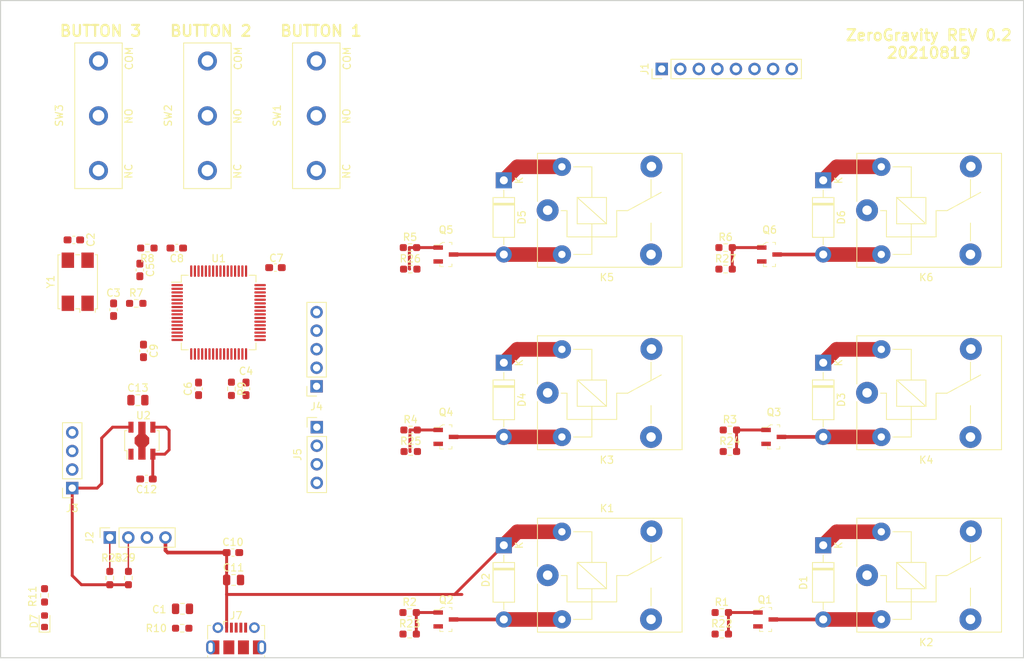
<source format=kicad_pcb>
(kicad_pcb (version 20171130) (host pcbnew "(5.1.10)-1")

  (general
    (thickness 1.6)
    (drawings 8)
    (tracks 73)
    (zones 0)
    (modules 63)
    (nets 48)
  )

  (page A4)
  (layers
    (0 F.Cu signal)
    (31 B.Cu signal)
    (32 B.Adhes user)
    (33 F.Adhes user)
    (34 B.Paste user)
    (35 F.Paste user)
    (36 B.SilkS user)
    (37 F.SilkS user)
    (38 B.Mask user)
    (39 F.Mask user)
    (40 Dwgs.User user)
    (41 Cmts.User user)
    (42 Eco1.User user)
    (43 Eco2.User user)
    (44 Edge.Cuts user)
    (45 Margin user)
    (46 B.CrtYd user)
    (47 F.CrtYd user)
    (48 B.Fab user)
    (49 F.Fab user)
  )

  (setup
    (last_trace_width 0.5)
    (user_trace_width 0.2)
    (user_trace_width 0.3)
    (user_trace_width 0.4)
    (user_trace_width 0.5)
    (user_trace_width 2)
    (user_trace_width 3)
    (trace_clearance 0.2)
    (zone_clearance 0.508)
    (zone_45_only no)
    (trace_min 0.14)
    (via_size 0.6)
    (via_drill 0.3)
    (via_min_size 0.4)
    (via_min_drill 0.3)
    (user_via 0.6 0.3)
    (user_via 0.7 0.35)
    (user_via 1 0.5)
    (user_via 2.6 1.3)
    (user_via 3.9 1.95)
    (uvia_size 0.3)
    (uvia_drill 0.1)
    (uvias_allowed no)
    (uvia_min_size 0.2)
    (uvia_min_drill 0.1)
    (edge_width 0.05)
    (segment_width 0.2)
    (pcb_text_width 0.3)
    (pcb_text_size 1.5 1.5)
    (mod_edge_width 0.12)
    (mod_text_size 1 1)
    (mod_text_width 0.15)
    (pad_size 1.524 1.524)
    (pad_drill 0.762)
    (pad_to_mask_clearance 0)
    (aux_axis_origin 0 0)
    (visible_elements 7EFDFFFF)
    (pcbplotparams
      (layerselection 0x010fc_ffffffff)
      (usegerberextensions false)
      (usegerberattributes true)
      (usegerberadvancedattributes true)
      (creategerberjobfile true)
      (excludeedgelayer true)
      (linewidth 0.100000)
      (plotframeref false)
      (viasonmask false)
      (mode 1)
      (useauxorigin false)
      (hpglpennumber 1)
      (hpglpenspeed 20)
      (hpglpendiameter 15.000000)
      (psnegative false)
      (psa4output false)
      (plotreference true)
      (plotvalue true)
      (plotinvisibletext false)
      (padsonsilk false)
      (subtractmaskfromsilk false)
      (outputformat 1)
      (mirror false)
      (drillshape 0)
      (scaleselection 1)
      (outputdirectory "Gerber/"))
  )

  (net 0 "")
  (net 1 "/Main Controller/NRST")
  (net 2 GND)
  (net 3 "Net-(C2-Pad2)")
  (net 4 "Net-(C3-Pad2)")
  (net 5 +3V3)
  (net 6 VBUS)
  (net 7 "/Main Controller/BOOT0")
  (net 8 "/Main Controller/DEBUG_RX")
  (net 9 "/Main Controller/DEBUG_TX")
  (net 10 "/Main Controller/DBG_SWCLK")
  (net 11 "/Main Controller/DBG_SWDIO")
  (net 12 "/Main Controller/BT_RX")
  (net 13 "/Main Controller/BT_TX")
  (net 14 LSW2_COM)
  (net 15 LSW1_COM)
  (net 16 LSW4_COM)
  (net 17 LSW3_COM)
  (net 18 LSW5_COM)
  (net 19 LSW6_COM)
  (net 20 "Net-(Q1-Pad1)")
  (net 21 "Net-(Q2-Pad1)")
  (net 22 "Net-(Q3-Pad1)")
  (net 23 "Net-(Q4-Pad1)")
  (net 24 "Net-(Q5-Pad1)")
  (net 25 "Net-(Q6-Pad1)")
  (net 26 LSW2_TRIGGER)
  (net 27 LSW1_TRIGGER)
  (net 28 LSW4_TRIGGER)
  (net 29 LSW3_TRIGGER)
  (net 30 LSW5_TRIGGER)
  (net 31 LSW6_TRIGGER)
  (net 32 "Net-(R7-Pad2)")
  (net 33 "Net-(R9-Pad1)")
  (net 34 "/Main Controller/LIMIT_SIG2")
  (net 35 "/Main Controller/LIMIT_SIG1")
  (net 36 "/Main Controller/LIMIT_SIG3")
  (net 37 "Net-(D1-Pad2)")
  (net 38 "Net-(D2-Pad2)")
  (net 39 "Net-(D3-Pad2)")
  (net 40 "Net-(D4-Pad2)")
  (net 41 "Net-(D5-Pad2)")
  (net 42 "Net-(D6-Pad2)")
  (net 43 "/Main Controller/I2C1_SCL")
  (net 44 "/Main Controller/I2C1_SDA")
  (net 45 "Net-(C1-Pad1)")
  (net 46 VCC_MOTOR)
  (net 47 "Net-(D7-Pad2)")

  (net_class Default "This is the default net class."
    (clearance 0.2)
    (trace_width 0.2)
    (via_dia 0.6)
    (via_drill 0.3)
    (uvia_dia 0.3)
    (uvia_drill 0.1)
    (add_net +3V3)
    (add_net "/Main Controller/BOOT0")
    (add_net "/Main Controller/BT_RX")
    (add_net "/Main Controller/BT_TX")
    (add_net "/Main Controller/DBG_SWCLK")
    (add_net "/Main Controller/DBG_SWDIO")
    (add_net "/Main Controller/DEBUG_RX")
    (add_net "/Main Controller/DEBUG_TX")
    (add_net "/Main Controller/I2C1_SCL")
    (add_net "/Main Controller/I2C1_SDA")
    (add_net "/Main Controller/LIMIT_SIG1")
    (add_net "/Main Controller/LIMIT_SIG2")
    (add_net "/Main Controller/LIMIT_SIG3")
    (add_net "/Main Controller/NRST")
    (add_net GND)
    (add_net LSW1_COM)
    (add_net LSW1_TRIGGER)
    (add_net LSW2_COM)
    (add_net LSW2_TRIGGER)
    (add_net LSW3_COM)
    (add_net LSW3_TRIGGER)
    (add_net LSW4_COM)
    (add_net LSW4_TRIGGER)
    (add_net LSW5_COM)
    (add_net LSW5_TRIGGER)
    (add_net LSW6_COM)
    (add_net LSW6_TRIGGER)
    (add_net "Net-(C1-Pad1)")
    (add_net "Net-(C2-Pad2)")
    (add_net "Net-(C3-Pad2)")
    (add_net "Net-(D1-Pad2)")
    (add_net "Net-(D2-Pad2)")
    (add_net "Net-(D3-Pad2)")
    (add_net "Net-(D4-Pad2)")
    (add_net "Net-(D5-Pad2)")
    (add_net "Net-(D6-Pad2)")
    (add_net "Net-(D7-Pad2)")
    (add_net "Net-(J7-Pad2)")
    (add_net "Net-(J7-Pad3)")
    (add_net "Net-(J7-Pad4)")
    (add_net "Net-(Q1-Pad1)")
    (add_net "Net-(Q2-Pad1)")
    (add_net "Net-(Q3-Pad1)")
    (add_net "Net-(Q4-Pad1)")
    (add_net "Net-(Q5-Pad1)")
    (add_net "Net-(Q6-Pad1)")
    (add_net "Net-(R7-Pad2)")
    (add_net "Net-(R9-Pad1)")
    (add_net "Net-(U1-Pad10)")
    (add_net "Net-(U1-Pad11)")
    (add_net "Net-(U1-Pad14)")
    (add_net "Net-(U1-Pad15)")
    (add_net "Net-(U1-Pad2)")
    (add_net "Net-(U1-Pad20)")
    (add_net "Net-(U1-Pad21)")
    (add_net "Net-(U1-Pad22)")
    (add_net "Net-(U1-Pad23)")
    (add_net "Net-(U1-Pad24)")
    (add_net "Net-(U1-Pad25)")
    (add_net "Net-(U1-Pad26)")
    (add_net "Net-(U1-Pad27)")
    (add_net "Net-(U1-Pad3)")
    (add_net "Net-(U1-Pad37)")
    (add_net "Net-(U1-Pad38)")
    (add_net "Net-(U1-Pad39)")
    (add_net "Net-(U1-Pad4)")
    (add_net "Net-(U1-Pad40)")
    (add_net "Net-(U1-Pad41)")
    (add_net "Net-(U1-Pad44)")
    (add_net "Net-(U1-Pad45)")
    (add_net "Net-(U1-Pad50)")
    (add_net "Net-(U1-Pad54)")
    (add_net "Net-(U1-Pad55)")
    (add_net "Net-(U1-Pad56)")
    (add_net "Net-(U1-Pad57)")
    (add_net "Net-(U1-Pad61)")
    (add_net "Net-(U1-Pad62)")
    (add_net "Net-(U1-Pad8)")
    (add_net "Net-(U1-Pad9)")
    (add_net "Net-(U2-Pad1)")
    (add_net "Net-(Y1-Pad2)")
    (add_net "Net-(Y1-Pad4)")
    (add_net VBUS)
    (add_net VCC_MOTOR)
  )

  (net_class Power ""
    (clearance 0.5)
    (trace_width 0.5)
    (via_dia 1)
    (via_drill 0.5)
    (uvia_dia 0.3)
    (uvia_drill 0.1)
  )

  (net_class "Power(Relay)" ""
    (clearance 1)
    (trace_width 2.5)
    (via_dia 0.6)
    (via_drill 0.3)
    (uvia_dia 0.3)
    (uvia_drill 0.1)
  )

  (module Resistor_SMD:R_0603_1608Metric_Pad0.98x0.95mm_HandSolder (layer F.Cu) (tedit 5F68FEEE) (tstamp 6139EB9D)
    (at 6.02 81.46 270)
    (descr "Resistor SMD 0603 (1608 Metric), square (rectangular) end terminal, IPC_7351 nominal with elongated pad for handsoldering. (Body size source: IPC-SM-782 page 72, https://www.pcb-3d.com/wordpress/wp-content/uploads/ipc-sm-782a_amendment_1_and_2.pdf), generated with kicad-footprint-generator")
    (tags "resistor handsolder")
    (path /61624729/619D9213)
    (attr smd)
    (fp_text reference R11 (at 0.14 1.63 90) (layer F.SilkS)
      (effects (font (size 1 1) (thickness 0.15)))
    )
    (fp_text value 201J,1608 (at 0 1.43 90) (layer F.Fab)
      (effects (font (size 1 1) (thickness 0.15)))
    )
    (fp_text user %R (at 0 0 90) (layer F.Fab)
      (effects (font (size 0.4 0.4) (thickness 0.06)))
    )
    (fp_line (start -0.8 0.4125) (end -0.8 -0.4125) (layer F.Fab) (width 0.1))
    (fp_line (start -0.8 -0.4125) (end 0.8 -0.4125) (layer F.Fab) (width 0.1))
    (fp_line (start 0.8 -0.4125) (end 0.8 0.4125) (layer F.Fab) (width 0.1))
    (fp_line (start 0.8 0.4125) (end -0.8 0.4125) (layer F.Fab) (width 0.1))
    (fp_line (start -0.254724 -0.5225) (end 0.254724 -0.5225) (layer F.SilkS) (width 0.12))
    (fp_line (start -0.254724 0.5225) (end 0.254724 0.5225) (layer F.SilkS) (width 0.12))
    (fp_line (start -1.65 0.73) (end -1.65 -0.73) (layer F.CrtYd) (width 0.05))
    (fp_line (start -1.65 -0.73) (end 1.65 -0.73) (layer F.CrtYd) (width 0.05))
    (fp_line (start 1.65 -0.73) (end 1.65 0.73) (layer F.CrtYd) (width 0.05))
    (fp_line (start 1.65 0.73) (end -1.65 0.73) (layer F.CrtYd) (width 0.05))
    (pad 2 smd roundrect (at 0.9125 0 270) (size 0.975 0.95) (layers F.Cu F.Paste F.Mask) (roundrect_rratio 0.25)
      (net 47 "Net-(D7-Pad2)"))
    (pad 1 smd roundrect (at -0.9125 0 270) (size 0.975 0.95) (layers F.Cu F.Paste F.Mask) (roundrect_rratio 0.25)
      (net 5 +3V3))
    (model ${KISYS3DMOD}/Resistor_SMD.3dshapes/R_0603_1608Metric.wrl
      (at (xyz 0 0 0))
      (scale (xyz 1 1 1))
      (rotate (xyz 0 0 0))
    )
  )

  (module LED_SMD:LED_0603_1608Metric (layer F.Cu) (tedit 5F68FEF1) (tstamp 6139E5E8)
    (at 6.02 85.01 90)
    (descr "LED SMD 0603 (1608 Metric), square (rectangular) end terminal, IPC_7351 nominal, (Body size source: http://www.tortai-tech.com/upload/download/2011102023233369053.pdf), generated with kicad-footprint-generator")
    (tags LED)
    (path /61624729/6199D719)
    (attr smd)
    (fp_text reference D7 (at 0 -1.43 90) (layer F.SilkS)
      (effects (font (size 1 1) (thickness 0.15)))
    )
    (fp_text value LED_RED (at 0 1.43 90) (layer F.Fab)
      (effects (font (size 1 1) (thickness 0.15)))
    )
    (fp_text user %R (at 0 0 90) (layer F.Fab)
      (effects (font (size 0.4 0.4) (thickness 0.06)))
    )
    (fp_line (start 0.8 -0.4) (end -0.5 -0.4) (layer F.Fab) (width 0.1))
    (fp_line (start -0.5 -0.4) (end -0.8 -0.1) (layer F.Fab) (width 0.1))
    (fp_line (start -0.8 -0.1) (end -0.8 0.4) (layer F.Fab) (width 0.1))
    (fp_line (start -0.8 0.4) (end 0.8 0.4) (layer F.Fab) (width 0.1))
    (fp_line (start 0.8 0.4) (end 0.8 -0.4) (layer F.Fab) (width 0.1))
    (fp_line (start 0.8 -0.735) (end -1.485 -0.735) (layer F.SilkS) (width 0.12))
    (fp_line (start -1.485 -0.735) (end -1.485 0.735) (layer F.SilkS) (width 0.12))
    (fp_line (start -1.485 0.735) (end 0.8 0.735) (layer F.SilkS) (width 0.12))
    (fp_line (start -1.48 0.73) (end -1.48 -0.73) (layer F.CrtYd) (width 0.05))
    (fp_line (start -1.48 -0.73) (end 1.48 -0.73) (layer F.CrtYd) (width 0.05))
    (fp_line (start 1.48 -0.73) (end 1.48 0.73) (layer F.CrtYd) (width 0.05))
    (fp_line (start 1.48 0.73) (end -1.48 0.73) (layer F.CrtYd) (width 0.05))
    (pad 2 smd roundrect (at 0.7875 0 90) (size 0.875 0.95) (layers F.Cu F.Paste F.Mask) (roundrect_rratio 0.25)
      (net 47 "Net-(D7-Pad2)"))
    (pad 1 smd roundrect (at -0.7875 0 90) (size 0.875 0.95) (layers F.Cu F.Paste F.Mask) (roundrect_rratio 0.25)
      (net 2 GND))
    (model ${KISYS3DMOD}/LED_SMD.3dshapes/LED_0603_1608Metric.wrl
      (at (xyz 0 0 0))
      (scale (xyz 1 1 1))
      (rotate (xyz 0 0 0))
    )
  )

  (module ZeroGravity:DB2C-C1AA (layer F.Cu) (tedit 611CC0D4) (tstamp 6128C330)
    (at 13.402 23.28 90)
    (path /61624729/614894C3)
    (fp_text reference SW3 (at 7.53 -5.37 90) (layer F.SilkS)
      (effects (font (size 1 1) (thickness 0.15)))
    )
    (fp_text value SW_SPDT (at 7.12 -4.08 90) (layer F.Fab)
      (effects (font (size 1 1) (thickness 0.15)))
    )
    (fp_text user NC (at -0.1 4.13 90) (layer F.SilkS)
      (effects (font (size 1 1) (thickness 0.15)))
    )
    (fp_text user NO (at 7.44 4.15 90) (layer F.SilkS)
      (effects (font (size 1 1) (thickness 0.15)))
    )
    (fp_text user COM (at 15.35 4.2 90) (layer F.SilkS)
      (effects (font (size 1 1) (thickness 0.15)))
    )
    (fp_line (start 17.47 3.25) (end 17.47 -3.25) (layer F.SilkS) (width 0.12))
    (fp_line (start 17.47 -3.25) (end -2.47 -3.25) (layer F.SilkS) (width 0.12))
    (fp_line (start -2.47 -3.25) (end -2.47 3.25) (layer F.SilkS) (width 0.12))
    (fp_line (start 17.47 3.25) (end -2.47 3.25) (layer F.SilkS) (width 0.12))
    (pad 3 thru_hole circle (at 7.5 0 90) (size 2.6 2.6) (drill 1.6) (layers *.Cu *.Mask)
      (net 5 +3V3))
    (pad 2 thru_hole circle (at 15 0 90) (size 2.6 2.6) (drill 1.6) (layers *.Cu *.Mask)
      (net 36 "/Main Controller/LIMIT_SIG3"))
    (pad 1 thru_hole circle (at 0 0 90) (size 2.6 2.6) (drill 1.6) (layers *.Cu *.Mask)
      (net 2 GND))
  )

  (module ZeroGravity:DB2C-C1AA (layer F.Cu) (tedit 611CC0D4) (tstamp 612878CB)
    (at 28.307 23.28 90)
    (path /61624729/6146A94C)
    (fp_text reference SW2 (at 7.53 -5.37 90) (layer F.SilkS)
      (effects (font (size 1 1) (thickness 0.15)))
    )
    (fp_text value SW_SPDT (at 7.12 -4.08 90) (layer F.Fab)
      (effects (font (size 1 1) (thickness 0.15)))
    )
    (fp_text user NC (at -0.1 4.13 90) (layer F.SilkS)
      (effects (font (size 1 1) (thickness 0.15)))
    )
    (fp_text user NO (at 7.44 4.15 90) (layer F.SilkS)
      (effects (font (size 1 1) (thickness 0.15)))
    )
    (fp_text user COM (at 15.35 4.2 90) (layer F.SilkS)
      (effects (font (size 1 1) (thickness 0.15)))
    )
    (fp_line (start 17.47 3.25) (end 17.47 -3.25) (layer F.SilkS) (width 0.12))
    (fp_line (start 17.47 -3.25) (end -2.47 -3.25) (layer F.SilkS) (width 0.12))
    (fp_line (start -2.47 -3.25) (end -2.47 3.25) (layer F.SilkS) (width 0.12))
    (fp_line (start 17.47 3.25) (end -2.47 3.25) (layer F.SilkS) (width 0.12))
    (pad 3 thru_hole circle (at 7.5 0 90) (size 2.6 2.6) (drill 1.6) (layers *.Cu *.Mask)
      (net 5 +3V3))
    (pad 2 thru_hole circle (at 15 0 90) (size 2.6 2.6) (drill 1.6) (layers *.Cu *.Mask)
      (net 34 "/Main Controller/LIMIT_SIG2"))
    (pad 1 thru_hole circle (at 0 0 90) (size 2.6 2.6) (drill 1.6) (layers *.Cu *.Mask)
      (net 2 GND))
  )

  (module ZeroGravity:DB2C-C1AA (layer F.Cu) (tedit 611CC0D4) (tstamp 6139B52E)
    (at 43.212 23.28 90)
    (path /61624729/61397C9D)
    (fp_text reference SW1 (at 7.53 -5.37 90) (layer F.SilkS)
      (effects (font (size 1 1) (thickness 0.15)))
    )
    (fp_text value SW_SPDT (at 7.12 -4.08 90) (layer F.Fab)
      (effects (font (size 1 1) (thickness 0.15)))
    )
    (fp_text user NC (at -0.1 4.13 90) (layer F.SilkS)
      (effects (font (size 1 1) (thickness 0.15)))
    )
    (fp_text user NO (at 7.44 4.15 90) (layer F.SilkS)
      (effects (font (size 1 1) (thickness 0.15)))
    )
    (fp_text user COM (at 15.35 4.2 90) (layer F.SilkS)
      (effects (font (size 1 1) (thickness 0.15)))
    )
    (fp_line (start 17.47 3.25) (end 17.47 -3.25) (layer F.SilkS) (width 0.12))
    (fp_line (start 17.47 -3.25) (end -2.47 -3.25) (layer F.SilkS) (width 0.12))
    (fp_line (start -2.47 -3.25) (end -2.47 3.25) (layer F.SilkS) (width 0.12))
    (fp_line (start 17.47 3.25) (end -2.47 3.25) (layer F.SilkS) (width 0.12))
    (pad 3 thru_hole circle (at 7.5 0 90) (size 2.6 2.6) (drill 1.6) (layers *.Cu *.Mask)
      (net 5 +3V3))
    (pad 2 thru_hole circle (at 15 0 90) (size 2.6 2.6) (drill 1.6) (layers *.Cu *.Mask)
      (net 35 "/Main Controller/LIMIT_SIG1"))
    (pad 1 thru_hole circle (at 0 0 90) (size 2.6 2.6) (drill 1.6) (layers *.Cu *.Mask)
      (net 2 GND))
  )

  (module Capacitor_SMD:C_0805_2012Metric (layer F.Cu) (tedit 5F68FEEE) (tstamp 6139AB46)
    (at 24.9 83.3 180)
    (descr "Capacitor SMD 0805 (2012 Metric), square (rectangular) end terminal, IPC_7351 nominal, (Body size source: IPC-SM-782 page 76, https://www.pcb-3d.com/wordpress/wp-content/uploads/ipc-sm-782a_amendment_1_and_2.pdf, https://docs.google.com/spreadsheets/d/1BsfQQcO9C6DZCsRaXUlFlo91Tg2WpOkGARC1WS5S8t0/edit?usp=sharing), generated with kicad-footprint-generator")
    (tags capacitor)
    (path /61624729/613182C6)
    (attr smd)
    (fp_text reference C1 (at 3.18 -0.09) (layer F.SilkS)
      (effects (font (size 1 1) (thickness 0.15)))
    )
    (fp_text value 106K,2012 (at 0 1.68) (layer F.Fab)
      (effects (font (size 1 1) (thickness 0.15)))
    )
    (fp_text user %R (at 0 0) (layer F.Fab)
      (effects (font (size 0.5 0.5) (thickness 0.08)))
    )
    (fp_line (start -1 0.625) (end -1 -0.625) (layer F.Fab) (width 0.1))
    (fp_line (start -1 -0.625) (end 1 -0.625) (layer F.Fab) (width 0.1))
    (fp_line (start 1 -0.625) (end 1 0.625) (layer F.Fab) (width 0.1))
    (fp_line (start 1 0.625) (end -1 0.625) (layer F.Fab) (width 0.1))
    (fp_line (start -0.261252 -0.735) (end 0.261252 -0.735) (layer F.SilkS) (width 0.12))
    (fp_line (start -0.261252 0.735) (end 0.261252 0.735) (layer F.SilkS) (width 0.12))
    (fp_line (start -1.7 0.98) (end -1.7 -0.98) (layer F.CrtYd) (width 0.05))
    (fp_line (start -1.7 -0.98) (end 1.7 -0.98) (layer F.CrtYd) (width 0.05))
    (fp_line (start 1.7 -0.98) (end 1.7 0.98) (layer F.CrtYd) (width 0.05))
    (fp_line (start 1.7 0.98) (end -1.7 0.98) (layer F.CrtYd) (width 0.05))
    (pad 2 smd roundrect (at 0.95 0 180) (size 1 1.45) (layers F.Cu F.Paste F.Mask) (roundrect_rratio 0.25)
      (net 2 GND))
    (pad 1 smd roundrect (at -0.95 0 180) (size 1 1.45) (layers F.Cu F.Paste F.Mask) (roundrect_rratio 0.25)
      (net 45 "Net-(C1-Pad1)"))
    (model ${KISYS3DMOD}/Capacitor_SMD.3dshapes/C_0805_2012Metric.wrl
      (at (xyz 0 0 0))
      (scale (xyz 1 1 1))
      (rotate (xyz 0 0 0))
    )
  )

  (module Resistor_SMD:R_0603_1608Metric_Pad0.98x0.95mm_HandSolder (layer F.Cu) (tedit 5F68FEEE) (tstamp 61287624)
    (at 98.7 86.76)
    (descr "Resistor SMD 0603 (1608 Metric), square (rectangular) end terminal, IPC_7351 nominal with elongated pad for handsoldering. (Body size source: IPC-SM-782 page 72, https://www.pcb-3d.com/wordpress/wp-content/uploads/ipc-sm-782a_amendment_1_and_2.pdf), generated with kicad-footprint-generator")
    (tags "resistor handsolder")
    (path /61662FA7/616D5EC3)
    (attr smd)
    (fp_text reference R22 (at 0 -1.43) (layer F.SilkS)
      (effects (font (size 1 1) (thickness 0.15)))
    )
    (fp_text value 0J,NC,1608 (at 0 1.43) (layer F.Fab)
      (effects (font (size 1 1) (thickness 0.15)))
    )
    (fp_line (start 1.65 0.73) (end -1.65 0.73) (layer F.CrtYd) (width 0.05))
    (fp_line (start 1.65 -0.73) (end 1.65 0.73) (layer F.CrtYd) (width 0.05))
    (fp_line (start -1.65 -0.73) (end 1.65 -0.73) (layer F.CrtYd) (width 0.05))
    (fp_line (start -1.65 0.73) (end -1.65 -0.73) (layer F.CrtYd) (width 0.05))
    (fp_line (start -0.254724 0.5225) (end 0.254724 0.5225) (layer F.SilkS) (width 0.12))
    (fp_line (start -0.254724 -0.5225) (end 0.254724 -0.5225) (layer F.SilkS) (width 0.12))
    (fp_line (start 0.8 0.4125) (end -0.8 0.4125) (layer F.Fab) (width 0.1))
    (fp_line (start 0.8 -0.4125) (end 0.8 0.4125) (layer F.Fab) (width 0.1))
    (fp_line (start -0.8 -0.4125) (end 0.8 -0.4125) (layer F.Fab) (width 0.1))
    (fp_line (start -0.8 0.4125) (end -0.8 -0.4125) (layer F.Fab) (width 0.1))
    (fp_text user %R (at 0 0) (layer F.Fab)
      (effects (font (size 0.4 0.4) (thickness 0.06)))
    )
    (pad 1 smd roundrect (at -0.9125 0) (size 0.975 0.95) (layers F.Cu F.Paste F.Mask) (roundrect_rratio 0.25)
      (net 2 GND))
    (pad 2 smd roundrect (at 0.9125 0) (size 0.975 0.95) (layers F.Cu F.Paste F.Mask) (roundrect_rratio 0.25)
      (net 20 "Net-(Q1-Pad1)"))
    (model ${KISYS3DMOD}/Resistor_SMD.3dshapes/R_0603_1608Metric.wrl
      (at (xyz 0 0 0))
      (scale (xyz 1 1 1))
      (rotate (xyz 0 0 0))
    )
  )

  (module Resistor_SMD:R_0603_1608Metric_Pad0.98x0.95mm_HandSolder (layer F.Cu) (tedit 5F68FEEE) (tstamp 61287654)
    (at 99.22 36.78)
    (descr "Resistor SMD 0603 (1608 Metric), square (rectangular) end terminal, IPC_7351 nominal with elongated pad for handsoldering. (Body size source: IPC-SM-782 page 72, https://www.pcb-3d.com/wordpress/wp-content/uploads/ipc-sm-782a_amendment_1_and_2.pdf), generated with kicad-footprint-generator")
    (tags "resistor handsolder")
    (path /61662FA7/616F4D62)
    (attr smd)
    (fp_text reference R27 (at 0 -1.43) (layer F.SilkS)
      (effects (font (size 1 1) (thickness 0.15)))
    )
    (fp_text value 0J,NC,1608 (at 0 1.43) (layer F.Fab)
      (effects (font (size 1 1) (thickness 0.15)))
    )
    (fp_line (start 1.65 0.73) (end -1.65 0.73) (layer F.CrtYd) (width 0.05))
    (fp_line (start 1.65 -0.73) (end 1.65 0.73) (layer F.CrtYd) (width 0.05))
    (fp_line (start -1.65 -0.73) (end 1.65 -0.73) (layer F.CrtYd) (width 0.05))
    (fp_line (start -1.65 0.73) (end -1.65 -0.73) (layer F.CrtYd) (width 0.05))
    (fp_line (start -0.254724 0.5225) (end 0.254724 0.5225) (layer F.SilkS) (width 0.12))
    (fp_line (start -0.254724 -0.5225) (end 0.254724 -0.5225) (layer F.SilkS) (width 0.12))
    (fp_line (start 0.8 0.4125) (end -0.8 0.4125) (layer F.Fab) (width 0.1))
    (fp_line (start 0.8 -0.4125) (end 0.8 0.4125) (layer F.Fab) (width 0.1))
    (fp_line (start -0.8 -0.4125) (end 0.8 -0.4125) (layer F.Fab) (width 0.1))
    (fp_line (start -0.8 0.4125) (end -0.8 -0.4125) (layer F.Fab) (width 0.1))
    (fp_text user %R (at 0 0) (layer F.Fab)
      (effects (font (size 0.4 0.4) (thickness 0.06)))
    )
    (pad 1 smd roundrect (at -0.9125 0) (size 0.975 0.95) (layers F.Cu F.Paste F.Mask) (roundrect_rratio 0.25)
      (net 2 GND))
    (pad 2 smd roundrect (at 0.9125 0) (size 0.975 0.95) (layers F.Cu F.Paste F.Mask) (roundrect_rratio 0.25)
      (net 25 "Net-(Q6-Pad1)"))
    (model ${KISYS3DMOD}/Resistor_SMD.3dshapes/R_0603_1608Metric.wrl
      (at (xyz 0 0 0))
      (scale (xyz 1 1 1))
      (rotate (xyz 0 0 0))
    )
  )

  (module Resistor_SMD:R_0603_1608Metric_Pad0.98x0.95mm_HandSolder (layer F.Cu) (tedit 5F68FEEE) (tstamp 612872E8)
    (at 99.81 61.76)
    (descr "Resistor SMD 0603 (1608 Metric), square (rectangular) end terminal, IPC_7351 nominal with elongated pad for handsoldering. (Body size source: IPC-SM-782 page 72, https://www.pcb-3d.com/wordpress/wp-content/uploads/ipc-sm-782a_amendment_1_and_2.pdf), generated with kicad-footprint-generator")
    (tags "resistor handsolder")
    (path /61662FA7/616F8A68)
    (attr smd)
    (fp_text reference R24 (at 0 -1.43) (layer F.SilkS)
      (effects (font (size 1 1) (thickness 0.15)))
    )
    (fp_text value 0J,NC,1608 (at 0 1.43) (layer F.Fab)
      (effects (font (size 1 1) (thickness 0.15)))
    )
    (fp_line (start 1.65 0.73) (end -1.65 0.73) (layer F.CrtYd) (width 0.05))
    (fp_line (start 1.65 -0.73) (end 1.65 0.73) (layer F.CrtYd) (width 0.05))
    (fp_line (start -1.65 -0.73) (end 1.65 -0.73) (layer F.CrtYd) (width 0.05))
    (fp_line (start -1.65 0.73) (end -1.65 -0.73) (layer F.CrtYd) (width 0.05))
    (fp_line (start -0.254724 0.5225) (end 0.254724 0.5225) (layer F.SilkS) (width 0.12))
    (fp_line (start -0.254724 -0.5225) (end 0.254724 -0.5225) (layer F.SilkS) (width 0.12))
    (fp_line (start 0.8 0.4125) (end -0.8 0.4125) (layer F.Fab) (width 0.1))
    (fp_line (start 0.8 -0.4125) (end 0.8 0.4125) (layer F.Fab) (width 0.1))
    (fp_line (start -0.8 -0.4125) (end 0.8 -0.4125) (layer F.Fab) (width 0.1))
    (fp_line (start -0.8 0.4125) (end -0.8 -0.4125) (layer F.Fab) (width 0.1))
    (fp_text user %R (at 0 0) (layer F.Fab)
      (effects (font (size 0.4 0.4) (thickness 0.06)))
    )
    (pad 1 smd roundrect (at -0.9125 0) (size 0.975 0.95) (layers F.Cu F.Paste F.Mask) (roundrect_rratio 0.25)
      (net 2 GND))
    (pad 2 smd roundrect (at 0.9125 0) (size 0.975 0.95) (layers F.Cu F.Paste F.Mask) (roundrect_rratio 0.25)
      (net 22 "Net-(Q3-Pad1)"))
    (model ${KISYS3DMOD}/Resistor_SMD.3dshapes/R_0603_1608Metric.wrl
      (at (xyz 0 0 0))
      (scale (xyz 1 1 1))
      (rotate (xyz 0 0 0))
    )
  )

  (module Relay_THT:Relay_SPDT_SANYOU_SRD_Series_Form_C (layer F.Cu) (tedit 58FA3148) (tstamp 612875C4)
    (at 118.58 78.7)
    (descr "relay Sanyou SRD series Form C http://www.sanyourelay.ca/public/products/pdf/SRD.pdf")
    (tags "relay Sanyu SRD form C")
    (path /61662FA7/61B5811D)
    (fp_text reference K2 (at 8.1 9.2) (layer F.SilkS)
      (effects (font (size 1 1) (thickness 0.15)))
    )
    (fp_text value SRD_05VDC_SL_Form_C (at 8 -9.6) (layer F.Fab)
      (effects (font (size 1 1) (thickness 0.15)))
    )
    (fp_line (start 8.05 1.85) (end 4.05 1.85) (layer F.SilkS) (width 0.12))
    (fp_line (start 8.05 -1.75) (end 8.05 1.85) (layer F.SilkS) (width 0.12))
    (fp_line (start 4.05 -1.75) (end 8.05 -1.75) (layer F.SilkS) (width 0.12))
    (fp_line (start 4.05 1.85) (end 4.05 -1.75) (layer F.SilkS) (width 0.12))
    (fp_line (start 8.05 1.85) (end 4.05 -1.75) (layer F.SilkS) (width 0.12))
    (fp_line (start 6.05 1.85) (end 6.05 6.05) (layer F.SilkS) (width 0.12))
    (fp_line (start 6.05 -5.95) (end 6.05 -1.75) (layer F.SilkS) (width 0.12))
    (fp_line (start 2.65 0.05) (end 2.65 3.65) (layer F.SilkS) (width 0.12))
    (fp_line (start 9.45 0.05) (end 9.45 3.65) (layer F.SilkS) (width 0.12))
    (fp_line (start 9.45 3.65) (end 2.65 3.65) (layer F.SilkS) (width 0.12))
    (fp_line (start 10.95 0.05) (end 15.55 -2.45) (layer F.SilkS) (width 0.12))
    (fp_line (start 9.45 0.05) (end 10.95 0.05) (layer F.SilkS) (width 0.12))
    (fp_line (start 6.05 -5.95) (end 3.55 -5.95) (layer F.SilkS) (width 0.12))
    (fp_line (start 2.65 0.05) (end 1.85 0.05) (layer F.SilkS) (width 0.12))
    (fp_line (start 3.55 6.05) (end 6.05 6.05) (layer F.SilkS) (width 0.12))
    (fp_line (start 14.15 -4.2) (end 14.15 -1.7) (layer F.SilkS) (width 0.12))
    (fp_line (start 14.15 4.2) (end 14.15 1.75) (layer F.SilkS) (width 0.12))
    (fp_line (start -1.55 7.95) (end 18.55 7.95) (layer F.CrtYd) (width 0.05))
    (fp_line (start 18.55 -7.95) (end 18.55 7.95) (layer F.CrtYd) (width 0.05))
    (fp_line (start -1.55 7.95) (end -1.55 -7.95) (layer F.CrtYd) (width 0.05))
    (fp_line (start 18.55 -7.95) (end -1.55 -7.95) (layer F.CrtYd) (width 0.05))
    (fp_line (start -1.3 7.7) (end -1.3 -7.7) (layer F.Fab) (width 0.12))
    (fp_line (start 18.3 7.7) (end -1.3 7.7) (layer F.Fab) (width 0.12))
    (fp_line (start 18.3 -7.7) (end 18.3 7.7) (layer F.Fab) (width 0.12))
    (fp_line (start -1.3 -7.7) (end 18.3 -7.7) (layer F.Fab) (width 0.12))
    (fp_line (start 18.4 7.8) (end -1.4 7.8) (layer F.SilkS) (width 0.12))
    (fp_line (start 18.4 -7.8) (end 18.4 7.8) (layer F.SilkS) (width 0.12))
    (fp_line (start -1.4 -7.8) (end 18.4 -7.8) (layer F.SilkS) (width 0.12))
    (fp_line (start -1.4 -7.8) (end -1.4 -1.2) (layer F.SilkS) (width 0.12))
    (fp_line (start -1.4 1.2) (end -1.4 7.8) (layer F.SilkS) (width 0.12))
    (fp_text user %R (at 7.1 0.025) (layer F.Fab)
      (effects (font (size 1 1) (thickness 0.15)))
    )
    (fp_text user 1 (at 0 -2.3) (layer F.Fab)
      (effects (font (size 1 1) (thickness 0.15)))
    )
    (pad 1 thru_hole circle (at 0 0 90) (size 3 3) (drill 1.3) (layers *.Cu *.Mask)
      (net 14 LSW2_COM))
    (pad 5 thru_hole circle (at 1.95 -5.95 90) (size 2.5 2.5) (drill 1) (layers *.Cu *.Mask)
      (net 6 VBUS))
    (pad 4 thru_hole circle (at 14.2 -6 90) (size 3 3) (drill 1.3) (layers *.Cu *.Mask)
      (net 2 GND))
    (pad 3 thru_hole circle (at 14.15 6.05 90) (size 3 3) (drill 1.3) (layers *.Cu *.Mask)
      (net 46 VCC_MOTOR))
    (pad 2 thru_hole circle (at 1.95 6.05 90) (size 2.5 2.5) (drill 1) (layers *.Cu *.Mask)
      (net 37 "Net-(D1-Pad2)"))
    (model ${KISYS3DMOD}/Relay_THT.3dshapes/Relay_SPDT_SANYOU_SRD_Series_Form_C.wrl
      (at (xyz 0 0 0))
      (scale (xyz 1 1 1))
      (rotate (xyz 0 0 0))
    )
  )

  (module Relay_THT:Relay_SPDT_SANYOU_SRD_Series_Form_C (layer F.Cu) (tedit 58FA3148) (tstamp 6128709C)
    (at 74.87 53.72)
    (descr "relay Sanyou SRD series Form C http://www.sanyourelay.ca/public/products/pdf/SRD.pdf")
    (tags "relay Sanyu SRD form C")
    (path /61662FA7/61B5BDB4)
    (fp_text reference K3 (at 8.1 9.2) (layer F.SilkS)
      (effects (font (size 1 1) (thickness 0.15)))
    )
    (fp_text value SRD_05VDC_SL_Form_C (at 8 -9.6) (layer F.Fab)
      (effects (font (size 1 1) (thickness 0.15)))
    )
    (fp_line (start 8.05 1.85) (end 4.05 1.85) (layer F.SilkS) (width 0.12))
    (fp_line (start 8.05 -1.75) (end 8.05 1.85) (layer F.SilkS) (width 0.12))
    (fp_line (start 4.05 -1.75) (end 8.05 -1.75) (layer F.SilkS) (width 0.12))
    (fp_line (start 4.05 1.85) (end 4.05 -1.75) (layer F.SilkS) (width 0.12))
    (fp_line (start 8.05 1.85) (end 4.05 -1.75) (layer F.SilkS) (width 0.12))
    (fp_line (start 6.05 1.85) (end 6.05 6.05) (layer F.SilkS) (width 0.12))
    (fp_line (start 6.05 -5.95) (end 6.05 -1.75) (layer F.SilkS) (width 0.12))
    (fp_line (start 2.65 0.05) (end 2.65 3.65) (layer F.SilkS) (width 0.12))
    (fp_line (start 9.45 0.05) (end 9.45 3.65) (layer F.SilkS) (width 0.12))
    (fp_line (start 9.45 3.65) (end 2.65 3.65) (layer F.SilkS) (width 0.12))
    (fp_line (start 10.95 0.05) (end 15.55 -2.45) (layer F.SilkS) (width 0.12))
    (fp_line (start 9.45 0.05) (end 10.95 0.05) (layer F.SilkS) (width 0.12))
    (fp_line (start 6.05 -5.95) (end 3.55 -5.95) (layer F.SilkS) (width 0.12))
    (fp_line (start 2.65 0.05) (end 1.85 0.05) (layer F.SilkS) (width 0.12))
    (fp_line (start 3.55 6.05) (end 6.05 6.05) (layer F.SilkS) (width 0.12))
    (fp_line (start 14.15 -4.2) (end 14.15 -1.7) (layer F.SilkS) (width 0.12))
    (fp_line (start 14.15 4.2) (end 14.15 1.75) (layer F.SilkS) (width 0.12))
    (fp_line (start -1.55 7.95) (end 18.55 7.95) (layer F.CrtYd) (width 0.05))
    (fp_line (start 18.55 -7.95) (end 18.55 7.95) (layer F.CrtYd) (width 0.05))
    (fp_line (start -1.55 7.95) (end -1.55 -7.95) (layer F.CrtYd) (width 0.05))
    (fp_line (start 18.55 -7.95) (end -1.55 -7.95) (layer F.CrtYd) (width 0.05))
    (fp_line (start -1.3 7.7) (end -1.3 -7.7) (layer F.Fab) (width 0.12))
    (fp_line (start 18.3 7.7) (end -1.3 7.7) (layer F.Fab) (width 0.12))
    (fp_line (start 18.3 -7.7) (end 18.3 7.7) (layer F.Fab) (width 0.12))
    (fp_line (start -1.3 -7.7) (end 18.3 -7.7) (layer F.Fab) (width 0.12))
    (fp_line (start 18.4 7.8) (end -1.4 7.8) (layer F.SilkS) (width 0.12))
    (fp_line (start 18.4 -7.8) (end 18.4 7.8) (layer F.SilkS) (width 0.12))
    (fp_line (start -1.4 -7.8) (end 18.4 -7.8) (layer F.SilkS) (width 0.12))
    (fp_line (start -1.4 -7.8) (end -1.4 -1.2) (layer F.SilkS) (width 0.12))
    (fp_line (start -1.4 1.2) (end -1.4 7.8) (layer F.SilkS) (width 0.12))
    (fp_text user %R (at 7.1 0.025) (layer F.Fab)
      (effects (font (size 1 1) (thickness 0.15)))
    )
    (fp_text user 1 (at 0 -2.3) (layer F.Fab)
      (effects (font (size 1 1) (thickness 0.15)))
    )
    (pad 1 thru_hole circle (at 0 0 90) (size 3 3) (drill 1.3) (layers *.Cu *.Mask)
      (net 17 LSW3_COM))
    (pad 5 thru_hole circle (at 1.95 -5.95 90) (size 2.5 2.5) (drill 1) (layers *.Cu *.Mask)
      (net 6 VBUS))
    (pad 4 thru_hole circle (at 14.2 -6 90) (size 3 3) (drill 1.3) (layers *.Cu *.Mask)
      (net 2 GND))
    (pad 3 thru_hole circle (at 14.15 6.05 90) (size 3 3) (drill 1.3) (layers *.Cu *.Mask)
      (net 46 VCC_MOTOR))
    (pad 2 thru_hole circle (at 1.95 6.05 90) (size 2.5 2.5) (drill 1) (layers *.Cu *.Mask)
      (net 40 "Net-(D4-Pad2)"))
    (model ${KISYS3DMOD}/Relay_THT.3dshapes/Relay_SPDT_SANYOU_SRD_Series_Form_C.wrl
      (at (xyz 0 0 0))
      (scale (xyz 1 1 1))
      (rotate (xyz 0 0 0))
    )
  )

  (module Relay_THT:Relay_SPDT_SANYOU_SRD_Series_Form_C (layer F.Cu) (tedit 58FA3148) (tstamp 612871CE)
    (at 74.87 78.7)
    (descr "relay Sanyou SRD series Form C http://www.sanyourelay.ca/public/products/pdf/SRD.pdf")
    (tags "relay Sanyu SRD form C")
    (path /61662FA7/61B64BAA)
    (fp_text reference K1 (at 8.125 -9.15) (layer F.SilkS)
      (effects (font (size 1 1) (thickness 0.15)))
    )
    (fp_text value SRD_05VDC_SL_Form_C (at 8 -9.6) (layer F.Fab)
      (effects (font (size 1 1) (thickness 0.15)))
    )
    (fp_line (start 8.05 1.85) (end 4.05 1.85) (layer F.SilkS) (width 0.12))
    (fp_line (start 8.05 -1.75) (end 8.05 1.85) (layer F.SilkS) (width 0.12))
    (fp_line (start 4.05 -1.75) (end 8.05 -1.75) (layer F.SilkS) (width 0.12))
    (fp_line (start 4.05 1.85) (end 4.05 -1.75) (layer F.SilkS) (width 0.12))
    (fp_line (start 8.05 1.85) (end 4.05 -1.75) (layer F.SilkS) (width 0.12))
    (fp_line (start 6.05 1.85) (end 6.05 6.05) (layer F.SilkS) (width 0.12))
    (fp_line (start 6.05 -5.95) (end 6.05 -1.75) (layer F.SilkS) (width 0.12))
    (fp_line (start 2.65 0.05) (end 2.65 3.65) (layer F.SilkS) (width 0.12))
    (fp_line (start 9.45 0.05) (end 9.45 3.65) (layer F.SilkS) (width 0.12))
    (fp_line (start 9.45 3.65) (end 2.65 3.65) (layer F.SilkS) (width 0.12))
    (fp_line (start 10.95 0.05) (end 15.55 -2.45) (layer F.SilkS) (width 0.12))
    (fp_line (start 9.45 0.05) (end 10.95 0.05) (layer F.SilkS) (width 0.12))
    (fp_line (start 6.05 -5.95) (end 3.55 -5.95) (layer F.SilkS) (width 0.12))
    (fp_line (start 2.65 0.05) (end 1.85 0.05) (layer F.SilkS) (width 0.12))
    (fp_line (start 3.55 6.05) (end 6.05 6.05) (layer F.SilkS) (width 0.12))
    (fp_line (start 14.15 -4.2) (end 14.15 -1.7) (layer F.SilkS) (width 0.12))
    (fp_line (start 14.15 4.2) (end 14.15 1.75) (layer F.SilkS) (width 0.12))
    (fp_line (start -1.55 7.95) (end 18.55 7.95) (layer F.CrtYd) (width 0.05))
    (fp_line (start 18.55 -7.95) (end 18.55 7.95) (layer F.CrtYd) (width 0.05))
    (fp_line (start -1.55 7.95) (end -1.55 -7.95) (layer F.CrtYd) (width 0.05))
    (fp_line (start 18.55 -7.95) (end -1.55 -7.95) (layer F.CrtYd) (width 0.05))
    (fp_line (start -1.3 7.7) (end -1.3 -7.7) (layer F.Fab) (width 0.12))
    (fp_line (start 18.3 7.7) (end -1.3 7.7) (layer F.Fab) (width 0.12))
    (fp_line (start 18.3 -7.7) (end 18.3 7.7) (layer F.Fab) (width 0.12))
    (fp_line (start -1.3 -7.7) (end 18.3 -7.7) (layer F.Fab) (width 0.12))
    (fp_line (start 18.4 7.8) (end -1.4 7.8) (layer F.SilkS) (width 0.12))
    (fp_line (start 18.4 -7.8) (end 18.4 7.8) (layer F.SilkS) (width 0.12))
    (fp_line (start -1.4 -7.8) (end 18.4 -7.8) (layer F.SilkS) (width 0.12))
    (fp_line (start -1.4 -7.8) (end -1.4 -1.2) (layer F.SilkS) (width 0.12))
    (fp_line (start -1.4 1.2) (end -1.4 7.8) (layer F.SilkS) (width 0.12))
    (fp_text user %R (at 7.1 0.025) (layer F.Fab)
      (effects (font (size 1 1) (thickness 0.15)))
    )
    (fp_text user 1 (at 0 -2.3) (layer F.Fab)
      (effects (font (size 1 1) (thickness 0.15)))
    )
    (pad 1 thru_hole circle (at 0 0 90) (size 3 3) (drill 1.3) (layers *.Cu *.Mask)
      (net 15 LSW1_COM))
    (pad 5 thru_hole circle (at 1.95 -5.95 90) (size 2.5 2.5) (drill 1) (layers *.Cu *.Mask)
      (net 6 VBUS))
    (pad 4 thru_hole circle (at 14.2 -6 90) (size 3 3) (drill 1.3) (layers *.Cu *.Mask)
      (net 2 GND))
    (pad 3 thru_hole circle (at 14.15 6.05 90) (size 3 3) (drill 1.3) (layers *.Cu *.Mask)
      (net 46 VCC_MOTOR))
    (pad 2 thru_hole circle (at 1.95 6.05 90) (size 2.5 2.5) (drill 1) (layers *.Cu *.Mask)
      (net 38 "Net-(D2-Pad2)"))
    (model ${KISYS3DMOD}/Relay_THT.3dshapes/Relay_SPDT_SANYOU_SRD_Series_Form_C.wrl
      (at (xyz 0 0 0))
      (scale (xyz 1 1 1))
      (rotate (xyz 0 0 0))
    )
  )

  (module Resistor_SMD:R_0603_1608Metric_Pad0.98x0.95mm_HandSolder (layer F.Cu) (tedit 5F68FEEE) (tstamp 6128757C)
    (at 56.135 61.76)
    (descr "Resistor SMD 0603 (1608 Metric), square (rectangular) end terminal, IPC_7351 nominal with elongated pad for handsoldering. (Body size source: IPC-SM-782 page 72, https://www.pcb-3d.com/wordpress/wp-content/uploads/ipc-sm-782a_amendment_1_and_2.pdf), generated with kicad-footprint-generator")
    (tags "resistor handsolder")
    (path /61662FA7/616DDCFB)
    (attr smd)
    (fp_text reference R25 (at 0 -1.43) (layer F.SilkS)
      (effects (font (size 1 1) (thickness 0.15)))
    )
    (fp_text value 0J,NC,1608 (at 0 1.43) (layer F.Fab)
      (effects (font (size 1 1) (thickness 0.15)))
    )
    (fp_line (start 1.65 0.73) (end -1.65 0.73) (layer F.CrtYd) (width 0.05))
    (fp_line (start 1.65 -0.73) (end 1.65 0.73) (layer F.CrtYd) (width 0.05))
    (fp_line (start -1.65 -0.73) (end 1.65 -0.73) (layer F.CrtYd) (width 0.05))
    (fp_line (start -1.65 0.73) (end -1.65 -0.73) (layer F.CrtYd) (width 0.05))
    (fp_line (start -0.254724 0.5225) (end 0.254724 0.5225) (layer F.SilkS) (width 0.12))
    (fp_line (start -0.254724 -0.5225) (end 0.254724 -0.5225) (layer F.SilkS) (width 0.12))
    (fp_line (start 0.8 0.4125) (end -0.8 0.4125) (layer F.Fab) (width 0.1))
    (fp_line (start 0.8 -0.4125) (end 0.8 0.4125) (layer F.Fab) (width 0.1))
    (fp_line (start -0.8 -0.4125) (end 0.8 -0.4125) (layer F.Fab) (width 0.1))
    (fp_line (start -0.8 0.4125) (end -0.8 -0.4125) (layer F.Fab) (width 0.1))
    (fp_text user %R (at 0 0) (layer F.Fab)
      (effects (font (size 0.4 0.4) (thickness 0.06)))
    )
    (pad 1 smd roundrect (at -0.9125 0) (size 0.975 0.95) (layers F.Cu F.Paste F.Mask) (roundrect_rratio 0.25)
      (net 2 GND))
    (pad 2 smd roundrect (at 0.9125 0) (size 0.975 0.95) (layers F.Cu F.Paste F.Mask) (roundrect_rratio 0.25)
      (net 23 "Net-(Q4-Pad1)"))
    (model ${KISYS3DMOD}/Resistor_SMD.3dshapes/R_0603_1608Metric.wrl
      (at (xyz 0 0 0))
      (scale (xyz 1 1 1))
      (rotate (xyz 0 0 0))
    )
  )

  (module Resistor_SMD:R_0603_1608Metric_Pad0.98x0.95mm_HandSolder (layer F.Cu) (tedit 5F68FEEE) (tstamp 61287186)
    (at 55.986652 86.76)
    (descr "Resistor SMD 0603 (1608 Metric), square (rectangular) end terminal, IPC_7351 nominal with elongated pad for handsoldering. (Body size source: IPC-SM-782 page 72, https://www.pcb-3d.com/wordpress/wp-content/uploads/ipc-sm-782a_amendment_1_and_2.pdf), generated with kicad-footprint-generator")
    (tags "resistor handsolder")
    (path /61662FA7/616B3A84)
    (attr smd)
    (fp_text reference R23 (at 0 -1.43) (layer F.SilkS)
      (effects (font (size 1 1) (thickness 0.15)))
    )
    (fp_text value 0J,NC,1608 (at 0 1.43) (layer F.Fab)
      (effects (font (size 1 1) (thickness 0.15)))
    )
    (fp_line (start 1.65 0.73) (end -1.65 0.73) (layer F.CrtYd) (width 0.05))
    (fp_line (start 1.65 -0.73) (end 1.65 0.73) (layer F.CrtYd) (width 0.05))
    (fp_line (start -1.65 -0.73) (end 1.65 -0.73) (layer F.CrtYd) (width 0.05))
    (fp_line (start -1.65 0.73) (end -1.65 -0.73) (layer F.CrtYd) (width 0.05))
    (fp_line (start -0.254724 0.5225) (end 0.254724 0.5225) (layer F.SilkS) (width 0.12))
    (fp_line (start -0.254724 -0.5225) (end 0.254724 -0.5225) (layer F.SilkS) (width 0.12))
    (fp_line (start 0.8 0.4125) (end -0.8 0.4125) (layer F.Fab) (width 0.1))
    (fp_line (start 0.8 -0.4125) (end 0.8 0.4125) (layer F.Fab) (width 0.1))
    (fp_line (start -0.8 -0.4125) (end 0.8 -0.4125) (layer F.Fab) (width 0.1))
    (fp_line (start -0.8 0.4125) (end -0.8 -0.4125) (layer F.Fab) (width 0.1))
    (fp_text user %R (at 0 0) (layer F.Fab)
      (effects (font (size 0.4 0.4) (thickness 0.06)))
    )
    (pad 1 smd roundrect (at -0.9125 0) (size 0.975 0.95) (layers F.Cu F.Paste F.Mask) (roundrect_rratio 0.25)
      (net 2 GND))
    (pad 2 smd roundrect (at 0.9125 0) (size 0.975 0.95) (layers F.Cu F.Paste F.Mask) (roundrect_rratio 0.25)
      (net 21 "Net-(Q2-Pad1)"))
    (model ${KISYS3DMOD}/Resistor_SMD.3dshapes/R_0603_1608Metric.wrl
      (at (xyz 0 0 0))
      (scale (xyz 1 1 1))
      (rotate (xyz 0 0 0))
    )
  )

  (module Resistor_SMD:R_0603_1608Metric_Pad0.98x0.95mm_HandSolder (layer F.Cu) (tedit 5F68FEEE) (tstamp 6128754C)
    (at 56.0675 36.78)
    (descr "Resistor SMD 0603 (1608 Metric), square (rectangular) end terminal, IPC_7351 nominal with elongated pad for handsoldering. (Body size source: IPC-SM-782 page 72, https://www.pcb-3d.com/wordpress/wp-content/uploads/ipc-sm-782a_amendment_1_and_2.pdf), generated with kicad-footprint-generator")
    (tags "resistor handsolder")
    (path /61662FA7/616ED02D)
    (attr smd)
    (fp_text reference R26 (at 0 -1.43) (layer F.SilkS)
      (effects (font (size 1 1) (thickness 0.15)))
    )
    (fp_text value 0J,NC,1608 (at 0 1.43) (layer F.Fab)
      (effects (font (size 1 1) (thickness 0.15)))
    )
    (fp_line (start 1.65 0.73) (end -1.65 0.73) (layer F.CrtYd) (width 0.05))
    (fp_line (start 1.65 -0.73) (end 1.65 0.73) (layer F.CrtYd) (width 0.05))
    (fp_line (start -1.65 -0.73) (end 1.65 -0.73) (layer F.CrtYd) (width 0.05))
    (fp_line (start -1.65 0.73) (end -1.65 -0.73) (layer F.CrtYd) (width 0.05))
    (fp_line (start -0.254724 0.5225) (end 0.254724 0.5225) (layer F.SilkS) (width 0.12))
    (fp_line (start -0.254724 -0.5225) (end 0.254724 -0.5225) (layer F.SilkS) (width 0.12))
    (fp_line (start 0.8 0.4125) (end -0.8 0.4125) (layer F.Fab) (width 0.1))
    (fp_line (start 0.8 -0.4125) (end 0.8 0.4125) (layer F.Fab) (width 0.1))
    (fp_line (start -0.8 -0.4125) (end 0.8 -0.4125) (layer F.Fab) (width 0.1))
    (fp_line (start -0.8 0.4125) (end -0.8 -0.4125) (layer F.Fab) (width 0.1))
    (fp_text user %R (at 0 0) (layer F.Fab)
      (effects (font (size 0.4 0.4) (thickness 0.06)))
    )
    (pad 1 smd roundrect (at -0.9125 0) (size 0.975 0.95) (layers F.Cu F.Paste F.Mask) (roundrect_rratio 0.25)
      (net 2 GND))
    (pad 2 smd roundrect (at 0.9125 0) (size 0.975 0.95) (layers F.Cu F.Paste F.Mask) (roundrect_rratio 0.25)
      (net 24 "Net-(Q5-Pad1)"))
    (model ${KISYS3DMOD}/Resistor_SMD.3dshapes/R_0603_1608Metric.wrl
      (at (xyz 0 0 0))
      (scale (xyz 1 1 1))
      (rotate (xyz 0 0 0))
    )
  )

  (module Resistor_SMD:R_0603_1608Metric_Pad0.98x0.95mm_HandSolder (layer F.Cu) (tedit 5F68FEEE) (tstamp 612872B8)
    (at 56.11 58.81)
    (descr "Resistor SMD 0603 (1608 Metric), square (rectangular) end terminal, IPC_7351 nominal with elongated pad for handsoldering. (Body size source: IPC-SM-782 page 72, https://www.pcb-3d.com/wordpress/wp-content/uploads/ipc-sm-782a_amendment_1_and_2.pdf), generated with kicad-footprint-generator")
    (tags "resistor handsolder")
    (path /61662FA7/6206E10C)
    (attr smd)
    (fp_text reference R4 (at 0 -1.43) (layer F.SilkS)
      (effects (font (size 1 1) (thickness 0.15)))
    )
    (fp_text value 103J,1608 (at 0 1.43) (layer F.Fab)
      (effects (font (size 1 1) (thickness 0.15)))
    )
    (fp_line (start -0.8 0.4125) (end -0.8 -0.4125) (layer F.Fab) (width 0.1))
    (fp_line (start -0.8 -0.4125) (end 0.8 -0.4125) (layer F.Fab) (width 0.1))
    (fp_line (start 0.8 -0.4125) (end 0.8 0.4125) (layer F.Fab) (width 0.1))
    (fp_line (start 0.8 0.4125) (end -0.8 0.4125) (layer F.Fab) (width 0.1))
    (fp_line (start -0.254724 -0.5225) (end 0.254724 -0.5225) (layer F.SilkS) (width 0.12))
    (fp_line (start -0.254724 0.5225) (end 0.254724 0.5225) (layer F.SilkS) (width 0.12))
    (fp_line (start -1.65 0.73) (end -1.65 -0.73) (layer F.CrtYd) (width 0.05))
    (fp_line (start -1.65 -0.73) (end 1.65 -0.73) (layer F.CrtYd) (width 0.05))
    (fp_line (start 1.65 -0.73) (end 1.65 0.73) (layer F.CrtYd) (width 0.05))
    (fp_line (start 1.65 0.73) (end -1.65 0.73) (layer F.CrtYd) (width 0.05))
    (fp_text user %R (at 0 0) (layer F.Fab)
      (effects (font (size 0.4 0.4) (thickness 0.06)))
    )
    (pad 1 smd roundrect (at -0.9125 0) (size 0.975 0.95) (layers F.Cu F.Paste F.Mask) (roundrect_rratio 0.25)
      (net 29 LSW3_TRIGGER))
    (pad 2 smd roundrect (at 0.9125 0) (size 0.975 0.95) (layers F.Cu F.Paste F.Mask) (roundrect_rratio 0.25)
      (net 23 "Net-(Q4-Pad1)"))
    (model ${KISYS3DMOD}/Resistor_SMD.3dshapes/R_0603_1608Metric.wrl
      (at (xyz 0 0 0))
      (scale (xyz 1 1 1))
      (rotate (xyz 0 0 0))
    )
  )

  (module Resistor_SMD:R_0603_1608Metric_Pad0.98x0.95mm_HandSolder (layer F.Cu) (tedit 5F68FEEE) (tstamp 612874EC)
    (at 99.81 58.81)
    (descr "Resistor SMD 0603 (1608 Metric), square (rectangular) end terminal, IPC_7351 nominal with elongated pad for handsoldering. (Body size source: IPC-SM-782 page 72, https://www.pcb-3d.com/wordpress/wp-content/uploads/ipc-sm-782a_amendment_1_and_2.pdf), generated with kicad-footprint-generator")
    (tags "resistor handsolder")
    (path /61662FA7/6206707A)
    (attr smd)
    (fp_text reference R3 (at 0 -1.43) (layer F.SilkS)
      (effects (font (size 1 1) (thickness 0.15)))
    )
    (fp_text value 103J,1608 (at 0 1.43) (layer F.Fab)
      (effects (font (size 1 1) (thickness 0.15)))
    )
    (fp_line (start -0.8 0.4125) (end -0.8 -0.4125) (layer F.Fab) (width 0.1))
    (fp_line (start -0.8 -0.4125) (end 0.8 -0.4125) (layer F.Fab) (width 0.1))
    (fp_line (start 0.8 -0.4125) (end 0.8 0.4125) (layer F.Fab) (width 0.1))
    (fp_line (start 0.8 0.4125) (end -0.8 0.4125) (layer F.Fab) (width 0.1))
    (fp_line (start -0.254724 -0.5225) (end 0.254724 -0.5225) (layer F.SilkS) (width 0.12))
    (fp_line (start -0.254724 0.5225) (end 0.254724 0.5225) (layer F.SilkS) (width 0.12))
    (fp_line (start -1.65 0.73) (end -1.65 -0.73) (layer F.CrtYd) (width 0.05))
    (fp_line (start -1.65 -0.73) (end 1.65 -0.73) (layer F.CrtYd) (width 0.05))
    (fp_line (start 1.65 -0.73) (end 1.65 0.73) (layer F.CrtYd) (width 0.05))
    (fp_line (start 1.65 0.73) (end -1.65 0.73) (layer F.CrtYd) (width 0.05))
    (fp_text user %R (at 0 0) (layer F.Fab)
      (effects (font (size 0.4 0.4) (thickness 0.06)))
    )
    (pad 1 smd roundrect (at -0.9125 0) (size 0.975 0.95) (layers F.Cu F.Paste F.Mask) (roundrect_rratio 0.25)
      (net 28 LSW4_TRIGGER))
    (pad 2 smd roundrect (at 0.9125 0) (size 0.975 0.95) (layers F.Cu F.Paste F.Mask) (roundrect_rratio 0.25)
      (net 22 "Net-(Q3-Pad1)"))
    (model ${KISYS3DMOD}/Resistor_SMD.3dshapes/R_0603_1608Metric.wrl
      (at (xyz 0 0 0))
      (scale (xyz 1 1 1))
      (rotate (xyz 0 0 0))
    )
  )

  (module Resistor_SMD:R_0603_1608Metric_Pad0.98x0.95mm_HandSolder (layer F.Cu) (tedit 5F68FEEE) (tstamp 61287288)
    (at 55.98 83.81)
    (descr "Resistor SMD 0603 (1608 Metric), square (rectangular) end terminal, IPC_7351 nominal with elongated pad for handsoldering. (Body size source: IPC-SM-782 page 72, https://www.pcb-3d.com/wordpress/wp-content/uploads/ipc-sm-782a_amendment_1_and_2.pdf), generated with kicad-footprint-generator")
    (tags "resistor handsolder")
    (path /61662FA7/616A6BC8)
    (attr smd)
    (fp_text reference R2 (at 0 -1.43) (layer F.SilkS)
      (effects (font (size 1 1) (thickness 0.15)))
    )
    (fp_text value 103J,1608 (at 0 1.43) (layer F.Fab)
      (effects (font (size 1 1) (thickness 0.15)))
    )
    (fp_line (start -0.8 0.4125) (end -0.8 -0.4125) (layer F.Fab) (width 0.1))
    (fp_line (start -0.8 -0.4125) (end 0.8 -0.4125) (layer F.Fab) (width 0.1))
    (fp_line (start 0.8 -0.4125) (end 0.8 0.4125) (layer F.Fab) (width 0.1))
    (fp_line (start 0.8 0.4125) (end -0.8 0.4125) (layer F.Fab) (width 0.1))
    (fp_line (start -0.254724 -0.5225) (end 0.254724 -0.5225) (layer F.SilkS) (width 0.12))
    (fp_line (start -0.254724 0.5225) (end 0.254724 0.5225) (layer F.SilkS) (width 0.12))
    (fp_line (start -1.65 0.73) (end -1.65 -0.73) (layer F.CrtYd) (width 0.05))
    (fp_line (start -1.65 -0.73) (end 1.65 -0.73) (layer F.CrtYd) (width 0.05))
    (fp_line (start 1.65 -0.73) (end 1.65 0.73) (layer F.CrtYd) (width 0.05))
    (fp_line (start 1.65 0.73) (end -1.65 0.73) (layer F.CrtYd) (width 0.05))
    (fp_text user %R (at 0 0) (layer F.Fab)
      (effects (font (size 0.4 0.4) (thickness 0.06)))
    )
    (pad 1 smd roundrect (at -0.9125 0) (size 0.975 0.95) (layers F.Cu F.Paste F.Mask) (roundrect_rratio 0.25)
      (net 27 LSW1_TRIGGER))
    (pad 2 smd roundrect (at 0.9125 0) (size 0.975 0.95) (layers F.Cu F.Paste F.Mask) (roundrect_rratio 0.25)
      (net 21 "Net-(Q2-Pad1)"))
    (model ${KISYS3DMOD}/Resistor_SMD.3dshapes/R_0603_1608Metric.wrl
      (at (xyz 0 0 0))
      (scale (xyz 1 1 1))
      (rotate (xyz 0 0 0))
    )
  )

  (module Resistor_SMD:R_0603_1608Metric_Pad0.98x0.95mm_HandSolder (layer F.Cu) (tedit 5F68FEEE) (tstamp 6128751C)
    (at 98.7 83.81)
    (descr "Resistor SMD 0603 (1608 Metric), square (rectangular) end terminal, IPC_7351 nominal with elongated pad for handsoldering. (Body size source: IPC-SM-782 page 72, https://www.pcb-3d.com/wordpress/wp-content/uploads/ipc-sm-782a_amendment_1_and_2.pdf), generated with kicad-footprint-generator")
    (tags "resistor handsolder")
    (path /61662FA7/6206AA93)
    (attr smd)
    (fp_text reference R1 (at 0 -1.43) (layer F.SilkS)
      (effects (font (size 1 1) (thickness 0.15)))
    )
    (fp_text value 103J,1608 (at 0 1.43) (layer F.Fab)
      (effects (font (size 1 1) (thickness 0.15)))
    )
    (fp_line (start -0.8 0.4125) (end -0.8 -0.4125) (layer F.Fab) (width 0.1))
    (fp_line (start -0.8 -0.4125) (end 0.8 -0.4125) (layer F.Fab) (width 0.1))
    (fp_line (start 0.8 -0.4125) (end 0.8 0.4125) (layer F.Fab) (width 0.1))
    (fp_line (start 0.8 0.4125) (end -0.8 0.4125) (layer F.Fab) (width 0.1))
    (fp_line (start -0.254724 -0.5225) (end 0.254724 -0.5225) (layer F.SilkS) (width 0.12))
    (fp_line (start -0.254724 0.5225) (end 0.254724 0.5225) (layer F.SilkS) (width 0.12))
    (fp_line (start -1.65 0.73) (end -1.65 -0.73) (layer F.CrtYd) (width 0.05))
    (fp_line (start -1.65 -0.73) (end 1.65 -0.73) (layer F.CrtYd) (width 0.05))
    (fp_line (start 1.65 -0.73) (end 1.65 0.73) (layer F.CrtYd) (width 0.05))
    (fp_line (start 1.65 0.73) (end -1.65 0.73) (layer F.CrtYd) (width 0.05))
    (fp_text user %R (at 0 0) (layer F.Fab)
      (effects (font (size 0.4 0.4) (thickness 0.06)))
    )
    (pad 1 smd roundrect (at -0.9125 0) (size 0.975 0.95) (layers F.Cu F.Paste F.Mask) (roundrect_rratio 0.25)
      (net 26 LSW2_TRIGGER))
    (pad 2 smd roundrect (at 0.9125 0) (size 0.975 0.95) (layers F.Cu F.Paste F.Mask) (roundrect_rratio 0.25)
      (net 20 "Net-(Q1-Pad1)"))
    (model ${KISYS3DMOD}/Resistor_SMD.3dshapes/R_0603_1608Metric.wrl
      (at (xyz 0 0 0))
      (scale (xyz 1 1 1))
      (rotate (xyz 0 0 0))
    )
  )

  (module Resistor_SMD:R_0603_1608Metric_Pad0.98x0.95mm_HandSolder (layer F.Cu) (tedit 5F68FEEE) (tstamp 61287156)
    (at 99.22 33.83)
    (descr "Resistor SMD 0603 (1608 Metric), square (rectangular) end terminal, IPC_7351 nominal with elongated pad for handsoldering. (Body size source: IPC-SM-782 page 72, https://www.pcb-3d.com/wordpress/wp-content/uploads/ipc-sm-782a_amendment_1_and_2.pdf), generated with kicad-footprint-generator")
    (tags "resistor handsolder")
    (path /61662FA7/6207260D)
    (attr smd)
    (fp_text reference R6 (at 0 -1.43) (layer F.SilkS)
      (effects (font (size 1 1) (thickness 0.15)))
    )
    (fp_text value 103J,1608 (at 0 1.43) (layer F.Fab)
      (effects (font (size 1 1) (thickness 0.15)))
    )
    (fp_line (start -0.8 0.4125) (end -0.8 -0.4125) (layer F.Fab) (width 0.1))
    (fp_line (start -0.8 -0.4125) (end 0.8 -0.4125) (layer F.Fab) (width 0.1))
    (fp_line (start 0.8 -0.4125) (end 0.8 0.4125) (layer F.Fab) (width 0.1))
    (fp_line (start 0.8 0.4125) (end -0.8 0.4125) (layer F.Fab) (width 0.1))
    (fp_line (start -0.254724 -0.5225) (end 0.254724 -0.5225) (layer F.SilkS) (width 0.12))
    (fp_line (start -0.254724 0.5225) (end 0.254724 0.5225) (layer F.SilkS) (width 0.12))
    (fp_line (start -1.65 0.73) (end -1.65 -0.73) (layer F.CrtYd) (width 0.05))
    (fp_line (start -1.65 -0.73) (end 1.65 -0.73) (layer F.CrtYd) (width 0.05))
    (fp_line (start 1.65 -0.73) (end 1.65 0.73) (layer F.CrtYd) (width 0.05))
    (fp_line (start 1.65 0.73) (end -1.65 0.73) (layer F.CrtYd) (width 0.05))
    (fp_text user %R (at 0 0) (layer F.Fab)
      (effects (font (size 0.4 0.4) (thickness 0.06)))
    )
    (pad 1 smd roundrect (at -0.9125 0) (size 0.975 0.95) (layers F.Cu F.Paste F.Mask) (roundrect_rratio 0.25)
      (net 31 LSW6_TRIGGER))
    (pad 2 smd roundrect (at 0.9125 0) (size 0.975 0.95) (layers F.Cu F.Paste F.Mask) (roundrect_rratio 0.25)
      (net 25 "Net-(Q6-Pad1)"))
    (model ${KISYS3DMOD}/Resistor_SMD.3dshapes/R_0603_1608Metric.wrl
      (at (xyz 0 0 0))
      (scale (xyz 1 1 1))
      (rotate (xyz 0 0 0))
    )
  )

  (module Resistor_SMD:R_0603_1608Metric_Pad0.98x0.95mm_HandSolder (layer F.Cu) (tedit 5F68FEEE) (tstamp 612874BC)
    (at 56.03 33.83)
    (descr "Resistor SMD 0603 (1608 Metric), square (rectangular) end terminal, IPC_7351 nominal with elongated pad for handsoldering. (Body size source: IPC-SM-782 page 72, https://www.pcb-3d.com/wordpress/wp-content/uploads/ipc-sm-782a_amendment_1_and_2.pdf), generated with kicad-footprint-generator")
    (tags "resistor handsolder")
    (path /61662FA7/62068192)
    (attr smd)
    (fp_text reference R5 (at 0 -1.43) (layer F.SilkS)
      (effects (font (size 1 1) (thickness 0.15)))
    )
    (fp_text value 103J,1608 (at 0 1.43) (layer F.Fab)
      (effects (font (size 1 1) (thickness 0.15)))
    )
    (fp_line (start -0.8 0.4125) (end -0.8 -0.4125) (layer F.Fab) (width 0.1))
    (fp_line (start -0.8 -0.4125) (end 0.8 -0.4125) (layer F.Fab) (width 0.1))
    (fp_line (start 0.8 -0.4125) (end 0.8 0.4125) (layer F.Fab) (width 0.1))
    (fp_line (start 0.8 0.4125) (end -0.8 0.4125) (layer F.Fab) (width 0.1))
    (fp_line (start -0.254724 -0.5225) (end 0.254724 -0.5225) (layer F.SilkS) (width 0.12))
    (fp_line (start -0.254724 0.5225) (end 0.254724 0.5225) (layer F.SilkS) (width 0.12))
    (fp_line (start -1.65 0.73) (end -1.65 -0.73) (layer F.CrtYd) (width 0.05))
    (fp_line (start -1.65 -0.73) (end 1.65 -0.73) (layer F.CrtYd) (width 0.05))
    (fp_line (start 1.65 -0.73) (end 1.65 0.73) (layer F.CrtYd) (width 0.05))
    (fp_line (start 1.65 0.73) (end -1.65 0.73) (layer F.CrtYd) (width 0.05))
    (fp_text user %R (at 0 0) (layer F.Fab)
      (effects (font (size 0.4 0.4) (thickness 0.06)))
    )
    (pad 1 smd roundrect (at -0.9125 0) (size 0.975 0.95) (layers F.Cu F.Paste F.Mask) (roundrect_rratio 0.25)
      (net 30 LSW5_TRIGGER))
    (pad 2 smd roundrect (at 0.9125 0) (size 0.975 0.95) (layers F.Cu F.Paste F.Mask) (roundrect_rratio 0.25)
      (net 24 "Net-(Q5-Pad1)"))
    (model ${KISYS3DMOD}/Resistor_SMD.3dshapes/R_0603_1608Metric.wrl
      (at (xyz 0 0 0))
      (scale (xyz 1 1 1))
      (rotate (xyz 0 0 0))
    )
  )

  (module Relay_THT:Relay_SPDT_SANYOU_SRD_Series_Form_C (layer F.Cu) (tedit 58FA3148) (tstamp 6128745C)
    (at 118.58 28.72)
    (descr "relay Sanyou SRD series Form C http://www.sanyourelay.ca/public/products/pdf/SRD.pdf")
    (tags "relay Sanyu SRD form C")
    (path /61662FA7/61B5EAF2)
    (fp_text reference K6 (at 8.1 9.2) (layer F.SilkS)
      (effects (font (size 1 1) (thickness 0.15)))
    )
    (fp_text value SRD_05VDC_SL_Form_C (at 8 -9.6) (layer F.Fab)
      (effects (font (size 1 1) (thickness 0.15)))
    )
    (fp_line (start 8.05 1.85) (end 4.05 1.85) (layer F.SilkS) (width 0.12))
    (fp_line (start 8.05 -1.75) (end 8.05 1.85) (layer F.SilkS) (width 0.12))
    (fp_line (start 4.05 -1.75) (end 8.05 -1.75) (layer F.SilkS) (width 0.12))
    (fp_line (start 4.05 1.85) (end 4.05 -1.75) (layer F.SilkS) (width 0.12))
    (fp_line (start 8.05 1.85) (end 4.05 -1.75) (layer F.SilkS) (width 0.12))
    (fp_line (start 6.05 1.85) (end 6.05 6.05) (layer F.SilkS) (width 0.12))
    (fp_line (start 6.05 -5.95) (end 6.05 -1.75) (layer F.SilkS) (width 0.12))
    (fp_line (start 2.65 0.05) (end 2.65 3.65) (layer F.SilkS) (width 0.12))
    (fp_line (start 9.45 0.05) (end 9.45 3.65) (layer F.SilkS) (width 0.12))
    (fp_line (start 9.45 3.65) (end 2.65 3.65) (layer F.SilkS) (width 0.12))
    (fp_line (start 10.95 0.05) (end 15.55 -2.45) (layer F.SilkS) (width 0.12))
    (fp_line (start 9.45 0.05) (end 10.95 0.05) (layer F.SilkS) (width 0.12))
    (fp_line (start 6.05 -5.95) (end 3.55 -5.95) (layer F.SilkS) (width 0.12))
    (fp_line (start 2.65 0.05) (end 1.85 0.05) (layer F.SilkS) (width 0.12))
    (fp_line (start 3.55 6.05) (end 6.05 6.05) (layer F.SilkS) (width 0.12))
    (fp_line (start 14.15 -4.2) (end 14.15 -1.7) (layer F.SilkS) (width 0.12))
    (fp_line (start 14.15 4.2) (end 14.15 1.75) (layer F.SilkS) (width 0.12))
    (fp_line (start -1.55 7.95) (end 18.55 7.95) (layer F.CrtYd) (width 0.05))
    (fp_line (start 18.55 -7.95) (end 18.55 7.95) (layer F.CrtYd) (width 0.05))
    (fp_line (start -1.55 7.95) (end -1.55 -7.95) (layer F.CrtYd) (width 0.05))
    (fp_line (start 18.55 -7.95) (end -1.55 -7.95) (layer F.CrtYd) (width 0.05))
    (fp_line (start -1.3 7.7) (end -1.3 -7.7) (layer F.Fab) (width 0.12))
    (fp_line (start 18.3 7.7) (end -1.3 7.7) (layer F.Fab) (width 0.12))
    (fp_line (start 18.3 -7.7) (end 18.3 7.7) (layer F.Fab) (width 0.12))
    (fp_line (start -1.3 -7.7) (end 18.3 -7.7) (layer F.Fab) (width 0.12))
    (fp_line (start 18.4 7.8) (end -1.4 7.8) (layer F.SilkS) (width 0.12))
    (fp_line (start 18.4 -7.8) (end 18.4 7.8) (layer F.SilkS) (width 0.12))
    (fp_line (start -1.4 -7.8) (end 18.4 -7.8) (layer F.SilkS) (width 0.12))
    (fp_line (start -1.4 -7.8) (end -1.4 -1.2) (layer F.SilkS) (width 0.12))
    (fp_line (start -1.4 1.2) (end -1.4 7.8) (layer F.SilkS) (width 0.12))
    (fp_text user %R (at 7.1 0.025) (layer F.Fab)
      (effects (font (size 1 1) (thickness 0.15)))
    )
    (fp_text user 1 (at 0 -2.3) (layer F.Fab)
      (effects (font (size 1 1) (thickness 0.15)))
    )
    (pad 1 thru_hole circle (at 0 0 90) (size 3 3) (drill 1.3) (layers *.Cu *.Mask)
      (net 19 LSW6_COM))
    (pad 5 thru_hole circle (at 1.95 -5.95 90) (size 2.5 2.5) (drill 1) (layers *.Cu *.Mask)
      (net 6 VBUS))
    (pad 4 thru_hole circle (at 14.2 -6 90) (size 3 3) (drill 1.3) (layers *.Cu *.Mask)
      (net 2 GND))
    (pad 3 thru_hole circle (at 14.15 6.05 90) (size 3 3) (drill 1.3) (layers *.Cu *.Mask)
      (net 46 VCC_MOTOR))
    (pad 2 thru_hole circle (at 1.95 6.05 90) (size 2.5 2.5) (drill 1) (layers *.Cu *.Mask)
      (net 42 "Net-(D6-Pad2)"))
    (model ${KISYS3DMOD}/Relay_THT.3dshapes/Relay_SPDT_SANYOU_SRD_Series_Form_C.wrl
      (at (xyz 0 0 0))
      (scale (xyz 1 1 1))
      (rotate (xyz 0 0 0))
    )
  )

  (module Relay_THT:Relay_SPDT_SANYOU_SRD_Series_Form_C (layer F.Cu) (tedit 58FA3148) (tstamp 612873E4)
    (at 74.87 28.72)
    (descr "relay Sanyou SRD series Form C http://www.sanyourelay.ca/public/products/pdf/SRD.pdf")
    (tags "relay Sanyu SRD form C")
    (path /61662FA7/61B6160A)
    (fp_text reference K5 (at 8.1 9.2) (layer F.SilkS)
      (effects (font (size 1 1) (thickness 0.15)))
    )
    (fp_text value SRD_05VDC_SL_Form_C (at 8 -9.6) (layer F.Fab)
      (effects (font (size 1 1) (thickness 0.15)))
    )
    (fp_line (start 8.05 1.85) (end 4.05 1.85) (layer F.SilkS) (width 0.12))
    (fp_line (start 8.05 -1.75) (end 8.05 1.85) (layer F.SilkS) (width 0.12))
    (fp_line (start 4.05 -1.75) (end 8.05 -1.75) (layer F.SilkS) (width 0.12))
    (fp_line (start 4.05 1.85) (end 4.05 -1.75) (layer F.SilkS) (width 0.12))
    (fp_line (start 8.05 1.85) (end 4.05 -1.75) (layer F.SilkS) (width 0.12))
    (fp_line (start 6.05 1.85) (end 6.05 6.05) (layer F.SilkS) (width 0.12))
    (fp_line (start 6.05 -5.95) (end 6.05 -1.75) (layer F.SilkS) (width 0.12))
    (fp_line (start 2.65 0.05) (end 2.65 3.65) (layer F.SilkS) (width 0.12))
    (fp_line (start 9.45 0.05) (end 9.45 3.65) (layer F.SilkS) (width 0.12))
    (fp_line (start 9.45 3.65) (end 2.65 3.65) (layer F.SilkS) (width 0.12))
    (fp_line (start 10.95 0.05) (end 15.55 -2.45) (layer F.SilkS) (width 0.12))
    (fp_line (start 9.45 0.05) (end 10.95 0.05) (layer F.SilkS) (width 0.12))
    (fp_line (start 6.05 -5.95) (end 3.55 -5.95) (layer F.SilkS) (width 0.12))
    (fp_line (start 2.65 0.05) (end 1.85 0.05) (layer F.SilkS) (width 0.12))
    (fp_line (start 3.55 6.05) (end 6.05 6.05) (layer F.SilkS) (width 0.12))
    (fp_line (start 14.15 -4.2) (end 14.15 -1.7) (layer F.SilkS) (width 0.12))
    (fp_line (start 14.15 4.2) (end 14.15 1.75) (layer F.SilkS) (width 0.12))
    (fp_line (start -1.55 7.95) (end 18.55 7.95) (layer F.CrtYd) (width 0.05))
    (fp_line (start 18.55 -7.95) (end 18.55 7.95) (layer F.CrtYd) (width 0.05))
    (fp_line (start -1.55 7.95) (end -1.55 -7.95) (layer F.CrtYd) (width 0.05))
    (fp_line (start 18.55 -7.95) (end -1.55 -7.95) (layer F.CrtYd) (width 0.05))
    (fp_line (start -1.3 7.7) (end -1.3 -7.7) (layer F.Fab) (width 0.12))
    (fp_line (start 18.3 7.7) (end -1.3 7.7) (layer F.Fab) (width 0.12))
    (fp_line (start 18.3 -7.7) (end 18.3 7.7) (layer F.Fab) (width 0.12))
    (fp_line (start -1.3 -7.7) (end 18.3 -7.7) (layer F.Fab) (width 0.12))
    (fp_line (start 18.4 7.8) (end -1.4 7.8) (layer F.SilkS) (width 0.12))
    (fp_line (start 18.4 -7.8) (end 18.4 7.8) (layer F.SilkS) (width 0.12))
    (fp_line (start -1.4 -7.8) (end 18.4 -7.8) (layer F.SilkS) (width 0.12))
    (fp_line (start -1.4 -7.8) (end -1.4 -1.2) (layer F.SilkS) (width 0.12))
    (fp_line (start -1.4 1.2) (end -1.4 7.8) (layer F.SilkS) (width 0.12))
    (fp_text user %R (at 7.1 0.025) (layer F.Fab)
      (effects (font (size 1 1) (thickness 0.15)))
    )
    (fp_text user 1 (at 0 -2.3) (layer F.Fab)
      (effects (font (size 1 1) (thickness 0.15)))
    )
    (pad 1 thru_hole circle (at 0 0 90) (size 3 3) (drill 1.3) (layers *.Cu *.Mask)
      (net 18 LSW5_COM))
    (pad 5 thru_hole circle (at 1.95 -5.95 90) (size 2.5 2.5) (drill 1) (layers *.Cu *.Mask)
      (net 6 VBUS))
    (pad 4 thru_hole circle (at 14.2 -6 90) (size 3 3) (drill 1.3) (layers *.Cu *.Mask)
      (net 2 GND))
    (pad 3 thru_hole circle (at 14.15 6.05 90) (size 3 3) (drill 1.3) (layers *.Cu *.Mask)
      (net 46 VCC_MOTOR))
    (pad 2 thru_hole circle (at 1.95 6.05 90) (size 2.5 2.5) (drill 1) (layers *.Cu *.Mask)
      (net 41 "Net-(D5-Pad2)"))
    (model ${KISYS3DMOD}/Relay_THT.3dshapes/Relay_SPDT_SANYOU_SRD_Series_Form_C.wrl
      (at (xyz 0 0 0))
      (scale (xyz 1 1 1))
      (rotate (xyz 0 0 0))
    )
  )

  (module Diode_THT:D_DO-41_SOD81_P10.16mm_Horizontal (layer F.Cu) (tedit 5AE50CD5) (tstamp 6128F1D2)
    (at 68.87 24.62 270)
    (descr "Diode, DO-41_SOD81 series, Axial, Horizontal, pin pitch=10.16mm, , length*diameter=5.2*2.7mm^2, , http://www.diodes.com/_files/packages/DO-41%20(Plastic).pdf")
    (tags "Diode DO-41_SOD81 series Axial Horizontal pin pitch 10.16mm  length 5.2mm diameter 2.7mm")
    (path /61662FA7/611E5DF4)
    (fp_text reference D5 (at 5.08 -2.47 90) (layer F.SilkS)
      (effects (font (size 1 1) (thickness 0.15)))
    )
    (fp_text value 1N4001 (at 5.08 2.47 90) (layer F.Fab)
      (effects (font (size 1 1) (thickness 0.15)))
    )
    (fp_line (start 11.51 -1.6) (end -1.35 -1.6) (layer F.CrtYd) (width 0.05))
    (fp_line (start 11.51 1.6) (end 11.51 -1.6) (layer F.CrtYd) (width 0.05))
    (fp_line (start -1.35 1.6) (end 11.51 1.6) (layer F.CrtYd) (width 0.05))
    (fp_line (start -1.35 -1.6) (end -1.35 1.6) (layer F.CrtYd) (width 0.05))
    (fp_line (start 3.14 -1.47) (end 3.14 1.47) (layer F.SilkS) (width 0.12))
    (fp_line (start 3.38 -1.47) (end 3.38 1.47) (layer F.SilkS) (width 0.12))
    (fp_line (start 3.26 -1.47) (end 3.26 1.47) (layer F.SilkS) (width 0.12))
    (fp_line (start 8.82 0) (end 7.8 0) (layer F.SilkS) (width 0.12))
    (fp_line (start 1.34 0) (end 2.36 0) (layer F.SilkS) (width 0.12))
    (fp_line (start 7.8 -1.47) (end 2.36 -1.47) (layer F.SilkS) (width 0.12))
    (fp_line (start 7.8 1.47) (end 7.8 -1.47) (layer F.SilkS) (width 0.12))
    (fp_line (start 2.36 1.47) (end 7.8 1.47) (layer F.SilkS) (width 0.12))
    (fp_line (start 2.36 -1.47) (end 2.36 1.47) (layer F.SilkS) (width 0.12))
    (fp_line (start 3.16 -1.35) (end 3.16 1.35) (layer F.Fab) (width 0.1))
    (fp_line (start 3.36 -1.35) (end 3.36 1.35) (layer F.Fab) (width 0.1))
    (fp_line (start 3.26 -1.35) (end 3.26 1.35) (layer F.Fab) (width 0.1))
    (fp_line (start 10.16 0) (end 7.68 0) (layer F.Fab) (width 0.1))
    (fp_line (start 0 0) (end 2.48 0) (layer F.Fab) (width 0.1))
    (fp_line (start 7.68 -1.35) (end 2.48 -1.35) (layer F.Fab) (width 0.1))
    (fp_line (start 7.68 1.35) (end 7.68 -1.35) (layer F.Fab) (width 0.1))
    (fp_line (start 2.48 1.35) (end 7.68 1.35) (layer F.Fab) (width 0.1))
    (fp_line (start 2.48 -1.35) (end 2.48 1.35) (layer F.Fab) (width 0.1))
    (fp_text user K (at 0 -2.1 90) (layer F.SilkS)
      (effects (font (size 1 1) (thickness 0.15)))
    )
    (fp_text user K (at 0 -2.1 90) (layer F.Fab)
      (effects (font (size 1 1) (thickness 0.15)))
    )
    (fp_text user %R (at 5.47 0 90) (layer F.Fab)
      (effects (font (size 1 1) (thickness 0.15)))
    )
    (pad 2 thru_hole oval (at 10.16 0 270) (size 2.2 2.2) (drill 1.1) (layers *.Cu *.Mask)
      (net 41 "Net-(D5-Pad2)"))
    (pad 1 thru_hole rect (at 0 0 270) (size 2.2 2.2) (drill 1.1) (layers *.Cu *.Mask)
      (net 6 VBUS))
    (model ${KISYS3DMOD}/Diode_THT.3dshapes/D_DO-41_SOD81_P10.16mm_Horizontal.wrl
      (at (xyz 0 0 0))
      (scale (xyz 1 1 1))
      (rotate (xyz 0 0 0))
    )
  )

  (module Diode_THT:D_DO-41_SOD81_P10.16mm_Horizontal (layer F.Cu) (tedit 5AE50CD5) (tstamp 6128710A)
    (at 68.87 49.6 270)
    (descr "Diode, DO-41_SOD81 series, Axial, Horizontal, pin pitch=10.16mm, , length*diameter=5.2*2.7mm^2, , http://www.diodes.com/_files/packages/DO-41%20(Plastic).pdf")
    (tags "Diode DO-41_SOD81 series Axial Horizontal pin pitch 10.16mm  length 5.2mm diameter 2.7mm")
    (path /61662FA7/611E35C8)
    (fp_text reference D4 (at 5.08 -2.47 90) (layer F.SilkS)
      (effects (font (size 1 1) (thickness 0.15)))
    )
    (fp_text value 1N4001 (at 5.08 2.47 90) (layer F.Fab)
      (effects (font (size 1 1) (thickness 0.15)))
    )
    (fp_line (start 2.48 -1.35) (end 2.48 1.35) (layer F.Fab) (width 0.1))
    (fp_line (start 2.48 1.35) (end 7.68 1.35) (layer F.Fab) (width 0.1))
    (fp_line (start 7.68 1.35) (end 7.68 -1.35) (layer F.Fab) (width 0.1))
    (fp_line (start 7.68 -1.35) (end 2.48 -1.35) (layer F.Fab) (width 0.1))
    (fp_line (start 0 0) (end 2.48 0) (layer F.Fab) (width 0.1))
    (fp_line (start 10.16 0) (end 7.68 0) (layer F.Fab) (width 0.1))
    (fp_line (start 3.26 -1.35) (end 3.26 1.35) (layer F.Fab) (width 0.1))
    (fp_line (start 3.36 -1.35) (end 3.36 1.35) (layer F.Fab) (width 0.1))
    (fp_line (start 3.16 -1.35) (end 3.16 1.35) (layer F.Fab) (width 0.1))
    (fp_line (start 2.36 -1.47) (end 2.36 1.47) (layer F.SilkS) (width 0.12))
    (fp_line (start 2.36 1.47) (end 7.8 1.47) (layer F.SilkS) (width 0.12))
    (fp_line (start 7.8 1.47) (end 7.8 -1.47) (layer F.SilkS) (width 0.12))
    (fp_line (start 7.8 -1.47) (end 2.36 -1.47) (layer F.SilkS) (width 0.12))
    (fp_line (start 1.34 0) (end 2.36 0) (layer F.SilkS) (width 0.12))
    (fp_line (start 8.82 0) (end 7.8 0) (layer F.SilkS) (width 0.12))
    (fp_line (start 3.26 -1.47) (end 3.26 1.47) (layer F.SilkS) (width 0.12))
    (fp_line (start 3.38 -1.47) (end 3.38 1.47) (layer F.SilkS) (width 0.12))
    (fp_line (start 3.14 -1.47) (end 3.14 1.47) (layer F.SilkS) (width 0.12))
    (fp_line (start -1.35 -1.6) (end -1.35 1.6) (layer F.CrtYd) (width 0.05))
    (fp_line (start -1.35 1.6) (end 11.51 1.6) (layer F.CrtYd) (width 0.05))
    (fp_line (start 11.51 1.6) (end 11.51 -1.6) (layer F.CrtYd) (width 0.05))
    (fp_line (start 11.51 -1.6) (end -1.35 -1.6) (layer F.CrtYd) (width 0.05))
    (fp_text user %R (at 5.47 0 90) (layer F.Fab)
      (effects (font (size 1 1) (thickness 0.15)))
    )
    (fp_text user K (at 0 -2.1 90) (layer F.Fab)
      (effects (font (size 1 1) (thickness 0.15)))
    )
    (fp_text user K (at 0 -2.1 90) (layer F.SilkS)
      (effects (font (size 1 1) (thickness 0.15)))
    )
    (pad 1 thru_hole rect (at 0 0 270) (size 2.2 2.2) (drill 1.1) (layers *.Cu *.Mask)
      (net 6 VBUS))
    (pad 2 thru_hole oval (at 10.16 0 270) (size 2.2 2.2) (drill 1.1) (layers *.Cu *.Mask)
      (net 40 "Net-(D4-Pad2)"))
    (model ${KISYS3DMOD}/Diode_THT.3dshapes/D_DO-41_SOD81_P10.16mm_Horizontal.wrl
      (at (xyz 0 0 0))
      (scale (xyz 1 1 1))
      (rotate (xyz 0 0 0))
    )
  )

  (module Diode_THT:D_DO-41_SOD81_P10.16mm_Horizontal (layer F.Cu) (tedit 5AE50CD5) (tstamp 61287326)
    (at 112.58 49.6 270)
    (descr "Diode, DO-41_SOD81 series, Axial, Horizontal, pin pitch=10.16mm, , length*diameter=5.2*2.7mm^2, , http://www.diodes.com/_files/packages/DO-41%20(Plastic).pdf")
    (tags "Diode DO-41_SOD81 series Axial Horizontal pin pitch 10.16mm  length 5.2mm diameter 2.7mm")
    (path /61662FA7/611EBABB)
    (fp_text reference D3 (at 5.08 -2.47 90) (layer F.SilkS)
      (effects (font (size 1 1) (thickness 0.15)))
    )
    (fp_text value 1N4001 (at 5.08 2.47 90) (layer F.Fab)
      (effects (font (size 1 1) (thickness 0.15)))
    )
    (fp_line (start 2.48 -1.35) (end 2.48 1.35) (layer F.Fab) (width 0.1))
    (fp_line (start 2.48 1.35) (end 7.68 1.35) (layer F.Fab) (width 0.1))
    (fp_line (start 7.68 1.35) (end 7.68 -1.35) (layer F.Fab) (width 0.1))
    (fp_line (start 7.68 -1.35) (end 2.48 -1.35) (layer F.Fab) (width 0.1))
    (fp_line (start 0 0) (end 2.48 0) (layer F.Fab) (width 0.1))
    (fp_line (start 10.16 0) (end 7.68 0) (layer F.Fab) (width 0.1))
    (fp_line (start 3.26 -1.35) (end 3.26 1.35) (layer F.Fab) (width 0.1))
    (fp_line (start 3.36 -1.35) (end 3.36 1.35) (layer F.Fab) (width 0.1))
    (fp_line (start 3.16 -1.35) (end 3.16 1.35) (layer F.Fab) (width 0.1))
    (fp_line (start 2.36 -1.47) (end 2.36 1.47) (layer F.SilkS) (width 0.12))
    (fp_line (start 2.36 1.47) (end 7.8 1.47) (layer F.SilkS) (width 0.12))
    (fp_line (start 7.8 1.47) (end 7.8 -1.47) (layer F.SilkS) (width 0.12))
    (fp_line (start 7.8 -1.47) (end 2.36 -1.47) (layer F.SilkS) (width 0.12))
    (fp_line (start 1.34 0) (end 2.36 0) (layer F.SilkS) (width 0.12))
    (fp_line (start 8.82 0) (end 7.8 0) (layer F.SilkS) (width 0.12))
    (fp_line (start 3.26 -1.47) (end 3.26 1.47) (layer F.SilkS) (width 0.12))
    (fp_line (start 3.38 -1.47) (end 3.38 1.47) (layer F.SilkS) (width 0.12))
    (fp_line (start 3.14 -1.47) (end 3.14 1.47) (layer F.SilkS) (width 0.12))
    (fp_line (start -1.35 -1.6) (end -1.35 1.6) (layer F.CrtYd) (width 0.05))
    (fp_line (start -1.35 1.6) (end 11.51 1.6) (layer F.CrtYd) (width 0.05))
    (fp_line (start 11.51 1.6) (end 11.51 -1.6) (layer F.CrtYd) (width 0.05))
    (fp_line (start 11.51 -1.6) (end -1.35 -1.6) (layer F.CrtYd) (width 0.05))
    (fp_text user %R (at 5.47 0 90) (layer F.Fab)
      (effects (font (size 1 1) (thickness 0.15)))
    )
    (fp_text user K (at 0 -2.1 90) (layer F.Fab)
      (effects (font (size 1 1) (thickness 0.15)))
    )
    (fp_text user K (at 0 -2.1 90) (layer F.SilkS)
      (effects (font (size 1 1) (thickness 0.15)))
    )
    (pad 1 thru_hole rect (at 0 0 270) (size 2.2 2.2) (drill 1.1) (layers *.Cu *.Mask)
      (net 6 VBUS))
    (pad 2 thru_hole oval (at 10.16 0 270) (size 2.2 2.2) (drill 1.1) (layers *.Cu *.Mask)
      (net 39 "Net-(D3-Pad2)"))
    (model ${KISYS3DMOD}/Diode_THT.3dshapes/D_DO-41_SOD81_P10.16mm_Horizontal.wrl
      (at (xyz 0 0 0))
      (scale (xyz 1 1 1))
      (rotate (xyz 0 0 0))
    )
  )

  (module Diode_THT:D_DO-41_SOD81_P10.16mm_Horizontal (layer F.Cu) (tedit 5AE50CD5) (tstamp 6128F22C)
    (at 112.58 24.62 270)
    (descr "Diode, DO-41_SOD81 series, Axial, Horizontal, pin pitch=10.16mm, , length*diameter=5.2*2.7mm^2, , http://www.diodes.com/_files/packages/DO-41%20(Plastic).pdf")
    (tags "Diode DO-41_SOD81 series Axial Horizontal pin pitch 10.16mm  length 5.2mm diameter 2.7mm")
    (path /61662FA7/611E8C69)
    (fp_text reference D6 (at 5.08 -2.47 90) (layer F.SilkS)
      (effects (font (size 1 1) (thickness 0.15)))
    )
    (fp_text value 1N4001 (at 5.08 2.47 90) (layer F.Fab)
      (effects (font (size 1 1) (thickness 0.15)))
    )
    (fp_line (start 11.51 -1.6) (end -1.35 -1.6) (layer F.CrtYd) (width 0.05))
    (fp_line (start 11.51 1.6) (end 11.51 -1.6) (layer F.CrtYd) (width 0.05))
    (fp_line (start -1.35 1.6) (end 11.51 1.6) (layer F.CrtYd) (width 0.05))
    (fp_line (start -1.35 -1.6) (end -1.35 1.6) (layer F.CrtYd) (width 0.05))
    (fp_line (start 3.14 -1.47) (end 3.14 1.47) (layer F.SilkS) (width 0.12))
    (fp_line (start 3.38 -1.47) (end 3.38 1.47) (layer F.SilkS) (width 0.12))
    (fp_line (start 3.26 -1.47) (end 3.26 1.47) (layer F.SilkS) (width 0.12))
    (fp_line (start 8.82 0) (end 7.8 0) (layer F.SilkS) (width 0.12))
    (fp_line (start 1.34 0) (end 2.36 0) (layer F.SilkS) (width 0.12))
    (fp_line (start 7.8 -1.47) (end 2.36 -1.47) (layer F.SilkS) (width 0.12))
    (fp_line (start 7.8 1.47) (end 7.8 -1.47) (layer F.SilkS) (width 0.12))
    (fp_line (start 2.36 1.47) (end 7.8 1.47) (layer F.SilkS) (width 0.12))
    (fp_line (start 2.36 -1.47) (end 2.36 1.47) (layer F.SilkS) (width 0.12))
    (fp_line (start 3.16 -1.35) (end 3.16 1.35) (layer F.Fab) (width 0.1))
    (fp_line (start 3.36 -1.35) (end 3.36 1.35) (layer F.Fab) (width 0.1))
    (fp_line (start 3.26 -1.35) (end 3.26 1.35) (layer F.Fab) (width 0.1))
    (fp_line (start 10.16 0) (end 7.68 0) (layer F.Fab) (width 0.1))
    (fp_line (start 0 0) (end 2.48 0) (layer F.Fab) (width 0.1))
    (fp_line (start 7.68 -1.35) (end 2.48 -1.35) (layer F.Fab) (width 0.1))
    (fp_line (start 7.68 1.35) (end 7.68 -1.35) (layer F.Fab) (width 0.1))
    (fp_line (start 2.48 1.35) (end 7.68 1.35) (layer F.Fab) (width 0.1))
    (fp_line (start 2.48 -1.35) (end 2.48 1.35) (layer F.Fab) (width 0.1))
    (fp_text user K (at 0 -2.1 90) (layer F.SilkS)
      (effects (font (size 1 1) (thickness 0.15)))
    )
    (fp_text user K (at 0 -2.1 90) (layer F.Fab)
      (effects (font (size 1 1) (thickness 0.15)))
    )
    (fp_text user %R (at 5.47 0 270) (layer F.Fab)
      (effects (font (size 1 1) (thickness 0.15)))
    )
    (pad 2 thru_hole oval (at 10.16 0 270) (size 2.2 2.2) (drill 1.1) (layers *.Cu *.Mask)
      (net 42 "Net-(D6-Pad2)"))
    (pad 1 thru_hole rect (at 0 0 270) (size 2.2 2.2) (drill 1.1) (layers *.Cu *.Mask)
      (net 6 VBUS))
    (model ${KISYS3DMOD}/Diode_THT.3dshapes/D_DO-41_SOD81_P10.16mm_Horizontal.wrl
      (at (xyz 0 0 0))
      (scale (xyz 1 1 1))
      (rotate (xyz 0 0 0))
    )
  )

  (module digikey-footprints:SOT-23-3 (layer F.Cu) (tedit 5D28A5E3) (tstamp 61287797)
    (at 60.94 84.76)
    (path /61662FA7/616A6BD9)
    (attr smd)
    (fp_text reference Q2 (at 0.05 -2.675) (layer F.SilkS)
      (effects (font (size 1 1) (thickness 0.15)))
    )
    (fp_text value MMBT4401LT1G (at 0.025 3.25) (layer F.Fab)
      (effects (font (size 1 1) (thickness 0.15)))
    )
    (fp_line (start -1.825 -1.95) (end 1.825 -1.95) (layer F.CrtYd) (width 0.05))
    (fp_line (start -1.825 -1.95) (end -1.825 1.95) (layer F.CrtYd) (width 0.05))
    (fp_line (start 1.825 1.95) (end -1.825 1.95) (layer F.CrtYd) (width 0.05))
    (fp_line (start 1.825 -1.95) (end 1.825 1.95) (layer F.CrtYd) (width 0.05))
    (fp_line (start -0.175 -1.65) (end -0.45 -1.65) (layer F.SilkS) (width 0.1))
    (fp_line (start -0.45 -1.65) (end -0.825 -1.375) (layer F.SilkS) (width 0.1))
    (fp_line (start -0.825 -1.375) (end -0.825 -1.325) (layer F.SilkS) (width 0.1))
    (fp_line (start -0.825 -1.325) (end -1.6 -1.325) (layer F.SilkS) (width 0.1))
    (fp_line (start -0.7 -1.325) (end -0.7 1.525) (layer F.Fab) (width 0.1))
    (fp_line (start -0.425 -1.525) (end 0.7 -1.525) (layer F.Fab) (width 0.1))
    (fp_line (start -0.425 -1.525) (end -0.7 -1.325) (layer F.Fab) (width 0.1))
    (fp_line (start -0.35 1.65) (end -0.825 1.65) (layer F.SilkS) (width 0.1))
    (fp_line (start -0.825 1.65) (end -0.825 1.3) (layer F.SilkS) (width 0.1))
    (fp_line (start 0.825 1.425) (end 0.825 1.3) (layer F.SilkS) (width 0.1))
    (fp_line (start 0.825 1.35) (end 0.825 1.65) (layer F.SilkS) (width 0.1))
    (fp_line (start 0.825 1.65) (end 0.375 1.65) (layer F.SilkS) (width 0.1))
    (fp_line (start 0.45 -1.65) (end 0.825 -1.65) (layer F.SilkS) (width 0.1))
    (fp_line (start 0.825 -1.65) (end 0.825 -1.35) (layer F.SilkS) (width 0.1))
    (fp_line (start -0.7 1.52) (end 0.7 1.52) (layer F.Fab) (width 0.1))
    (fp_line (start 0.7 1.52) (end 0.7 -1.52) (layer F.Fab) (width 0.1))
    (fp_text user %R (at -0.125 0.15) (layer F.Fab)
      (effects (font (size 0.25 0.25) (thickness 0.05)))
    )
    (pad 1 smd rect (at -1.05 -0.95) (size 1.3 0.6) (layers F.Cu F.Paste F.Mask)
      (net 21 "Net-(Q2-Pad1)") (solder_mask_margin 0.07))
    (pad 2 smd rect (at -1.05 0.95) (size 1.3 0.6) (layers F.Cu F.Paste F.Mask)
      (net 2 GND) (solder_mask_margin 0.07))
    (pad 3 smd rect (at 1.05 0) (size 1.3 0.6) (layers F.Cu F.Paste F.Mask)
      (net 38 "Net-(D2-Pad2)") (solder_mask_margin 0.07))
  )

  (module digikey-footprints:SOT-23-3 (layer F.Cu) (tedit 5D28A5E3) (tstamp 612879F2)
    (at 104.7 84.76)
    (path /61662FA7/6206AAA4)
    (attr smd)
    (fp_text reference Q1 (at -0.1 -2.7) (layer F.SilkS)
      (effects (font (size 1 1) (thickness 0.15)))
    )
    (fp_text value MMBT4401LT1G (at 0.025 3.25) (layer F.Fab)
      (effects (font (size 1 1) (thickness 0.15)))
    )
    (fp_line (start 0.7 1.52) (end 0.7 -1.52) (layer F.Fab) (width 0.1))
    (fp_line (start -0.7 1.52) (end 0.7 1.52) (layer F.Fab) (width 0.1))
    (fp_line (start 0.825 -1.65) (end 0.825 -1.35) (layer F.SilkS) (width 0.1))
    (fp_line (start 0.45 -1.65) (end 0.825 -1.65) (layer F.SilkS) (width 0.1))
    (fp_line (start 0.825 1.65) (end 0.375 1.65) (layer F.SilkS) (width 0.1))
    (fp_line (start 0.825 1.35) (end 0.825 1.65) (layer F.SilkS) (width 0.1))
    (fp_line (start 0.825 1.425) (end 0.825 1.3) (layer F.SilkS) (width 0.1))
    (fp_line (start -0.825 1.65) (end -0.825 1.3) (layer F.SilkS) (width 0.1))
    (fp_line (start -0.35 1.65) (end -0.825 1.65) (layer F.SilkS) (width 0.1))
    (fp_line (start -0.425 -1.525) (end -0.7 -1.325) (layer F.Fab) (width 0.1))
    (fp_line (start -0.425 -1.525) (end 0.7 -1.525) (layer F.Fab) (width 0.1))
    (fp_line (start -0.7 -1.325) (end -0.7 1.525) (layer F.Fab) (width 0.1))
    (fp_line (start -0.825 -1.325) (end -1.6 -1.325) (layer F.SilkS) (width 0.1))
    (fp_line (start -0.825 -1.375) (end -0.825 -1.325) (layer F.SilkS) (width 0.1))
    (fp_line (start -0.45 -1.65) (end -0.825 -1.375) (layer F.SilkS) (width 0.1))
    (fp_line (start -0.175 -1.65) (end -0.45 -1.65) (layer F.SilkS) (width 0.1))
    (fp_line (start 1.825 -1.95) (end 1.825 1.95) (layer F.CrtYd) (width 0.05))
    (fp_line (start 1.825 1.95) (end -1.825 1.95) (layer F.CrtYd) (width 0.05))
    (fp_line (start -1.825 -1.95) (end -1.825 1.95) (layer F.CrtYd) (width 0.05))
    (fp_line (start -1.825 -1.95) (end 1.825 -1.95) (layer F.CrtYd) (width 0.05))
    (fp_text user %R (at -0.125 0.15) (layer F.Fab)
      (effects (font (size 0.25 0.25) (thickness 0.05)))
    )
    (pad 3 smd rect (at 1.05 0) (size 1.3 0.6) (layers F.Cu F.Paste F.Mask)
      (net 37 "Net-(D1-Pad2)") (solder_mask_margin 0.07))
    (pad 2 smd rect (at -1.05 0.95) (size 1.3 0.6) (layers F.Cu F.Paste F.Mask)
      (net 2 GND) (solder_mask_margin 0.07))
    (pad 1 smd rect (at -1.05 -0.95) (size 1.3 0.6) (layers F.Cu F.Paste F.Mask)
      (net 20 "Net-(Q1-Pad1)") (solder_mask_margin 0.07))
  )

  (module digikey-footprints:SOT-23-3 (layer F.Cu) (tedit 5D28A5E3) (tstamp 61287746)
    (at 60.94 34.78)
    (path /61662FA7/620681A3)
    (attr smd)
    (fp_text reference Q5 (at 0.025 -3.375) (layer F.SilkS)
      (effects (font (size 1 1) (thickness 0.15)))
    )
    (fp_text value MMBT4401LT1G (at 0.025 3.25) (layer F.Fab)
      (effects (font (size 1 1) (thickness 0.15)))
    )
    (fp_line (start 0.7 1.52) (end 0.7 -1.52) (layer F.Fab) (width 0.1))
    (fp_line (start -0.7 1.52) (end 0.7 1.52) (layer F.Fab) (width 0.1))
    (fp_line (start 0.825 -1.65) (end 0.825 -1.35) (layer F.SilkS) (width 0.1))
    (fp_line (start 0.45 -1.65) (end 0.825 -1.65) (layer F.SilkS) (width 0.1))
    (fp_line (start 0.825 1.65) (end 0.375 1.65) (layer F.SilkS) (width 0.1))
    (fp_line (start 0.825 1.35) (end 0.825 1.65) (layer F.SilkS) (width 0.1))
    (fp_line (start 0.825 1.425) (end 0.825 1.3) (layer F.SilkS) (width 0.1))
    (fp_line (start -0.825 1.65) (end -0.825 1.3) (layer F.SilkS) (width 0.1))
    (fp_line (start -0.35 1.65) (end -0.825 1.65) (layer F.SilkS) (width 0.1))
    (fp_line (start -0.425 -1.525) (end -0.7 -1.325) (layer F.Fab) (width 0.1))
    (fp_line (start -0.425 -1.525) (end 0.7 -1.525) (layer F.Fab) (width 0.1))
    (fp_line (start -0.7 -1.325) (end -0.7 1.525) (layer F.Fab) (width 0.1))
    (fp_line (start -0.825 -1.325) (end -1.6 -1.325) (layer F.SilkS) (width 0.1))
    (fp_line (start -0.825 -1.375) (end -0.825 -1.325) (layer F.SilkS) (width 0.1))
    (fp_line (start -0.45 -1.65) (end -0.825 -1.375) (layer F.SilkS) (width 0.1))
    (fp_line (start -0.175 -1.65) (end -0.45 -1.65) (layer F.SilkS) (width 0.1))
    (fp_line (start 1.825 -1.95) (end 1.825 1.95) (layer F.CrtYd) (width 0.05))
    (fp_line (start 1.825 1.95) (end -1.825 1.95) (layer F.CrtYd) (width 0.05))
    (fp_line (start -1.825 -1.95) (end -1.825 1.95) (layer F.CrtYd) (width 0.05))
    (fp_line (start -1.825 -1.95) (end 1.825 -1.95) (layer F.CrtYd) (width 0.05))
    (fp_text user %R (at -0.125 0.15) (layer F.Fab)
      (effects (font (size 0.25 0.25) (thickness 0.05)))
    )
    (pad 3 smd rect (at 1.05 0) (size 1.3 0.6) (layers F.Cu F.Paste F.Mask)
      (net 41 "Net-(D5-Pad2)") (solder_mask_margin 0.07))
    (pad 2 smd rect (at -1.05 0.95) (size 1.3 0.6) (layers F.Cu F.Paste F.Mask)
      (net 2 GND) (solder_mask_margin 0.07))
    (pad 1 smd rect (at -1.05 -0.95) (size 1.3 0.6) (layers F.Cu F.Paste F.Mask)
      (net 24 "Net-(Q5-Pad1)") (solder_mask_margin 0.07))
  )

  (module digikey-footprints:SOT-23-3 (layer F.Cu) (tedit 5D28A5E3) (tstamp 612876F5)
    (at 105.81 59.76)
    (path /61662FA7/6206708B)
    (attr smd)
    (fp_text reference Q3 (at 0.025 -3.375) (layer F.SilkS)
      (effects (font (size 1 1) (thickness 0.15)))
    )
    (fp_text value MMBT4401LT1G (at 0.025 3.25) (layer F.Fab)
      (effects (font (size 1 1) (thickness 0.15)))
    )
    (fp_line (start 0.7 1.52) (end 0.7 -1.52) (layer F.Fab) (width 0.1))
    (fp_line (start -0.7 1.52) (end 0.7 1.52) (layer F.Fab) (width 0.1))
    (fp_line (start 0.825 -1.65) (end 0.825 -1.35) (layer F.SilkS) (width 0.1))
    (fp_line (start 0.45 -1.65) (end 0.825 -1.65) (layer F.SilkS) (width 0.1))
    (fp_line (start 0.825 1.65) (end 0.375 1.65) (layer F.SilkS) (width 0.1))
    (fp_line (start 0.825 1.35) (end 0.825 1.65) (layer F.SilkS) (width 0.1))
    (fp_line (start 0.825 1.425) (end 0.825 1.3) (layer F.SilkS) (width 0.1))
    (fp_line (start -0.825 1.65) (end -0.825 1.3) (layer F.SilkS) (width 0.1))
    (fp_line (start -0.35 1.65) (end -0.825 1.65) (layer F.SilkS) (width 0.1))
    (fp_line (start -0.425 -1.525) (end -0.7 -1.325) (layer F.Fab) (width 0.1))
    (fp_line (start -0.425 -1.525) (end 0.7 -1.525) (layer F.Fab) (width 0.1))
    (fp_line (start -0.7 -1.325) (end -0.7 1.525) (layer F.Fab) (width 0.1))
    (fp_line (start -0.825 -1.325) (end -1.6 -1.325) (layer F.SilkS) (width 0.1))
    (fp_line (start -0.825 -1.375) (end -0.825 -1.325) (layer F.SilkS) (width 0.1))
    (fp_line (start -0.45 -1.65) (end -0.825 -1.375) (layer F.SilkS) (width 0.1))
    (fp_line (start -0.175 -1.65) (end -0.45 -1.65) (layer F.SilkS) (width 0.1))
    (fp_line (start 1.825 -1.95) (end 1.825 1.95) (layer F.CrtYd) (width 0.05))
    (fp_line (start 1.825 1.95) (end -1.825 1.95) (layer F.CrtYd) (width 0.05))
    (fp_line (start -1.825 -1.95) (end -1.825 1.95) (layer F.CrtYd) (width 0.05))
    (fp_line (start -1.825 -1.95) (end 1.825 -1.95) (layer F.CrtYd) (width 0.05))
    (fp_text user %R (at -0.125 0.15) (layer F.Fab)
      (effects (font (size 0.25 0.25) (thickness 0.05)))
    )
    (pad 3 smd rect (at 1.05 0) (size 1.3 0.6) (layers F.Cu F.Paste F.Mask)
      (net 39 "Net-(D3-Pad2)") (solder_mask_margin 0.07))
    (pad 2 smd rect (at -1.05 0.95) (size 1.3 0.6) (layers F.Cu F.Paste F.Mask)
      (net 2 GND) (solder_mask_margin 0.07))
    (pad 1 smd rect (at -1.05 -0.95) (size 1.3 0.6) (layers F.Cu F.Paste F.Mask)
      (net 22 "Net-(Q3-Pad1)") (solder_mask_margin 0.07))
  )

  (module Diode_THT:D_DO-41_SOD81_P10.16mm_Horizontal (layer F.Cu) (tedit 5AE50CD5) (tstamp 61287AA0)
    (at 112.58 74.6 270)
    (descr "Diode, DO-41_SOD81 series, Axial, Horizontal, pin pitch=10.16mm, , length*diameter=5.2*2.7mm^2, , http://www.diodes.com/_files/packages/DO-41%20(Plastic).pdf")
    (tags "Diode DO-41_SOD81 series Axial Horizontal pin pitch 10.16mm  length 5.2mm diameter 2.7mm")
    (path /61662FA7/611D59F7)
    (fp_text reference D1 (at 5.132 2.716 90) (layer F.SilkS)
      (effects (font (size 1 1) (thickness 0.15)))
    )
    (fp_text value 1N4001 (at 5.08 2.47 90) (layer F.Fab)
      (effects (font (size 1 1) (thickness 0.15)))
    )
    (fp_line (start 2.48 -1.35) (end 2.48 1.35) (layer F.Fab) (width 0.1))
    (fp_line (start 2.48 1.35) (end 7.68 1.35) (layer F.Fab) (width 0.1))
    (fp_line (start 7.68 1.35) (end 7.68 -1.35) (layer F.Fab) (width 0.1))
    (fp_line (start 7.68 -1.35) (end 2.48 -1.35) (layer F.Fab) (width 0.1))
    (fp_line (start 0 0) (end 2.48 0) (layer F.Fab) (width 0.1))
    (fp_line (start 10.16 0) (end 7.68 0) (layer F.Fab) (width 0.1))
    (fp_line (start 3.26 -1.35) (end 3.26 1.35) (layer F.Fab) (width 0.1))
    (fp_line (start 3.36 -1.35) (end 3.36 1.35) (layer F.Fab) (width 0.1))
    (fp_line (start 3.16 -1.35) (end 3.16 1.35) (layer F.Fab) (width 0.1))
    (fp_line (start 2.36 -1.47) (end 2.36 1.47) (layer F.SilkS) (width 0.12))
    (fp_line (start 2.36 1.47) (end 7.8 1.47) (layer F.SilkS) (width 0.12))
    (fp_line (start 7.8 1.47) (end 7.8 -1.47) (layer F.SilkS) (width 0.12))
    (fp_line (start 7.8 -1.47) (end 2.36 -1.47) (layer F.SilkS) (width 0.12))
    (fp_line (start 1.34 0) (end 2.36 0) (layer F.SilkS) (width 0.12))
    (fp_line (start 8.82 0) (end 7.8 0) (layer F.SilkS) (width 0.12))
    (fp_line (start 3.26 -1.47) (end 3.26 1.47) (layer F.SilkS) (width 0.12))
    (fp_line (start 3.38 -1.47) (end 3.38 1.47) (layer F.SilkS) (width 0.12))
    (fp_line (start 3.14 -1.47) (end 3.14 1.47) (layer F.SilkS) (width 0.12))
    (fp_line (start -1.35 -1.6) (end -1.35 1.6) (layer F.CrtYd) (width 0.05))
    (fp_line (start -1.35 1.6) (end 11.51 1.6) (layer F.CrtYd) (width 0.05))
    (fp_line (start 11.51 1.6) (end 11.51 -1.6) (layer F.CrtYd) (width 0.05))
    (fp_line (start 11.51 -1.6) (end -1.35 -1.6) (layer F.CrtYd) (width 0.05))
    (fp_text user %R (at 5.47 0 90) (layer F.Fab)
      (effects (font (size 1 1) (thickness 0.15)))
    )
    (fp_text user K (at 0 -2.1 90) (layer F.Fab)
      (effects (font (size 1 1) (thickness 0.15)))
    )
    (fp_text user K (at 0 -2.1 90) (layer F.SilkS)
      (effects (font (size 1 1) (thickness 0.15)))
    )
    (pad 1 thru_hole rect (at 0 0 270) (size 2.2 2.2) (drill 1.1) (layers *.Cu *.Mask)
      (net 6 VBUS))
    (pad 2 thru_hole oval (at 10.16 0 270) (size 2.2 2.2) (drill 1.1) (layers *.Cu *.Mask)
      (net 37 "Net-(D1-Pad2)"))
    (model ${KISYS3DMOD}/Diode_THT.3dshapes/D_DO-41_SOD81_P10.16mm_Horizontal.wrl
      (at (xyz 0 0 0))
      (scale (xyz 1 1 1))
      (rotate (xyz 0 0 0))
    )
  )

  (module digikey-footprints:SOT-23-3 (layer F.Cu) (tedit 5D28A5E3) (tstamp 61287C98)
    (at 105.22 34.78)
    (path /61662FA7/6207261E)
    (attr smd)
    (fp_text reference Q6 (at 0.025 -3.375) (layer F.SilkS)
      (effects (font (size 1 1) (thickness 0.15)))
    )
    (fp_text value MMBT4401LT1G (at 0.025 3.25) (layer F.Fab)
      (effects (font (size 1 1) (thickness 0.15)))
    )
    (fp_line (start 0.7 1.52) (end 0.7 -1.52) (layer F.Fab) (width 0.1))
    (fp_line (start -0.7 1.52) (end 0.7 1.52) (layer F.Fab) (width 0.1))
    (fp_line (start 0.825 -1.65) (end 0.825 -1.35) (layer F.SilkS) (width 0.1))
    (fp_line (start 0.45 -1.65) (end 0.825 -1.65) (layer F.SilkS) (width 0.1))
    (fp_line (start 0.825 1.65) (end 0.375 1.65) (layer F.SilkS) (width 0.1))
    (fp_line (start 0.825 1.35) (end 0.825 1.65) (layer F.SilkS) (width 0.1))
    (fp_line (start 0.825 1.425) (end 0.825 1.3) (layer F.SilkS) (width 0.1))
    (fp_line (start -0.825 1.65) (end -0.825 1.3) (layer F.SilkS) (width 0.1))
    (fp_line (start -0.35 1.65) (end -0.825 1.65) (layer F.SilkS) (width 0.1))
    (fp_line (start -0.425 -1.525) (end -0.7 -1.325) (layer F.Fab) (width 0.1))
    (fp_line (start -0.425 -1.525) (end 0.7 -1.525) (layer F.Fab) (width 0.1))
    (fp_line (start -0.7 -1.325) (end -0.7 1.525) (layer F.Fab) (width 0.1))
    (fp_line (start -0.825 -1.325) (end -1.6 -1.325) (layer F.SilkS) (width 0.1))
    (fp_line (start -0.825 -1.375) (end -0.825 -1.325) (layer F.SilkS) (width 0.1))
    (fp_line (start -0.45 -1.65) (end -0.825 -1.375) (layer F.SilkS) (width 0.1))
    (fp_line (start -0.175 -1.65) (end -0.45 -1.65) (layer F.SilkS) (width 0.1))
    (fp_line (start 1.825 -1.95) (end 1.825 1.95) (layer F.CrtYd) (width 0.05))
    (fp_line (start 1.825 1.95) (end -1.825 1.95) (layer F.CrtYd) (width 0.05))
    (fp_line (start -1.825 -1.95) (end -1.825 1.95) (layer F.CrtYd) (width 0.05))
    (fp_line (start -1.825 -1.95) (end 1.825 -1.95) (layer F.CrtYd) (width 0.05))
    (fp_text user %R (at -0.125 0.15) (layer F.Fab)
      (effects (font (size 0.25 0.25) (thickness 0.05)))
    )
    (pad 3 smd rect (at 1.05 0) (size 1.3 0.6) (layers F.Cu F.Paste F.Mask)
      (net 42 "Net-(D6-Pad2)") (solder_mask_margin 0.07))
    (pad 2 smd rect (at -1.05 0.95) (size 1.3 0.6) (layers F.Cu F.Paste F.Mask)
      (net 2 GND) (solder_mask_margin 0.07))
    (pad 1 smd rect (at -1.05 -0.95) (size 1.3 0.6) (layers F.Cu F.Paste F.Mask)
      (net 25 "Net-(Q6-Pad1)") (solder_mask_margin 0.07))
  )

  (module digikey-footprints:SOT-23-3 (layer F.Cu) (tedit 5D28A5E3) (tstamp 61287C47)
    (at 60.94 59.76)
    (path /61662FA7/6206E11D)
    (attr smd)
    (fp_text reference Q4 (at 0.025 -3.375) (layer F.SilkS)
      (effects (font (size 1 1) (thickness 0.15)))
    )
    (fp_text value MMBT4401LT1G (at 0.025 3.25) (layer F.Fab)
      (effects (font (size 1 1) (thickness 0.15)))
    )
    (fp_line (start 0.7 1.52) (end 0.7 -1.52) (layer F.Fab) (width 0.1))
    (fp_line (start -0.7 1.52) (end 0.7 1.52) (layer F.Fab) (width 0.1))
    (fp_line (start 0.825 -1.65) (end 0.825 -1.35) (layer F.SilkS) (width 0.1))
    (fp_line (start 0.45 -1.65) (end 0.825 -1.65) (layer F.SilkS) (width 0.1))
    (fp_line (start 0.825 1.65) (end 0.375 1.65) (layer F.SilkS) (width 0.1))
    (fp_line (start 0.825 1.35) (end 0.825 1.65) (layer F.SilkS) (width 0.1))
    (fp_line (start 0.825 1.425) (end 0.825 1.3) (layer F.SilkS) (width 0.1))
    (fp_line (start -0.825 1.65) (end -0.825 1.3) (layer F.SilkS) (width 0.1))
    (fp_line (start -0.35 1.65) (end -0.825 1.65) (layer F.SilkS) (width 0.1))
    (fp_line (start -0.425 -1.525) (end -0.7 -1.325) (layer F.Fab) (width 0.1))
    (fp_line (start -0.425 -1.525) (end 0.7 -1.525) (layer F.Fab) (width 0.1))
    (fp_line (start -0.7 -1.325) (end -0.7 1.525) (layer F.Fab) (width 0.1))
    (fp_line (start -0.825 -1.325) (end -1.6 -1.325) (layer F.SilkS) (width 0.1))
    (fp_line (start -0.825 -1.375) (end -0.825 -1.325) (layer F.SilkS) (width 0.1))
    (fp_line (start -0.45 -1.65) (end -0.825 -1.375) (layer F.SilkS) (width 0.1))
    (fp_line (start -0.175 -1.65) (end -0.45 -1.65) (layer F.SilkS) (width 0.1))
    (fp_line (start 1.825 -1.95) (end 1.825 1.95) (layer F.CrtYd) (width 0.05))
    (fp_line (start 1.825 1.95) (end -1.825 1.95) (layer F.CrtYd) (width 0.05))
    (fp_line (start -1.825 -1.95) (end -1.825 1.95) (layer F.CrtYd) (width 0.05))
    (fp_line (start -1.825 -1.95) (end 1.825 -1.95) (layer F.CrtYd) (width 0.05))
    (fp_text user %R (at -0.125 0.15) (layer F.Fab)
      (effects (font (size 0.25 0.25) (thickness 0.05)))
    )
    (pad 3 smd rect (at 1.05 0) (size 1.3 0.6) (layers F.Cu F.Paste F.Mask)
      (net 40 "Net-(D4-Pad2)") (solder_mask_margin 0.07))
    (pad 2 smd rect (at -1.05 0.95) (size 1.3 0.6) (layers F.Cu F.Paste F.Mask)
      (net 2 GND) (solder_mask_margin 0.07))
    (pad 1 smd rect (at -1.05 -0.95) (size 1.3 0.6) (layers F.Cu F.Paste F.Mask)
      (net 23 "Net-(Q4-Pad1)") (solder_mask_margin 0.07))
  )

  (module Diode_THT:D_DO-41_SOD81_P10.16mm_Horizontal (layer F.Cu) (tedit 5AE50CD5) (tstamp 61287BF0)
    (at 68.87 74.6 270)
    (descr "Diode, DO-41_SOD81 series, Axial, Horizontal, pin pitch=10.16mm, , length*diameter=5.2*2.7mm^2, , http://www.diodes.com/_files/packages/DO-41%20(Plastic).pdf")
    (tags "Diode DO-41_SOD81 series Axial Horizontal pin pitch 10.16mm  length 5.2mm diameter 2.7mm")
    (path /61662FA7/611DDC4B)
    (fp_text reference D2 (at 4.77 2.462 90) (layer F.SilkS)
      (effects (font (size 1 1) (thickness 0.15)))
    )
    (fp_text value 1N4001 (at 5.08 2.47 90) (layer F.Fab)
      (effects (font (size 1 1) (thickness 0.15)))
    )
    (fp_line (start 11.51 -1.6) (end -1.35 -1.6) (layer F.CrtYd) (width 0.05))
    (fp_line (start 11.51 1.6) (end 11.51 -1.6) (layer F.CrtYd) (width 0.05))
    (fp_line (start -1.35 1.6) (end 11.51 1.6) (layer F.CrtYd) (width 0.05))
    (fp_line (start -1.35 -1.6) (end -1.35 1.6) (layer F.CrtYd) (width 0.05))
    (fp_line (start 3.14 -1.47) (end 3.14 1.47) (layer F.SilkS) (width 0.12))
    (fp_line (start 3.38 -1.47) (end 3.38 1.47) (layer F.SilkS) (width 0.12))
    (fp_line (start 3.26 -1.47) (end 3.26 1.47) (layer F.SilkS) (width 0.12))
    (fp_line (start 8.82 0) (end 7.8 0) (layer F.SilkS) (width 0.12))
    (fp_line (start 1.34 0) (end 2.36 0) (layer F.SilkS) (width 0.12))
    (fp_line (start 7.8 -1.47) (end 2.36 -1.47) (layer F.SilkS) (width 0.12))
    (fp_line (start 7.8 1.47) (end 7.8 -1.47) (layer F.SilkS) (width 0.12))
    (fp_line (start 2.36 1.47) (end 7.8 1.47) (layer F.SilkS) (width 0.12))
    (fp_line (start 2.36 -1.47) (end 2.36 1.47) (layer F.SilkS) (width 0.12))
    (fp_line (start 3.16 -1.35) (end 3.16 1.35) (layer F.Fab) (width 0.1))
    (fp_line (start 3.36 -1.35) (end 3.36 1.35) (layer F.Fab) (width 0.1))
    (fp_line (start 3.26 -1.35) (end 3.26 1.35) (layer F.Fab) (width 0.1))
    (fp_line (start 10.16 0) (end 7.68 0) (layer F.Fab) (width 0.1))
    (fp_line (start 0 0) (end 2.48 0) (layer F.Fab) (width 0.1))
    (fp_line (start 7.68 -1.35) (end 2.48 -1.35) (layer F.Fab) (width 0.1))
    (fp_line (start 7.68 1.35) (end 7.68 -1.35) (layer F.Fab) (width 0.1))
    (fp_line (start 2.48 1.35) (end 7.68 1.35) (layer F.Fab) (width 0.1))
    (fp_line (start 2.48 -1.35) (end 2.48 1.35) (layer F.Fab) (width 0.1))
    (fp_text user K (at 0 -2.1 90) (layer F.SilkS)
      (effects (font (size 1 1) (thickness 0.15)))
    )
    (fp_text user K (at 0 -2.1 90) (layer F.Fab)
      (effects (font (size 1 1) (thickness 0.15)))
    )
    (fp_text user %R (at 5.47 0 90) (layer F.Fab)
      (effects (font (size 1 1) (thickness 0.15)))
    )
    (pad 2 thru_hole oval (at 10.16 0 270) (size 2.2 2.2) (drill 1.1) (layers *.Cu *.Mask)
      (net 38 "Net-(D2-Pad2)"))
    (pad 1 thru_hole rect (at 0 0 270) (size 2.2 2.2) (drill 1.1) (layers *.Cu *.Mask)
      (net 6 VBUS))
    (model ${KISYS3DMOD}/Diode_THT.3dshapes/D_DO-41_SOD81_P10.16mm_Horizontal.wrl
      (at (xyz 0 0 0))
      (scale (xyz 1 1 1))
      (rotate (xyz 0 0 0))
    )
  )

  (module Relay_THT:Relay_SPDT_SANYOU_SRD_Series_Form_C (layer F.Cu) (tedit 58FA3148) (tstamp 61287870)
    (at 118.58 53.72)
    (descr "relay Sanyou SRD series Form C http://www.sanyourelay.ca/public/products/pdf/SRD.pdf")
    (tags "relay Sanyu SRD form C")
    (path /61662FA7/61B564B6)
    (fp_text reference K4 (at 8.1 9.2) (layer F.SilkS)
      (effects (font (size 1 1) (thickness 0.15)))
    )
    (fp_text value SRD_05VDC_SL_Form_C (at 8 -9.6) (layer F.Fab)
      (effects (font (size 1 1) (thickness 0.15)))
    )
    (fp_line (start 8.05 1.85) (end 4.05 1.85) (layer F.SilkS) (width 0.12))
    (fp_line (start 8.05 -1.75) (end 8.05 1.85) (layer F.SilkS) (width 0.12))
    (fp_line (start 4.05 -1.75) (end 8.05 -1.75) (layer F.SilkS) (width 0.12))
    (fp_line (start 4.05 1.85) (end 4.05 -1.75) (layer F.SilkS) (width 0.12))
    (fp_line (start 8.05 1.85) (end 4.05 -1.75) (layer F.SilkS) (width 0.12))
    (fp_line (start 6.05 1.85) (end 6.05 6.05) (layer F.SilkS) (width 0.12))
    (fp_line (start 6.05 -5.95) (end 6.05 -1.75) (layer F.SilkS) (width 0.12))
    (fp_line (start 2.65 0.05) (end 2.65 3.65) (layer F.SilkS) (width 0.12))
    (fp_line (start 9.45 0.05) (end 9.45 3.65) (layer F.SilkS) (width 0.12))
    (fp_line (start 9.45 3.65) (end 2.65 3.65) (layer F.SilkS) (width 0.12))
    (fp_line (start 10.95 0.05) (end 15.55 -2.45) (layer F.SilkS) (width 0.12))
    (fp_line (start 9.45 0.05) (end 10.95 0.05) (layer F.SilkS) (width 0.12))
    (fp_line (start 6.05 -5.95) (end 3.55 -5.95) (layer F.SilkS) (width 0.12))
    (fp_line (start 2.65 0.05) (end 1.85 0.05) (layer F.SilkS) (width 0.12))
    (fp_line (start 3.55 6.05) (end 6.05 6.05) (layer F.SilkS) (width 0.12))
    (fp_line (start 14.15 -4.2) (end 14.15 -1.7) (layer F.SilkS) (width 0.12))
    (fp_line (start 14.15 4.2) (end 14.15 1.75) (layer F.SilkS) (width 0.12))
    (fp_line (start -1.55 7.95) (end 18.55 7.95) (layer F.CrtYd) (width 0.05))
    (fp_line (start 18.55 -7.95) (end 18.55 7.95) (layer F.CrtYd) (width 0.05))
    (fp_line (start -1.55 7.95) (end -1.55 -7.95) (layer F.CrtYd) (width 0.05))
    (fp_line (start 18.55 -7.95) (end -1.55 -7.95) (layer F.CrtYd) (width 0.05))
    (fp_line (start -1.3 7.7) (end -1.3 -7.7) (layer F.Fab) (width 0.12))
    (fp_line (start 18.3 7.7) (end -1.3 7.7) (layer F.Fab) (width 0.12))
    (fp_line (start 18.3 -7.7) (end 18.3 7.7) (layer F.Fab) (width 0.12))
    (fp_line (start -1.3 -7.7) (end 18.3 -7.7) (layer F.Fab) (width 0.12))
    (fp_line (start 18.4 7.8) (end -1.4 7.8) (layer F.SilkS) (width 0.12))
    (fp_line (start 18.4 -7.8) (end 18.4 7.8) (layer F.SilkS) (width 0.12))
    (fp_line (start -1.4 -7.8) (end 18.4 -7.8) (layer F.SilkS) (width 0.12))
    (fp_line (start -1.4 -7.8) (end -1.4 -1.2) (layer F.SilkS) (width 0.12))
    (fp_line (start -1.4 1.2) (end -1.4 7.8) (layer F.SilkS) (width 0.12))
    (fp_text user %R (at 7.1 0.025) (layer F.Fab)
      (effects (font (size 1 1) (thickness 0.15)))
    )
    (fp_text user 1 (at 0 -2.3) (layer F.Fab)
      (effects (font (size 1 1) (thickness 0.15)))
    )
    (pad 1 thru_hole circle (at 0 0 90) (size 3 3) (drill 1.3) (layers *.Cu *.Mask)
      (net 16 LSW4_COM))
    (pad 5 thru_hole circle (at 1.95 -5.95 90) (size 2.5 2.5) (drill 1) (layers *.Cu *.Mask)
      (net 6 VBUS))
    (pad 4 thru_hole circle (at 14.2 -6 90) (size 3 3) (drill 1.3) (layers *.Cu *.Mask)
      (net 2 GND))
    (pad 3 thru_hole circle (at 14.15 6.05 90) (size 3 3) (drill 1.3) (layers *.Cu *.Mask)
      (net 46 VCC_MOTOR))
    (pad 2 thru_hole circle (at 1.95 6.05 90) (size 2.5 2.5) (drill 1) (layers *.Cu *.Mask)
      (net 39 "Net-(D3-Pad2)"))
    (model ${KISYS3DMOD}/Relay_THT.3dshapes/Relay_SPDT_SANYOU_SRD_Series_Form_C.wrl
      (at (xyz 0 0 0))
      (scale (xyz 1 1 1))
      (rotate (xyz 0 0 0))
    )
  )

  (module Connector_PinSocket_2.54mm:PinSocket_1x05_P2.54mm_Vertical (layer F.Cu) (tedit 5A19A420) (tstamp 612887CD)
    (at 43.25 52.83 180)
    (descr "Through hole straight socket strip, 1x05, 2.54mm pitch, single row (from Kicad 4.0.7), script generated")
    (tags "Through hole socket strip THT 1x05 2.54mm single row")
    (path /61624729/6168F435)
    (fp_text reference J4 (at 0 -2.77) (layer F.SilkS)
      (effects (font (size 1 1) (thickness 0.15)))
    )
    (fp_text value Conn_SWD (at 0 12.93) (layer F.Fab)
      (effects (font (size 1 1) (thickness 0.15)))
    )
    (fp_line (start -1.8 11.9) (end -1.8 -1.8) (layer F.CrtYd) (width 0.05))
    (fp_line (start 1.75 11.9) (end -1.8 11.9) (layer F.CrtYd) (width 0.05))
    (fp_line (start 1.75 -1.8) (end 1.75 11.9) (layer F.CrtYd) (width 0.05))
    (fp_line (start -1.8 -1.8) (end 1.75 -1.8) (layer F.CrtYd) (width 0.05))
    (fp_line (start 0 -1.33) (end 1.33 -1.33) (layer F.SilkS) (width 0.12))
    (fp_line (start 1.33 -1.33) (end 1.33 0) (layer F.SilkS) (width 0.12))
    (fp_line (start 1.33 1.27) (end 1.33 11.49) (layer F.SilkS) (width 0.12))
    (fp_line (start -1.33 11.49) (end 1.33 11.49) (layer F.SilkS) (width 0.12))
    (fp_line (start -1.33 1.27) (end -1.33 11.49) (layer F.SilkS) (width 0.12))
    (fp_line (start -1.33 1.27) (end 1.33 1.27) (layer F.SilkS) (width 0.12))
    (fp_line (start -1.27 11.43) (end -1.27 -1.27) (layer F.Fab) (width 0.1))
    (fp_line (start 1.27 11.43) (end -1.27 11.43) (layer F.Fab) (width 0.1))
    (fp_line (start 1.27 -0.635) (end 1.27 11.43) (layer F.Fab) (width 0.1))
    (fp_line (start 0.635 -1.27) (end 1.27 -0.635) (layer F.Fab) (width 0.1))
    (fp_line (start -1.27 -1.27) (end 0.635 -1.27) (layer F.Fab) (width 0.1))
    (fp_text user %R (at 0 5.08 90) (layer F.Fab)
      (effects (font (size 1 1) (thickness 0.15)))
    )
    (pad 5 thru_hole oval (at 0 10.16 180) (size 1.7 1.7) (drill 1) (layers *.Cu *.Mask)
      (net 10 "/Main Controller/DBG_SWCLK"))
    (pad 4 thru_hole oval (at 0 7.62 180) (size 1.7 1.7) (drill 1) (layers *.Cu *.Mask)
      (net 11 "/Main Controller/DBG_SWDIO"))
    (pad 3 thru_hole oval (at 0 5.08 180) (size 1.7 1.7) (drill 1) (layers *.Cu *.Mask)
      (net 1 "/Main Controller/NRST"))
    (pad 2 thru_hole oval (at 0 2.54 180) (size 1.7 1.7) (drill 1) (layers *.Cu *.Mask)
      (net 2 GND))
    (pad 1 thru_hole rect (at 0 0 180) (size 1.7 1.7) (drill 1) (layers *.Cu *.Mask)
      (net 5 +3V3))
    (model ${KISYS3DMOD}/Connector_PinSocket_2.54mm.3dshapes/PinSocket_1x05_P2.54mm_Vertical.wrl
      (at (xyz 0 0 0))
      (scale (xyz 1 1 1))
      (rotate (xyz 0 0 0))
    )
  )

  (module Connector_PinSocket_2.54mm:PinSocket_1x04_P2.54mm_Vertical (layer F.Cu) (tedit 5A19A429) (tstamp 61293C36)
    (at 9.81 66.77 180)
    (descr "Through hole straight socket strip, 1x04, 2.54mm pitch, single row (from Kicad 4.0.7), script generated")
    (tags "Through hole socket strip THT 1x04 2.54mm single row")
    (path /61624729/6168F463)
    (fp_text reference J3 (at 0 -2.77) (layer F.SilkS)
      (effects (font (size 1 1) (thickness 0.15)))
    )
    (fp_text value Conn_DEUBG (at 0 10.39) (layer F.Fab)
      (effects (font (size 1 1) (thickness 0.15)))
    )
    (fp_line (start -1.8 9.4) (end -1.8 -1.8) (layer F.CrtYd) (width 0.05))
    (fp_line (start 1.75 9.4) (end -1.8 9.4) (layer F.CrtYd) (width 0.05))
    (fp_line (start 1.75 -1.8) (end 1.75 9.4) (layer F.CrtYd) (width 0.05))
    (fp_line (start -1.8 -1.8) (end 1.75 -1.8) (layer F.CrtYd) (width 0.05))
    (fp_line (start 0 -1.33) (end 1.33 -1.33) (layer F.SilkS) (width 0.12))
    (fp_line (start 1.33 -1.33) (end 1.33 0) (layer F.SilkS) (width 0.12))
    (fp_line (start 1.33 1.27) (end 1.33 8.95) (layer F.SilkS) (width 0.12))
    (fp_line (start -1.33 8.95) (end 1.33 8.95) (layer F.SilkS) (width 0.12))
    (fp_line (start -1.33 1.27) (end -1.33 8.95) (layer F.SilkS) (width 0.12))
    (fp_line (start -1.33 1.27) (end 1.33 1.27) (layer F.SilkS) (width 0.12))
    (fp_line (start -1.27 8.89) (end -1.27 -1.27) (layer F.Fab) (width 0.1))
    (fp_line (start 1.27 8.89) (end -1.27 8.89) (layer F.Fab) (width 0.1))
    (fp_line (start 1.27 -0.635) (end 1.27 8.89) (layer F.Fab) (width 0.1))
    (fp_line (start 0.635 -1.27) (end 1.27 -0.635) (layer F.Fab) (width 0.1))
    (fp_line (start -1.27 -1.27) (end 0.635 -1.27) (layer F.Fab) (width 0.1))
    (fp_text user %R (at 0 3.81 90) (layer F.Fab)
      (effects (font (size 1 1) (thickness 0.15)))
    )
    (pad 4 thru_hole oval (at 0 7.62 180) (size 1.7 1.7) (drill 1) (layers *.Cu *.Mask)
      (net 2 GND))
    (pad 3 thru_hole oval (at 0 5.08 180) (size 1.7 1.7) (drill 1) (layers *.Cu *.Mask)
      (net 8 "/Main Controller/DEBUG_RX"))
    (pad 2 thru_hole oval (at 0 2.54 180) (size 1.7 1.7) (drill 1) (layers *.Cu *.Mask)
      (net 9 "/Main Controller/DEBUG_TX"))
    (pad 1 thru_hole rect (at 0 0 180) (size 1.7 1.7) (drill 1) (layers *.Cu *.Mask)
      (net 5 +3V3))
    (model ${KISYS3DMOD}/Connector_PinSocket_2.54mm.3dshapes/PinSocket_1x04_P2.54mm_Vertical.wrl
      (at (xyz 0 0 0))
      (scale (xyz 1 1 1))
      (rotate (xyz 0 0 0))
    )
  )

  (module Resistor_SMD:R_0603_1608Metric_Pad0.98x0.95mm_HandSolder (layer F.Cu) (tedit 5F68FEEE) (tstamp 61288795)
    (at 17.5 79.09 90)
    (descr "Resistor SMD 0603 (1608 Metric), square (rectangular) end terminal, IPC_7351 nominal with elongated pad for handsoldering. (Body size source: IPC-SM-782 page 72, https://www.pcb-3d.com/wordpress/wp-content/uploads/ipc-sm-782a_amendment_1_and_2.pdf), generated with kicad-footprint-generator")
    (tags "resistor handsolder")
    (path /61624729/619D8315)
    (attr smd)
    (fp_text reference R29 (at 2.8 -0.47 180) (layer F.SilkS)
      (effects (font (size 1 1) (thickness 0.15)))
    )
    (fp_text value 472J,1608 (at 0 1.43 90) (layer F.Fab)
      (effects (font (size 1 1) (thickness 0.15)))
    )
    (fp_line (start -0.8 0.4125) (end -0.8 -0.4125) (layer F.Fab) (width 0.1))
    (fp_line (start -0.8 -0.4125) (end 0.8 -0.4125) (layer F.Fab) (width 0.1))
    (fp_line (start 0.8 -0.4125) (end 0.8 0.4125) (layer F.Fab) (width 0.1))
    (fp_line (start 0.8 0.4125) (end -0.8 0.4125) (layer F.Fab) (width 0.1))
    (fp_line (start -0.254724 -0.5225) (end 0.254724 -0.5225) (layer F.SilkS) (width 0.12))
    (fp_line (start -0.254724 0.5225) (end 0.254724 0.5225) (layer F.SilkS) (width 0.12))
    (fp_line (start -1.65 0.73) (end -1.65 -0.73) (layer F.CrtYd) (width 0.05))
    (fp_line (start -1.65 -0.73) (end 1.65 -0.73) (layer F.CrtYd) (width 0.05))
    (fp_line (start 1.65 -0.73) (end 1.65 0.73) (layer F.CrtYd) (width 0.05))
    (fp_line (start 1.65 0.73) (end -1.65 0.73) (layer F.CrtYd) (width 0.05))
    (fp_text user %R (at 0 0 90) (layer F.Fab)
      (effects (font (size 0.4 0.4) (thickness 0.06)))
    )
    (pad 2 smd roundrect (at 0.9125 0 90) (size 0.975 0.95) (layers F.Cu F.Paste F.Mask) (roundrect_rratio 0.25)
      (net 43 "/Main Controller/I2C1_SCL"))
    (pad 1 smd roundrect (at -0.9125 0 90) (size 0.975 0.95) (layers F.Cu F.Paste F.Mask) (roundrect_rratio 0.25)
      (net 5 +3V3))
    (model ${KISYS3DMOD}/Resistor_SMD.3dshapes/R_0603_1608Metric.wrl
      (at (xyz 0 0 0))
      (scale (xyz 1 1 1))
      (rotate (xyz 0 0 0))
    )
  )

  (module Resistor_SMD:R_0603_1608Metric_Pad0.98x0.95mm_HandSolder (layer F.Cu) (tedit 5F68FEEE) (tstamp 612885D0)
    (at 14.95 79.09 90)
    (descr "Resistor SMD 0603 (1608 Metric), square (rectangular) end terminal, IPC_7351 nominal with elongated pad for handsoldering. (Body size source: IPC-SM-782 page 72, https://www.pcb-3d.com/wordpress/wp-content/uploads/ipc-sm-782a_amendment_1_and_2.pdf), generated with kicad-footprint-generator")
    (tags "resistor handsolder")
    (path /61624729/619CD50F)
    (attr smd)
    (fp_text reference R28 (at 2.75 0.27 180) (layer F.SilkS)
      (effects (font (size 1 1) (thickness 0.15)))
    )
    (fp_text value 472J,1608 (at 0 1.43 90) (layer F.Fab)
      (effects (font (size 1 1) (thickness 0.15)))
    )
    (fp_line (start -0.8 0.4125) (end -0.8 -0.4125) (layer F.Fab) (width 0.1))
    (fp_line (start -0.8 -0.4125) (end 0.8 -0.4125) (layer F.Fab) (width 0.1))
    (fp_line (start 0.8 -0.4125) (end 0.8 0.4125) (layer F.Fab) (width 0.1))
    (fp_line (start 0.8 0.4125) (end -0.8 0.4125) (layer F.Fab) (width 0.1))
    (fp_line (start -0.254724 -0.5225) (end 0.254724 -0.5225) (layer F.SilkS) (width 0.12))
    (fp_line (start -0.254724 0.5225) (end 0.254724 0.5225) (layer F.SilkS) (width 0.12))
    (fp_line (start -1.65 0.73) (end -1.65 -0.73) (layer F.CrtYd) (width 0.05))
    (fp_line (start -1.65 -0.73) (end 1.65 -0.73) (layer F.CrtYd) (width 0.05))
    (fp_line (start 1.65 -0.73) (end 1.65 0.73) (layer F.CrtYd) (width 0.05))
    (fp_line (start 1.65 0.73) (end -1.65 0.73) (layer F.CrtYd) (width 0.05))
    (fp_text user %R (at 0 0 90) (layer F.Fab)
      (effects (font (size 0.4 0.4) (thickness 0.06)))
    )
    (pad 2 smd roundrect (at 0.9125 0 90) (size 0.975 0.95) (layers F.Cu F.Paste F.Mask) (roundrect_rratio 0.25)
      (net 44 "/Main Controller/I2C1_SDA"))
    (pad 1 smd roundrect (at -0.9125 0 90) (size 0.975 0.95) (layers F.Cu F.Paste F.Mask) (roundrect_rratio 0.25)
      (net 5 +3V3))
    (model ${KISYS3DMOD}/Resistor_SMD.3dshapes/R_0603_1608Metric.wrl
      (at (xyz 0 0 0))
      (scale (xyz 1 1 1))
      (rotate (xyz 0 0 0))
    )
  )

  (module Connector_PinSocket_2.54mm:PinSocket_1x04_P2.54mm_Vertical (layer F.Cu) (tedit 5A19A429) (tstamp 61288814)
    (at 14.95 73.54 90)
    (descr "Through hole straight socket strip, 1x04, 2.54mm pitch, single row (from Kicad 4.0.7), script generated")
    (tags "Through hole socket strip THT 1x04 2.54mm single row")
    (path /61624729/6184835D)
    (fp_text reference J2 (at 0 -2.77 90) (layer F.SilkS)
      (effects (font (size 1 1) (thickness 0.15)))
    )
    (fp_text value Conn_OLED (at 0 10.39 90) (layer F.Fab)
      (effects (font (size 1 1) (thickness 0.15)))
    )
    (fp_line (start -1.27 -1.27) (end 0.635 -1.27) (layer F.Fab) (width 0.1))
    (fp_line (start 0.635 -1.27) (end 1.27 -0.635) (layer F.Fab) (width 0.1))
    (fp_line (start 1.27 -0.635) (end 1.27 8.89) (layer F.Fab) (width 0.1))
    (fp_line (start 1.27 8.89) (end -1.27 8.89) (layer F.Fab) (width 0.1))
    (fp_line (start -1.27 8.89) (end -1.27 -1.27) (layer F.Fab) (width 0.1))
    (fp_line (start -1.33 1.27) (end 1.33 1.27) (layer F.SilkS) (width 0.12))
    (fp_line (start -1.33 1.27) (end -1.33 8.95) (layer F.SilkS) (width 0.12))
    (fp_line (start -1.33 8.95) (end 1.33 8.95) (layer F.SilkS) (width 0.12))
    (fp_line (start 1.33 1.27) (end 1.33 8.95) (layer F.SilkS) (width 0.12))
    (fp_line (start 1.33 -1.33) (end 1.33 0) (layer F.SilkS) (width 0.12))
    (fp_line (start 0 -1.33) (end 1.33 -1.33) (layer F.SilkS) (width 0.12))
    (fp_line (start -1.8 -1.8) (end 1.75 -1.8) (layer F.CrtYd) (width 0.05))
    (fp_line (start 1.75 -1.8) (end 1.75 9.4) (layer F.CrtYd) (width 0.05))
    (fp_line (start 1.75 9.4) (end -1.8 9.4) (layer F.CrtYd) (width 0.05))
    (fp_line (start -1.8 9.4) (end -1.8 -1.8) (layer F.CrtYd) (width 0.05))
    (fp_text user %R (at 0 3.81) (layer F.Fab)
      (effects (font (size 1 1) (thickness 0.15)))
    )
    (pad 4 thru_hole oval (at 0 7.62 90) (size 1.7 1.7) (drill 1) (layers *.Cu *.Mask)
      (net 6 VBUS))
    (pad 3 thru_hole oval (at 0 5.08 90) (size 1.7 1.7) (drill 1) (layers *.Cu *.Mask)
      (net 2 GND))
    (pad 2 thru_hole oval (at 0 2.54 90) (size 1.7 1.7) (drill 1) (layers *.Cu *.Mask)
      (net 43 "/Main Controller/I2C1_SCL"))
    (pad 1 thru_hole rect (at 0 0 90) (size 1.7 1.7) (drill 1) (layers *.Cu *.Mask)
      (net 44 "/Main Controller/I2C1_SDA"))
    (model ${KISYS3DMOD}/Connector_PinSocket_2.54mm.3dshapes/PinSocket_1x04_P2.54mm_Vertical.wrl
      (at (xyz 0 0 0))
      (scale (xyz 1 1 1))
      (rotate (xyz 0 0 0))
    )
  )

  (module Connector_PinHeader_2.54mm:PinHeader_1x04_P2.54mm_Vertical (layer F.Cu) (tedit 59FED5CC) (tstamp 61288607)
    (at 43.28 58.43)
    (descr "Through hole straight pin header, 1x04, 2.54mm pitch, single row")
    (tags "Through hole pin header THT 1x04 2.54mm single row")
    (path /61624729/6168F483)
    (fp_text reference J5 (at -2.625 3.75 -90) (layer F.SilkS)
      (effects (font (size 1 1) (thickness 0.15)))
    )
    (fp_text value Conn_BT (at 0 9.95) (layer F.Fab)
      (effects (font (size 1 1) (thickness 0.15)))
    )
    (fp_line (start -0.635 -1.27) (end 1.27 -1.27) (layer F.Fab) (width 0.1))
    (fp_line (start 1.27 -1.27) (end 1.27 8.89) (layer F.Fab) (width 0.1))
    (fp_line (start 1.27 8.89) (end -1.27 8.89) (layer F.Fab) (width 0.1))
    (fp_line (start -1.27 8.89) (end -1.27 -0.635) (layer F.Fab) (width 0.1))
    (fp_line (start -1.27 -0.635) (end -0.635 -1.27) (layer F.Fab) (width 0.1))
    (fp_line (start -1.33 8.95) (end 1.33 8.95) (layer F.SilkS) (width 0.12))
    (fp_line (start -1.33 1.27) (end -1.33 8.95) (layer F.SilkS) (width 0.12))
    (fp_line (start 1.33 1.27) (end 1.33 8.95) (layer F.SilkS) (width 0.12))
    (fp_line (start -1.33 1.27) (end 1.33 1.27) (layer F.SilkS) (width 0.12))
    (fp_line (start -1.33 0) (end -1.33 -1.33) (layer F.SilkS) (width 0.12))
    (fp_line (start -1.33 -1.33) (end 0 -1.33) (layer F.SilkS) (width 0.12))
    (fp_line (start -1.8 -1.8) (end -1.8 9.4) (layer F.CrtYd) (width 0.05))
    (fp_line (start -1.8 9.4) (end 1.8 9.4) (layer F.CrtYd) (width 0.05))
    (fp_line (start 1.8 9.4) (end 1.8 -1.8) (layer F.CrtYd) (width 0.05))
    (fp_line (start 1.8 -1.8) (end -1.8 -1.8) (layer F.CrtYd) (width 0.05))
    (fp_text user %R (at 0 3.81 -270) (layer F.Fab)
      (effects (font (size 1 1) (thickness 0.15)))
    )
    (pad 4 thru_hole oval (at 0 7.62) (size 1.7 1.7) (drill 1) (layers *.Cu *.Mask)
      (net 12 "/Main Controller/BT_RX"))
    (pad 3 thru_hole oval (at 0 5.08) (size 1.7 1.7) (drill 1) (layers *.Cu *.Mask)
      (net 13 "/Main Controller/BT_TX"))
    (pad 2 thru_hole oval (at 0 2.54) (size 1.7 1.7) (drill 1) (layers *.Cu *.Mask)
      (net 2 GND))
    (pad 1 thru_hole rect (at 0 0) (size 1.7 1.7) (drill 1) (layers *.Cu *.Mask)
      (net 5 +3V3))
    (model ${KISYS3DMOD}/Connector_PinHeader_2.54mm.3dshapes/PinHeader_1x04_P2.54mm_Vertical.wrl
      (at (xyz 0 0 0))
      (scale (xyz 1 1 1))
      (rotate (xyz 0 0 0))
    )
  )

  (module Package_QFP:LQFP-64_10x10mm_P0.5mm (layer F.Cu) (tedit 5D9F72AF) (tstamp 612884EC)
    (at 29.845 42.725)
    (descr "LQFP, 64 Pin (https://www.analog.com/media/en/technical-documentation/data-sheets/ad7606_7606-6_7606-4.pdf), generated with kicad-footprint-generator ipc_gullwing_generator.py")
    (tags "LQFP QFP")
    (path /61624729/6166C57F)
    (attr smd)
    (fp_text reference U1 (at 0 -7.4) (layer F.SilkS)
      (effects (font (size 1 1) (thickness 0.15)))
    )
    (fp_text value STM32F101RBTx (at 0 7.4) (layer F.Fab)
      (effects (font (size 1 1) (thickness 0.15)))
    )
    (fp_line (start 4.16 5.11) (end 5.11 5.11) (layer F.SilkS) (width 0.12))
    (fp_line (start 5.11 5.11) (end 5.11 4.16) (layer F.SilkS) (width 0.12))
    (fp_line (start -4.16 5.11) (end -5.11 5.11) (layer F.SilkS) (width 0.12))
    (fp_line (start -5.11 5.11) (end -5.11 4.16) (layer F.SilkS) (width 0.12))
    (fp_line (start 4.16 -5.11) (end 5.11 -5.11) (layer F.SilkS) (width 0.12))
    (fp_line (start 5.11 -5.11) (end 5.11 -4.16) (layer F.SilkS) (width 0.12))
    (fp_line (start -4.16 -5.11) (end -5.11 -5.11) (layer F.SilkS) (width 0.12))
    (fp_line (start -5.11 -5.11) (end -5.11 -4.16) (layer F.SilkS) (width 0.12))
    (fp_line (start -5.11 -4.16) (end -6.45 -4.16) (layer F.SilkS) (width 0.12))
    (fp_line (start -4 -5) (end 5 -5) (layer F.Fab) (width 0.1))
    (fp_line (start 5 -5) (end 5 5) (layer F.Fab) (width 0.1))
    (fp_line (start 5 5) (end -5 5) (layer F.Fab) (width 0.1))
    (fp_line (start -5 5) (end -5 -4) (layer F.Fab) (width 0.1))
    (fp_line (start -5 -4) (end -4 -5) (layer F.Fab) (width 0.1))
    (fp_line (start 0 -6.7) (end -4.15 -6.7) (layer F.CrtYd) (width 0.05))
    (fp_line (start -4.15 -6.7) (end -4.15 -5.25) (layer F.CrtYd) (width 0.05))
    (fp_line (start -4.15 -5.25) (end -5.25 -5.25) (layer F.CrtYd) (width 0.05))
    (fp_line (start -5.25 -5.25) (end -5.25 -4.15) (layer F.CrtYd) (width 0.05))
    (fp_line (start -5.25 -4.15) (end -6.7 -4.15) (layer F.CrtYd) (width 0.05))
    (fp_line (start -6.7 -4.15) (end -6.7 0) (layer F.CrtYd) (width 0.05))
    (fp_line (start 0 -6.7) (end 4.15 -6.7) (layer F.CrtYd) (width 0.05))
    (fp_line (start 4.15 -6.7) (end 4.15 -5.25) (layer F.CrtYd) (width 0.05))
    (fp_line (start 4.15 -5.25) (end 5.25 -5.25) (layer F.CrtYd) (width 0.05))
    (fp_line (start 5.25 -5.25) (end 5.25 -4.15) (layer F.CrtYd) (width 0.05))
    (fp_line (start 5.25 -4.15) (end 6.7 -4.15) (layer F.CrtYd) (width 0.05))
    (fp_line (start 6.7 -4.15) (end 6.7 0) (layer F.CrtYd) (width 0.05))
    (fp_line (start 0 6.7) (end -4.15 6.7) (layer F.CrtYd) (width 0.05))
    (fp_line (start -4.15 6.7) (end -4.15 5.25) (layer F.CrtYd) (width 0.05))
    (fp_line (start -4.15 5.25) (end -5.25 5.25) (layer F.CrtYd) (width 0.05))
    (fp_line (start -5.25 5.25) (end -5.25 4.15) (layer F.CrtYd) (width 0.05))
    (fp_line (start -5.25 4.15) (end -6.7 4.15) (layer F.CrtYd) (width 0.05))
    (fp_line (start -6.7 4.15) (end -6.7 0) (layer F.CrtYd) (width 0.05))
    (fp_line (start 0 6.7) (end 4.15 6.7) (layer F.CrtYd) (width 0.05))
    (fp_line (start 4.15 6.7) (end 4.15 5.25) (layer F.CrtYd) (width 0.05))
    (fp_line (start 4.15 5.25) (end 5.25 5.25) (layer F.CrtYd) (width 0.05))
    (fp_line (start 5.25 5.25) (end 5.25 4.15) (layer F.CrtYd) (width 0.05))
    (fp_line (start 5.25 4.15) (end 6.7 4.15) (layer F.CrtYd) (width 0.05))
    (fp_line (start 6.7 4.15) (end 6.7 0) (layer F.CrtYd) (width 0.05))
    (fp_text user %R (at 0 0) (layer F.Fab)
      (effects (font (size 1 1) (thickness 0.15)))
    )
    (pad 64 smd roundrect (at -3.75 -5.675) (size 0.3 1.55) (layers F.Cu F.Paste F.Mask) (roundrect_rratio 0.25)
      (net 5 +3V3))
    (pad 63 smd roundrect (at -3.25 -5.675) (size 0.3 1.55) (layers F.Cu F.Paste F.Mask) (roundrect_rratio 0.25)
      (net 2 GND))
    (pad 62 smd roundrect (at -2.75 -5.675) (size 0.3 1.55) (layers F.Cu F.Paste F.Mask) (roundrect_rratio 0.25))
    (pad 61 smd roundrect (at -2.25 -5.675) (size 0.3 1.55) (layers F.Cu F.Paste F.Mask) (roundrect_rratio 0.25))
    (pad 60 smd roundrect (at -1.75 -5.675) (size 0.3 1.55) (layers F.Cu F.Paste F.Mask) (roundrect_rratio 0.25)
      (net 7 "/Main Controller/BOOT0"))
    (pad 59 smd roundrect (at -1.25 -5.675) (size 0.3 1.55) (layers F.Cu F.Paste F.Mask) (roundrect_rratio 0.25)
      (net 44 "/Main Controller/I2C1_SDA"))
    (pad 58 smd roundrect (at -0.75 -5.675) (size 0.3 1.55) (layers F.Cu F.Paste F.Mask) (roundrect_rratio 0.25)
      (net 43 "/Main Controller/I2C1_SCL"))
    (pad 57 smd roundrect (at -0.25 -5.675) (size 0.3 1.55) (layers F.Cu F.Paste F.Mask) (roundrect_rratio 0.25))
    (pad 56 smd roundrect (at 0.25 -5.675) (size 0.3 1.55) (layers F.Cu F.Paste F.Mask) (roundrect_rratio 0.25))
    (pad 55 smd roundrect (at 0.75 -5.675) (size 0.3 1.55) (layers F.Cu F.Paste F.Mask) (roundrect_rratio 0.25))
    (pad 54 smd roundrect (at 1.25 -5.675) (size 0.3 1.55) (layers F.Cu F.Paste F.Mask) (roundrect_rratio 0.25))
    (pad 53 smd roundrect (at 1.75 -5.675) (size 0.3 1.55) (layers F.Cu F.Paste F.Mask) (roundrect_rratio 0.25)
      (net 36 "/Main Controller/LIMIT_SIG3"))
    (pad 52 smd roundrect (at 2.25 -5.675) (size 0.3 1.55) (layers F.Cu F.Paste F.Mask) (roundrect_rratio 0.25)
      (net 34 "/Main Controller/LIMIT_SIG2"))
    (pad 51 smd roundrect (at 2.75 -5.675) (size 0.3 1.55) (layers F.Cu F.Paste F.Mask) (roundrect_rratio 0.25)
      (net 35 "/Main Controller/LIMIT_SIG1"))
    (pad 50 smd roundrect (at 3.25 -5.675) (size 0.3 1.55) (layers F.Cu F.Paste F.Mask) (roundrect_rratio 0.25))
    (pad 49 smd roundrect (at 3.75 -5.675) (size 0.3 1.55) (layers F.Cu F.Paste F.Mask) (roundrect_rratio 0.25)
      (net 10 "/Main Controller/DBG_SWCLK"))
    (pad 48 smd roundrect (at 5.675 -3.75) (size 1.55 0.3) (layers F.Cu F.Paste F.Mask) (roundrect_rratio 0.25)
      (net 5 +3V3))
    (pad 47 smd roundrect (at 5.675 -3.25) (size 1.55 0.3) (layers F.Cu F.Paste F.Mask) (roundrect_rratio 0.25)
      (net 2 GND))
    (pad 46 smd roundrect (at 5.675 -2.75) (size 1.55 0.3) (layers F.Cu F.Paste F.Mask) (roundrect_rratio 0.25)
      (net 11 "/Main Controller/DBG_SWDIO"))
    (pad 45 smd roundrect (at 5.675 -2.25) (size 1.55 0.3) (layers F.Cu F.Paste F.Mask) (roundrect_rratio 0.25))
    (pad 44 smd roundrect (at 5.675 -1.75) (size 1.55 0.3) (layers F.Cu F.Paste F.Mask) (roundrect_rratio 0.25))
    (pad 43 smd roundrect (at 5.675 -1.25) (size 1.55 0.3) (layers F.Cu F.Paste F.Mask) (roundrect_rratio 0.25)
      (net 13 "/Main Controller/BT_TX"))
    (pad 42 smd roundrect (at 5.675 -0.75) (size 1.55 0.3) (layers F.Cu F.Paste F.Mask) (roundrect_rratio 0.25)
      (net 12 "/Main Controller/BT_RX"))
    (pad 41 smd roundrect (at 5.675 -0.25) (size 1.55 0.3) (layers F.Cu F.Paste F.Mask) (roundrect_rratio 0.25))
    (pad 40 smd roundrect (at 5.675 0.25) (size 1.55 0.3) (layers F.Cu F.Paste F.Mask) (roundrect_rratio 0.25))
    (pad 39 smd roundrect (at 5.675 0.75) (size 1.55 0.3) (layers F.Cu F.Paste F.Mask) (roundrect_rratio 0.25))
    (pad 38 smd roundrect (at 5.675 1.25) (size 1.55 0.3) (layers F.Cu F.Paste F.Mask) (roundrect_rratio 0.25))
    (pad 37 smd roundrect (at 5.675 1.75) (size 1.55 0.3) (layers F.Cu F.Paste F.Mask) (roundrect_rratio 0.25))
    (pad 36 smd roundrect (at 5.675 2.25) (size 1.55 0.3) (layers F.Cu F.Paste F.Mask) (roundrect_rratio 0.25)
      (net 31 LSW6_TRIGGER))
    (pad 35 smd roundrect (at 5.675 2.75) (size 1.55 0.3) (layers F.Cu F.Paste F.Mask) (roundrect_rratio 0.25)
      (net 30 LSW5_TRIGGER))
    (pad 34 smd roundrect (at 5.675 3.25) (size 1.55 0.3) (layers F.Cu F.Paste F.Mask) (roundrect_rratio 0.25)
      (net 28 LSW4_TRIGGER))
    (pad 33 smd roundrect (at 5.675 3.75) (size 1.55 0.3) (layers F.Cu F.Paste F.Mask) (roundrect_rratio 0.25)
      (net 29 LSW3_TRIGGER))
    (pad 32 smd roundrect (at 3.75 5.675) (size 0.3 1.55) (layers F.Cu F.Paste F.Mask) (roundrect_rratio 0.25)
      (net 5 +3V3))
    (pad 31 smd roundrect (at 3.25 5.675) (size 0.3 1.55) (layers F.Cu F.Paste F.Mask) (roundrect_rratio 0.25)
      (net 2 GND))
    (pad 30 smd roundrect (at 2.75 5.675) (size 0.3 1.55) (layers F.Cu F.Paste F.Mask) (roundrect_rratio 0.25)
      (net 26 LSW2_TRIGGER))
    (pad 29 smd roundrect (at 2.25 5.675) (size 0.3 1.55) (layers F.Cu F.Paste F.Mask) (roundrect_rratio 0.25)
      (net 27 LSW1_TRIGGER))
    (pad 28 smd roundrect (at 1.75 5.675) (size 0.3 1.55) (layers F.Cu F.Paste F.Mask) (roundrect_rratio 0.25)
      (net 33 "Net-(R9-Pad1)"))
    (pad 27 smd roundrect (at 1.25 5.675) (size 0.3 1.55) (layers F.Cu F.Paste F.Mask) (roundrect_rratio 0.25))
    (pad 26 smd roundrect (at 0.75 5.675) (size 0.3 1.55) (layers F.Cu F.Paste F.Mask) (roundrect_rratio 0.25))
    (pad 25 smd roundrect (at 0.25 5.675) (size 0.3 1.55) (layers F.Cu F.Paste F.Mask) (roundrect_rratio 0.25))
    (pad 24 smd roundrect (at -0.25 5.675) (size 0.3 1.55) (layers F.Cu F.Paste F.Mask) (roundrect_rratio 0.25))
    (pad 23 smd roundrect (at -0.75 5.675) (size 0.3 1.55) (layers F.Cu F.Paste F.Mask) (roundrect_rratio 0.25))
    (pad 22 smd roundrect (at -1.25 5.675) (size 0.3 1.55) (layers F.Cu F.Paste F.Mask) (roundrect_rratio 0.25))
    (pad 21 smd roundrect (at -1.75 5.675) (size 0.3 1.55) (layers F.Cu F.Paste F.Mask) (roundrect_rratio 0.25))
    (pad 20 smd roundrect (at -2.25 5.675) (size 0.3 1.55) (layers F.Cu F.Paste F.Mask) (roundrect_rratio 0.25))
    (pad 19 smd roundrect (at -2.75 5.675) (size 0.3 1.55) (layers F.Cu F.Paste F.Mask) (roundrect_rratio 0.25)
      (net 5 +3V3))
    (pad 18 smd roundrect (at -3.25 5.675) (size 0.3 1.55) (layers F.Cu F.Paste F.Mask) (roundrect_rratio 0.25)
      (net 2 GND))
    (pad 17 smd roundrect (at -3.75 5.675) (size 0.3 1.55) (layers F.Cu F.Paste F.Mask) (roundrect_rratio 0.25)
      (net 9 "/Main Controller/DEBUG_TX"))
    (pad 16 smd roundrect (at -5.675 3.75) (size 1.55 0.3) (layers F.Cu F.Paste F.Mask) (roundrect_rratio 0.25)
      (net 8 "/Main Controller/DEBUG_RX"))
    (pad 15 smd roundrect (at -5.675 3.25) (size 1.55 0.3) (layers F.Cu F.Paste F.Mask) (roundrect_rratio 0.25))
    (pad 14 smd roundrect (at -5.675 2.75) (size 1.55 0.3) (layers F.Cu F.Paste F.Mask) (roundrect_rratio 0.25))
    (pad 13 smd roundrect (at -5.675 2.25) (size 1.55 0.3) (layers F.Cu F.Paste F.Mask) (roundrect_rratio 0.25)
      (net 5 +3V3))
    (pad 12 smd roundrect (at -5.675 1.75) (size 1.55 0.3) (layers F.Cu F.Paste F.Mask) (roundrect_rratio 0.25)
      (net 2 GND))
    (pad 11 smd roundrect (at -5.675 1.25) (size 1.55 0.3) (layers F.Cu F.Paste F.Mask) (roundrect_rratio 0.25))
    (pad 10 smd roundrect (at -5.675 0.75) (size 1.55 0.3) (layers F.Cu F.Paste F.Mask) (roundrect_rratio 0.25))
    (pad 9 smd roundrect (at -5.675 0.25) (size 1.55 0.3) (layers F.Cu F.Paste F.Mask) (roundrect_rratio 0.25))
    (pad 8 smd roundrect (at -5.675 -0.25) (size 1.55 0.3) (layers F.Cu F.Paste F.Mask) (roundrect_rratio 0.25))
    (pad 7 smd roundrect (at -5.675 -0.75) (size 1.55 0.3) (layers F.Cu F.Paste F.Mask) (roundrect_rratio 0.25)
      (net 1 "/Main Controller/NRST"))
    (pad 6 smd roundrect (at -5.675 -1.25) (size 1.55 0.3) (layers F.Cu F.Paste F.Mask) (roundrect_rratio 0.25)
      (net 32 "Net-(R7-Pad2)"))
    (pad 5 smd roundrect (at -5.675 -1.75) (size 1.55 0.3) (layers F.Cu F.Paste F.Mask) (roundrect_rratio 0.25)
      (net 3 "Net-(C2-Pad2)"))
    (pad 4 smd roundrect (at -5.675 -2.25) (size 1.55 0.3) (layers F.Cu F.Paste F.Mask) (roundrect_rratio 0.25))
    (pad 3 smd roundrect (at -5.675 -2.75) (size 1.55 0.3) (layers F.Cu F.Paste F.Mask) (roundrect_rratio 0.25))
    (pad 2 smd roundrect (at -5.675 -3.25) (size 1.55 0.3) (layers F.Cu F.Paste F.Mask) (roundrect_rratio 0.25))
    (pad 1 smd roundrect (at -5.675 -3.75) (size 1.55 0.3) (layers F.Cu F.Paste F.Mask) (roundrect_rratio 0.25)
      (net 5 +3V3))
    (model ${KISYS3DMOD}/Package_QFP.3dshapes/LQFP-64_10x10mm_P0.5mm.wrl
      (at (xyz 0 0 0))
      (scale (xyz 1 1 1))
      (rotate (xyz 0 0 0))
    )
  )

  (module Resistor_SMD:R_0603_1608Metric_Pad0.98x0.95mm_HandSolder (layer F.Cu) (tedit 5F68FEEE) (tstamp 6128817D)
    (at 24.86 85.96 180)
    (descr "Resistor SMD 0603 (1608 Metric), square (rectangular) end terminal, IPC_7351 nominal with elongated pad for handsoldering. (Body size source: IPC-SM-782 page 72, https://www.pcb-3d.com/wordpress/wp-content/uploads/ipc-sm-782a_amendment_1_and_2.pdf), generated with kicad-footprint-generator")
    (tags "resistor handsolder")
    (path /61624729/613224E4)
    (attr smd)
    (fp_text reference R10 (at 3.55 -0.01) (layer F.SilkS)
      (effects (font (size 1 1) (thickness 0.15)))
    )
    (fp_text value 201J,1608 (at 0 1.43) (layer F.Fab)
      (effects (font (size 1 1) (thickness 0.15)))
    )
    (fp_line (start 1.65 0.73) (end -1.65 0.73) (layer F.CrtYd) (width 0.05))
    (fp_line (start 1.65 -0.73) (end 1.65 0.73) (layer F.CrtYd) (width 0.05))
    (fp_line (start -1.65 -0.73) (end 1.65 -0.73) (layer F.CrtYd) (width 0.05))
    (fp_line (start -1.65 0.73) (end -1.65 -0.73) (layer F.CrtYd) (width 0.05))
    (fp_line (start -0.254724 0.5225) (end 0.254724 0.5225) (layer F.SilkS) (width 0.12))
    (fp_line (start -0.254724 -0.5225) (end 0.254724 -0.5225) (layer F.SilkS) (width 0.12))
    (fp_line (start 0.8 0.4125) (end -0.8 0.4125) (layer F.Fab) (width 0.1))
    (fp_line (start 0.8 -0.4125) (end 0.8 0.4125) (layer F.Fab) (width 0.1))
    (fp_line (start -0.8 -0.4125) (end 0.8 -0.4125) (layer F.Fab) (width 0.1))
    (fp_line (start -0.8 0.4125) (end -0.8 -0.4125) (layer F.Fab) (width 0.1))
    (fp_text user %R (at 0 0) (layer F.Fab)
      (effects (font (size 0.4 0.4) (thickness 0.06)))
    )
    (pad 2 smd roundrect (at 0.9125 0 180) (size 0.975 0.95) (layers F.Cu F.Paste F.Mask) (roundrect_rratio 0.25)
      (net 2 GND))
    (pad 1 smd roundrect (at -0.9125 0 180) (size 0.975 0.95) (layers F.Cu F.Paste F.Mask) (roundrect_rratio 0.25)
      (net 45 "Net-(C1-Pad1)"))
    (model ${KISYS3DMOD}/Resistor_SMD.3dshapes/R_0603_1608Metric.wrl
      (at (xyz 0 0 0))
      (scale (xyz 1 1 1))
      (rotate (xyz 0 0 0))
    )
  )

  (module Resistor_SMD:R_0603_1608Metric_Pad0.98x0.95mm_HandSolder (layer F.Cu) (tedit 5F68FEEE) (tstamp 612880ED)
    (at 31.595 53.175 270)
    (descr "Resistor SMD 0603 (1608 Metric), square (rectangular) end terminal, IPC_7351 nominal with elongated pad for handsoldering. (Body size source: IPC-SM-782 page 72, https://www.pcb-3d.com/wordpress/wp-content/uploads/ipc-sm-782a_amendment_1_and_2.pdf), generated with kicad-footprint-generator")
    (tags "resistor handsolder")
    (path /61624729/6166C54B)
    (attr smd)
    (fp_text reference R9 (at 0 -1.43 90) (layer F.SilkS)
      (effects (font (size 1 1) (thickness 0.15)))
    )
    (fp_text value 103J,1608 (at 0 1.43 90) (layer F.Fab)
      (effects (font (size 1 1) (thickness 0.15)))
    )
    (fp_line (start 1.65 0.73) (end -1.65 0.73) (layer F.CrtYd) (width 0.05))
    (fp_line (start 1.65 -0.73) (end 1.65 0.73) (layer F.CrtYd) (width 0.05))
    (fp_line (start -1.65 -0.73) (end 1.65 -0.73) (layer F.CrtYd) (width 0.05))
    (fp_line (start -1.65 0.73) (end -1.65 -0.73) (layer F.CrtYd) (width 0.05))
    (fp_line (start -0.254724 0.5225) (end 0.254724 0.5225) (layer F.SilkS) (width 0.12))
    (fp_line (start -0.254724 -0.5225) (end 0.254724 -0.5225) (layer F.SilkS) (width 0.12))
    (fp_line (start 0.8 0.4125) (end -0.8 0.4125) (layer F.Fab) (width 0.1))
    (fp_line (start 0.8 -0.4125) (end 0.8 0.4125) (layer F.Fab) (width 0.1))
    (fp_line (start -0.8 -0.4125) (end 0.8 -0.4125) (layer F.Fab) (width 0.1))
    (fp_line (start -0.8 0.4125) (end -0.8 -0.4125) (layer F.Fab) (width 0.1))
    (fp_text user %R (at 0 0 90) (layer F.Fab)
      (effects (font (size 0.4 0.4) (thickness 0.06)))
    )
    (pad 2 smd roundrect (at 0.9125 0 270) (size 0.975 0.95) (layers F.Cu F.Paste F.Mask) (roundrect_rratio 0.25)
      (net 2 GND))
    (pad 1 smd roundrect (at -0.9125 0 270) (size 0.975 0.95) (layers F.Cu F.Paste F.Mask) (roundrect_rratio 0.25)
      (net 33 "Net-(R9-Pad1)"))
    (model ${KISYS3DMOD}/Resistor_SMD.3dshapes/R_0603_1608Metric.wrl
      (at (xyz 0 0 0))
      (scale (xyz 1 1 1))
      (rotate (xyz 0 0 0))
    )
  )

  (module Resistor_SMD:R_0603_1608Metric_Pad0.98x0.95mm_HandSolder (layer F.Cu) (tedit 5F68FEEE) (tstamp 6128823A)
    (at 20.09 33.895 180)
    (descr "Resistor SMD 0603 (1608 Metric), square (rectangular) end terminal, IPC_7351 nominal with elongated pad for handsoldering. (Body size source: IPC-SM-782 page 72, https://www.pcb-3d.com/wordpress/wp-content/uploads/ipc-sm-782a_amendment_1_and_2.pdf), generated with kicad-footprint-generator")
    (tags "resistor handsolder")
    (path /61624729/6166C540)
    (attr smd)
    (fp_text reference R8 (at 0 -1.43) (layer F.SilkS)
      (effects (font (size 1 1) (thickness 0.15)))
    )
    (fp_text value 103J,1608 (at 0 1.43) (layer F.Fab)
      (effects (font (size 1 1) (thickness 0.15)))
    )
    (fp_line (start 1.65 0.73) (end -1.65 0.73) (layer F.CrtYd) (width 0.05))
    (fp_line (start 1.65 -0.73) (end 1.65 0.73) (layer F.CrtYd) (width 0.05))
    (fp_line (start -1.65 -0.73) (end 1.65 -0.73) (layer F.CrtYd) (width 0.05))
    (fp_line (start -1.65 0.73) (end -1.65 -0.73) (layer F.CrtYd) (width 0.05))
    (fp_line (start -0.254724 0.5225) (end 0.254724 0.5225) (layer F.SilkS) (width 0.12))
    (fp_line (start -0.254724 -0.5225) (end 0.254724 -0.5225) (layer F.SilkS) (width 0.12))
    (fp_line (start 0.8 0.4125) (end -0.8 0.4125) (layer F.Fab) (width 0.1))
    (fp_line (start 0.8 -0.4125) (end 0.8 0.4125) (layer F.Fab) (width 0.1))
    (fp_line (start -0.8 -0.4125) (end 0.8 -0.4125) (layer F.Fab) (width 0.1))
    (fp_line (start -0.8 0.4125) (end -0.8 -0.4125) (layer F.Fab) (width 0.1))
    (fp_text user %R (at 0 0) (layer F.Fab)
      (effects (font (size 0.4 0.4) (thickness 0.06)))
    )
    (pad 2 smd roundrect (at 0.9125 0 180) (size 0.975 0.95) (layers F.Cu F.Paste F.Mask) (roundrect_rratio 0.25)
      (net 2 GND))
    (pad 1 smd roundrect (at -0.9125 0 180) (size 0.975 0.95) (layers F.Cu F.Paste F.Mask) (roundrect_rratio 0.25)
      (net 7 "/Main Controller/BOOT0"))
    (model ${KISYS3DMOD}/Resistor_SMD.3dshapes/R_0603_1608Metric.wrl
      (at (xyz 0 0 0))
      (scale (xyz 1 1 1))
      (rotate (xyz 0 0 0))
    )
  )

  (module Resistor_SMD:R_0603_1608Metric_Pad0.98x0.95mm_HandSolder (layer F.Cu) (tedit 5F68FEEE) (tstamp 6129BF44)
    (at 18.57 41.47)
    (descr "Resistor SMD 0603 (1608 Metric), square (rectangular) end terminal, IPC_7351 nominal with elongated pad for handsoldering. (Body size source: IPC-SM-782 page 72, https://www.pcb-3d.com/wordpress/wp-content/uploads/ipc-sm-782a_amendment_1_and_2.pdf), generated with kicad-footprint-generator")
    (tags "resistor handsolder")
    (path /61624729/6166C4C4)
    (attr smd)
    (fp_text reference R7 (at 0 -1.43) (layer F.SilkS)
      (effects (font (size 1 1) (thickness 0.15)))
    )
    (fp_text value 0R0J,1608 (at 0 1.43) (layer F.Fab)
      (effects (font (size 1 1) (thickness 0.15)))
    )
    (fp_line (start 1.65 0.73) (end -1.65 0.73) (layer F.CrtYd) (width 0.05))
    (fp_line (start 1.65 -0.73) (end 1.65 0.73) (layer F.CrtYd) (width 0.05))
    (fp_line (start -1.65 -0.73) (end 1.65 -0.73) (layer F.CrtYd) (width 0.05))
    (fp_line (start -1.65 0.73) (end -1.65 -0.73) (layer F.CrtYd) (width 0.05))
    (fp_line (start -0.254724 0.5225) (end 0.254724 0.5225) (layer F.SilkS) (width 0.12))
    (fp_line (start -0.254724 -0.5225) (end 0.254724 -0.5225) (layer F.SilkS) (width 0.12))
    (fp_line (start 0.8 0.4125) (end -0.8 0.4125) (layer F.Fab) (width 0.1))
    (fp_line (start 0.8 -0.4125) (end 0.8 0.4125) (layer F.Fab) (width 0.1))
    (fp_line (start -0.8 -0.4125) (end 0.8 -0.4125) (layer F.Fab) (width 0.1))
    (fp_line (start -0.8 0.4125) (end -0.8 -0.4125) (layer F.Fab) (width 0.1))
    (fp_text user %R (at 0 0) (layer F.Fab)
      (effects (font (size 0.4 0.4) (thickness 0.06)))
    )
    (pad 2 smd roundrect (at 0.9125 0) (size 0.975 0.95) (layers F.Cu F.Paste F.Mask) (roundrect_rratio 0.25)
      (net 32 "Net-(R7-Pad2)"))
    (pad 1 smd roundrect (at -0.9125 0) (size 0.975 0.95) (layers F.Cu F.Paste F.Mask) (roundrect_rratio 0.25)
      (net 4 "Net-(C3-Pad2)"))
    (model ${KISYS3DMOD}/Resistor_SMD.3dshapes/R_0603_1608Metric.wrl
      (at (xyz 0 0 0))
      (scale (xyz 1 1 1))
      (rotate (xyz 0 0 0))
    )
  )

  (module Capacitor_SMD:C_0603_1608Metric_Pad1.08x0.95mm_HandSolder (layer F.Cu) (tedit 5F68FEEF) (tstamp 6128820A)
    (at 19.97 65.525 180)
    (descr "Capacitor SMD 0603 (1608 Metric), square (rectangular) end terminal, IPC_7351 nominal with elongated pad for handsoldering. (Body size source: IPC-SM-782 page 76, https://www.pcb-3d.com/wordpress/wp-content/uploads/ipc-sm-782a_amendment_1_and_2.pdf), generated with kicad-footprint-generator")
    (tags "capacitor handsolder")
    (path /61624729/61A2A63B)
    (attr smd)
    (fp_text reference C12 (at 0 -1.43) (layer F.SilkS)
      (effects (font (size 1 1) (thickness 0.15)))
    )
    (fp_text value 105K,1005 (at 0 1.43) (layer F.Fab)
      (effects (font (size 1 1) (thickness 0.15)))
    )
    (fp_line (start 1.65 0.73) (end -1.65 0.73) (layer F.CrtYd) (width 0.05))
    (fp_line (start 1.65 -0.73) (end 1.65 0.73) (layer F.CrtYd) (width 0.05))
    (fp_line (start -1.65 -0.73) (end 1.65 -0.73) (layer F.CrtYd) (width 0.05))
    (fp_line (start -1.65 0.73) (end -1.65 -0.73) (layer F.CrtYd) (width 0.05))
    (fp_line (start -0.146267 0.51) (end 0.146267 0.51) (layer F.SilkS) (width 0.12))
    (fp_line (start -0.146267 -0.51) (end 0.146267 -0.51) (layer F.SilkS) (width 0.12))
    (fp_line (start 0.8 0.4) (end -0.8 0.4) (layer F.Fab) (width 0.1))
    (fp_line (start 0.8 -0.4) (end 0.8 0.4) (layer F.Fab) (width 0.1))
    (fp_line (start -0.8 -0.4) (end 0.8 -0.4) (layer F.Fab) (width 0.1))
    (fp_line (start -0.8 0.4) (end -0.8 -0.4) (layer F.Fab) (width 0.1))
    (fp_text user %R (at 0 0) (layer F.Fab)
      (effects (font (size 0.4 0.4) (thickness 0.06)))
    )
    (pad 2 smd roundrect (at 0.8625 0 180) (size 1.075 0.95) (layers F.Cu F.Paste F.Mask) (roundrect_rratio 0.25)
      (net 2 GND))
    (pad 1 smd roundrect (at -0.8625 0 180) (size 1.075 0.95) (layers F.Cu F.Paste F.Mask) (roundrect_rratio 0.25)
      (net 6 VBUS))
    (model ${KISYS3DMOD}/Capacitor_SMD.3dshapes/C_0603_1608Metric.wrl
      (at (xyz 0 0 0))
      (scale (xyz 1 1 1))
      (rotate (xyz 0 0 0))
    )
  )

  (module Capacitor_SMD:C_0603_1608Metric_Pad1.08x0.95mm_HandSolder (layer F.Cu) (tedit 5F68FEEF) (tstamp 6129115D)
    (at 31.8 75.6)
    (descr "Capacitor SMD 0603 (1608 Metric), square (rectangular) end terminal, IPC_7351 nominal with elongated pad for handsoldering. (Body size source: IPC-SM-782 page 76, https://www.pcb-3d.com/wordpress/wp-content/uploads/ipc-sm-782a_amendment_1_and_2.pdf), generated with kicad-footprint-generator")
    (tags "capacitor handsolder")
    (path /61624729/61A2A679)
    (attr smd)
    (fp_text reference C10 (at 0 -1.43) (layer F.SilkS)
      (effects (font (size 1 1) (thickness 0.15)))
    )
    (fp_text value 104K,1005 (at 0 1.43) (layer F.Fab)
      (effects (font (size 1 1) (thickness 0.15)))
    )
    (fp_line (start -0.8 0.4) (end -0.8 -0.4) (layer F.Fab) (width 0.1))
    (fp_line (start -0.8 -0.4) (end 0.8 -0.4) (layer F.Fab) (width 0.1))
    (fp_line (start 0.8 -0.4) (end 0.8 0.4) (layer F.Fab) (width 0.1))
    (fp_line (start 0.8 0.4) (end -0.8 0.4) (layer F.Fab) (width 0.1))
    (fp_line (start -0.146267 -0.51) (end 0.146267 -0.51) (layer F.SilkS) (width 0.12))
    (fp_line (start -0.146267 0.51) (end 0.146267 0.51) (layer F.SilkS) (width 0.12))
    (fp_line (start -1.65 0.73) (end -1.65 -0.73) (layer F.CrtYd) (width 0.05))
    (fp_line (start -1.65 -0.73) (end 1.65 -0.73) (layer F.CrtYd) (width 0.05))
    (fp_line (start 1.65 -0.73) (end 1.65 0.73) (layer F.CrtYd) (width 0.05))
    (fp_line (start 1.65 0.73) (end -1.65 0.73) (layer F.CrtYd) (width 0.05))
    (fp_text user %R (at 0 0) (layer F.Fab)
      (effects (font (size 0.4 0.4) (thickness 0.06)))
    )
    (pad 1 smd roundrect (at -0.8625 0) (size 1.075 0.95) (layers F.Cu F.Paste F.Mask) (roundrect_rratio 0.25)
      (net 6 VBUS))
    (pad 2 smd roundrect (at 0.8625 0) (size 1.075 0.95) (layers F.Cu F.Paste F.Mask) (roundrect_rratio 0.25)
      (net 2 GND))
    (model ${KISYS3DMOD}/Capacitor_SMD.3dshapes/C_0603_1608Metric.wrl
      (at (xyz 0 0 0))
      (scale (xyz 1 1 1))
      (rotate (xyz 0 0 0))
    )
  )

  (module Capacitor_SMD:C_0603_1608Metric_Pad1.08x0.95mm_HandSolder (layer F.Cu) (tedit 5F68FEEF) (tstamp 6129BEF3)
    (at 19.56 47.98 270)
    (descr "Capacitor SMD 0603 (1608 Metric), square (rectangular) end terminal, IPC_7351 nominal with elongated pad for handsoldering. (Body size source: IPC-SM-782 page 76, https://www.pcb-3d.com/wordpress/wp-content/uploads/ipc-sm-782a_amendment_1_and_2.pdf), generated with kicad-footprint-generator")
    (tags "capacitor handsolder")
    (path /61624729/6166C4B3)
    (attr smd)
    (fp_text reference C9 (at 0 -1.43 90) (layer F.SilkS)
      (effects (font (size 1 1) (thickness 0.15)))
    )
    (fp_text value 104K,1608 (at 0 1.43 90) (layer F.Fab)
      (effects (font (size 1 1) (thickness 0.15)))
    )
    (fp_line (start -0.8 0.4) (end -0.8 -0.4) (layer F.Fab) (width 0.1))
    (fp_line (start -0.8 -0.4) (end 0.8 -0.4) (layer F.Fab) (width 0.1))
    (fp_line (start 0.8 -0.4) (end 0.8 0.4) (layer F.Fab) (width 0.1))
    (fp_line (start 0.8 0.4) (end -0.8 0.4) (layer F.Fab) (width 0.1))
    (fp_line (start -0.146267 -0.51) (end 0.146267 -0.51) (layer F.SilkS) (width 0.12))
    (fp_line (start -0.146267 0.51) (end 0.146267 0.51) (layer F.SilkS) (width 0.12))
    (fp_line (start -1.65 0.73) (end -1.65 -0.73) (layer F.CrtYd) (width 0.05))
    (fp_line (start -1.65 -0.73) (end 1.65 -0.73) (layer F.CrtYd) (width 0.05))
    (fp_line (start 1.65 -0.73) (end 1.65 0.73) (layer F.CrtYd) (width 0.05))
    (fp_line (start 1.65 0.73) (end -1.65 0.73) (layer F.CrtYd) (width 0.05))
    (fp_text user %R (at 0 0 90) (layer F.Fab)
      (effects (font (size 0.4 0.4) (thickness 0.06)))
    )
    (pad 1 smd roundrect (at -0.8625 0 270) (size 1.075 0.95) (layers F.Cu F.Paste F.Mask) (roundrect_rratio 0.25)
      (net 2 GND))
    (pad 2 smd roundrect (at 0.8625 0 270) (size 1.075 0.95) (layers F.Cu F.Paste F.Mask) (roundrect_rratio 0.25)
      (net 5 +3V3))
    (model ${KISYS3DMOD}/Capacitor_SMD.3dshapes/C_0603_1608Metric.wrl
      (at (xyz 0 0 0))
      (scale (xyz 1 1 1))
      (rotate (xyz 0 0 0))
    )
  )

  (module Capacitor_SMD:C_0603_1608Metric_Pad1.08x0.95mm_HandSolder (layer F.Cu) (tedit 5F68FEEF) (tstamp 61287FCD)
    (at 24.115 33.895 180)
    (descr "Capacitor SMD 0603 (1608 Metric), square (rectangular) end terminal, IPC_7351 nominal with elongated pad for handsoldering. (Body size source: IPC-SM-782 page 76, https://www.pcb-3d.com/wordpress/wp-content/uploads/ipc-sm-782a_amendment_1_and_2.pdf), generated with kicad-footprint-generator")
    (tags "capacitor handsolder")
    (path /61624729/6166C496)
    (attr smd)
    (fp_text reference C8 (at 0 -1.43) (layer F.SilkS)
      (effects (font (size 1 1) (thickness 0.15)))
    )
    (fp_text value 104K,1608 (at 0 1.43) (layer F.Fab)
      (effects (font (size 1 1) (thickness 0.15)))
    )
    (fp_line (start 1.65 0.73) (end -1.65 0.73) (layer F.CrtYd) (width 0.05))
    (fp_line (start 1.65 -0.73) (end 1.65 0.73) (layer F.CrtYd) (width 0.05))
    (fp_line (start -1.65 -0.73) (end 1.65 -0.73) (layer F.CrtYd) (width 0.05))
    (fp_line (start -1.65 0.73) (end -1.65 -0.73) (layer F.CrtYd) (width 0.05))
    (fp_line (start -0.146267 0.51) (end 0.146267 0.51) (layer F.SilkS) (width 0.12))
    (fp_line (start -0.146267 -0.51) (end 0.146267 -0.51) (layer F.SilkS) (width 0.12))
    (fp_line (start 0.8 0.4) (end -0.8 0.4) (layer F.Fab) (width 0.1))
    (fp_line (start 0.8 -0.4) (end 0.8 0.4) (layer F.Fab) (width 0.1))
    (fp_line (start -0.8 -0.4) (end 0.8 -0.4) (layer F.Fab) (width 0.1))
    (fp_line (start -0.8 0.4) (end -0.8 -0.4) (layer F.Fab) (width 0.1))
    (fp_text user %R (at 0 0) (layer F.Fab)
      (effects (font (size 0.4 0.4) (thickness 0.06)))
    )
    (pad 2 smd roundrect (at 0.8625 0 180) (size 1.075 0.95) (layers F.Cu F.Paste F.Mask) (roundrect_rratio 0.25)
      (net 5 +3V3))
    (pad 1 smd roundrect (at -0.8625 0 180) (size 1.075 0.95) (layers F.Cu F.Paste F.Mask) (roundrect_rratio 0.25)
      (net 2 GND))
    (model ${KISYS3DMOD}/Capacitor_SMD.3dshapes/C_0603_1608Metric.wrl
      (at (xyz 0 0 0))
      (scale (xyz 1 1 1))
      (rotate (xyz 0 0 0))
    )
  )

  (module Capacitor_SMD:C_0603_1608Metric_Pad1.08x0.95mm_HandSolder (layer F.Cu) (tedit 5F68FEEF) (tstamp 612880BD)
    (at 37.62 36.575 180)
    (descr "Capacitor SMD 0603 (1608 Metric), square (rectangular) end terminal, IPC_7351 nominal with elongated pad for handsoldering. (Body size source: IPC-SM-782 page 76, https://www.pcb-3d.com/wordpress/wp-content/uploads/ipc-sm-782a_amendment_1_and_2.pdf), generated with kicad-footprint-generator")
    (tags "capacitor handsolder")
    (path /61624729/6166C490)
    (attr smd)
    (fp_text reference C7 (at -0.125 1.3) (layer F.SilkS)
      (effects (font (size 1 1) (thickness 0.15)))
    )
    (fp_text value 104K,1608 (at 0 1.43) (layer F.Fab)
      (effects (font (size 1 1) (thickness 0.15)))
    )
    (fp_line (start 1.65 0.73) (end -1.65 0.73) (layer F.CrtYd) (width 0.05))
    (fp_line (start 1.65 -0.73) (end 1.65 0.73) (layer F.CrtYd) (width 0.05))
    (fp_line (start -1.65 -0.73) (end 1.65 -0.73) (layer F.CrtYd) (width 0.05))
    (fp_line (start -1.65 0.73) (end -1.65 -0.73) (layer F.CrtYd) (width 0.05))
    (fp_line (start -0.146267 0.51) (end 0.146267 0.51) (layer F.SilkS) (width 0.12))
    (fp_line (start -0.146267 -0.51) (end 0.146267 -0.51) (layer F.SilkS) (width 0.12))
    (fp_line (start 0.8 0.4) (end -0.8 0.4) (layer F.Fab) (width 0.1))
    (fp_line (start 0.8 -0.4) (end 0.8 0.4) (layer F.Fab) (width 0.1))
    (fp_line (start -0.8 -0.4) (end 0.8 -0.4) (layer F.Fab) (width 0.1))
    (fp_line (start -0.8 0.4) (end -0.8 -0.4) (layer F.Fab) (width 0.1))
    (fp_text user %R (at 0 0 180) (layer F.Fab)
      (effects (font (size 0.4 0.4) (thickness 0.06)))
    )
    (pad 2 smd roundrect (at 0.8625 0 180) (size 1.075 0.95) (layers F.Cu F.Paste F.Mask) (roundrect_rratio 0.25)
      (net 5 +3V3))
    (pad 1 smd roundrect (at -0.8625 0 180) (size 1.075 0.95) (layers F.Cu F.Paste F.Mask) (roundrect_rratio 0.25)
      (net 2 GND))
    (model ${KISYS3DMOD}/Capacitor_SMD.3dshapes/C_0603_1608Metric.wrl
      (at (xyz 0 0 0))
      (scale (xyz 1 1 1))
      (rotate (xyz 0 0 0))
    )
  )

  (module Capacitor_SMD:C_0603_1608Metric_Pad1.08x0.95mm_HandSolder (layer F.Cu) (tedit 5F68FEEF) (tstamp 6128805D)
    (at 27.095 53.175 90)
    (descr "Capacitor SMD 0603 (1608 Metric), square (rectangular) end terminal, IPC_7351 nominal with elongated pad for handsoldering. (Body size source: IPC-SM-782 page 76, https://www.pcb-3d.com/wordpress/wp-content/uploads/ipc-sm-782a_amendment_1_and_2.pdf), generated with kicad-footprint-generator")
    (tags "capacitor handsolder")
    (path /61624729/6166C48A)
    (attr smd)
    (fp_text reference C6 (at 0 -1.43 90) (layer F.SilkS)
      (effects (font (size 1 1) (thickness 0.15)))
    )
    (fp_text value 104K,1608 (at 0 1.43 90) (layer F.Fab)
      (effects (font (size 1 1) (thickness 0.15)))
    )
    (fp_line (start 1.65 0.73) (end -1.65 0.73) (layer F.CrtYd) (width 0.05))
    (fp_line (start 1.65 -0.73) (end 1.65 0.73) (layer F.CrtYd) (width 0.05))
    (fp_line (start -1.65 -0.73) (end 1.65 -0.73) (layer F.CrtYd) (width 0.05))
    (fp_line (start -1.65 0.73) (end -1.65 -0.73) (layer F.CrtYd) (width 0.05))
    (fp_line (start -0.146267 0.51) (end 0.146267 0.51) (layer F.SilkS) (width 0.12))
    (fp_line (start -0.146267 -0.51) (end 0.146267 -0.51) (layer F.SilkS) (width 0.12))
    (fp_line (start 0.8 0.4) (end -0.8 0.4) (layer F.Fab) (width 0.1))
    (fp_line (start 0.8 -0.4) (end 0.8 0.4) (layer F.Fab) (width 0.1))
    (fp_line (start -0.8 -0.4) (end 0.8 -0.4) (layer F.Fab) (width 0.1))
    (fp_line (start -0.8 0.4) (end -0.8 -0.4) (layer F.Fab) (width 0.1))
    (fp_text user %R (at 0 0 90) (layer F.Fab)
      (effects (font (size 0.4 0.4) (thickness 0.06)))
    )
    (pad 2 smd roundrect (at 0.8625 0 90) (size 1.075 0.95) (layers F.Cu F.Paste F.Mask) (roundrect_rratio 0.25)
      (net 5 +3V3))
    (pad 1 smd roundrect (at -0.8625 0 90) (size 1.075 0.95) (layers F.Cu F.Paste F.Mask) (roundrect_rratio 0.25)
      (net 2 GND))
    (model ${KISYS3DMOD}/Capacitor_SMD.3dshapes/C_0603_1608Metric.wrl
      (at (xyz 0 0 0))
      (scale (xyz 1 1 1))
      (rotate (xyz 0 0 0))
    )
  )

  (module Capacitor_SMD:C_0603_1608Metric_Pad1.08x0.95mm_HandSolder (layer F.Cu) (tedit 5F68FEEF) (tstamp 6128829A)
    (at 19.065 36.895 270)
    (descr "Capacitor SMD 0603 (1608 Metric), square (rectangular) end terminal, IPC_7351 nominal with elongated pad for handsoldering. (Body size source: IPC-SM-782 page 76, https://www.pcb-3d.com/wordpress/wp-content/uploads/ipc-sm-782a_amendment_1_and_2.pdf), generated with kicad-footprint-generator")
    (tags "capacitor handsolder")
    (path /61624729/6166C483)
    (attr smd)
    (fp_text reference C5 (at 0 -1.43 90) (layer F.SilkS)
      (effects (font (size 1 1) (thickness 0.15)))
    )
    (fp_text value 104K,1608 (at 0 1.43 90) (layer F.Fab)
      (effects (font (size 1 1) (thickness 0.15)))
    )
    (fp_line (start 1.65 0.73) (end -1.65 0.73) (layer F.CrtYd) (width 0.05))
    (fp_line (start 1.65 -0.73) (end 1.65 0.73) (layer F.CrtYd) (width 0.05))
    (fp_line (start -1.65 -0.73) (end 1.65 -0.73) (layer F.CrtYd) (width 0.05))
    (fp_line (start -1.65 0.73) (end -1.65 -0.73) (layer F.CrtYd) (width 0.05))
    (fp_line (start -0.146267 0.51) (end 0.146267 0.51) (layer F.SilkS) (width 0.12))
    (fp_line (start -0.146267 -0.51) (end 0.146267 -0.51) (layer F.SilkS) (width 0.12))
    (fp_line (start 0.8 0.4) (end -0.8 0.4) (layer F.Fab) (width 0.1))
    (fp_line (start 0.8 -0.4) (end 0.8 0.4) (layer F.Fab) (width 0.1))
    (fp_line (start -0.8 -0.4) (end 0.8 -0.4) (layer F.Fab) (width 0.1))
    (fp_line (start -0.8 0.4) (end -0.8 -0.4) (layer F.Fab) (width 0.1))
    (fp_text user %R (at 0 0 90) (layer F.Fab)
      (effects (font (size 0.4 0.4) (thickness 0.06)))
    )
    (pad 2 smd roundrect (at 0.8625 0 270) (size 1.075 0.95) (layers F.Cu F.Paste F.Mask) (roundrect_rratio 0.25)
      (net 5 +3V3))
    (pad 1 smd roundrect (at -0.8625 0 270) (size 1.075 0.95) (layers F.Cu F.Paste F.Mask) (roundrect_rratio 0.25)
      (net 2 GND))
    (model ${KISYS3DMOD}/Capacitor_SMD.3dshapes/C_0603_1608Metric.wrl
      (at (xyz 0 0 0))
      (scale (xyz 1 1 1))
      (rotate (xyz 0 0 0))
    )
  )

  (module Capacitor_SMD:C_0603_1608Metric_Pad1.08x0.95mm_HandSolder (layer F.Cu) (tedit 5F68FEEF) (tstamp 6129BB53)
    (at 33.59 53.175 270)
    (descr "Capacitor SMD 0603 (1608 Metric), square (rectangular) end terminal, IPC_7351 nominal with elongated pad for handsoldering. (Body size source: IPC-SM-782 page 76, https://www.pcb-3d.com/wordpress/wp-content/uploads/ipc-sm-782a_amendment_1_and_2.pdf), generated with kicad-footprint-generator")
    (tags "capacitor handsolder")
    (path /61624729/6168F456)
    (attr smd)
    (fp_text reference C4 (at -2.425 0 180) (layer F.SilkS)
      (effects (font (size 1 1) (thickness 0.15)))
    )
    (fp_text value 104K,1608 (at 0 1.43 90) (layer F.Fab)
      (effects (font (size 1 1) (thickness 0.15)))
    )
    (fp_line (start 1.65 0.73) (end -1.65 0.73) (layer F.CrtYd) (width 0.05))
    (fp_line (start 1.65 -0.73) (end 1.65 0.73) (layer F.CrtYd) (width 0.05))
    (fp_line (start -1.65 -0.73) (end 1.65 -0.73) (layer F.CrtYd) (width 0.05))
    (fp_line (start -1.65 0.73) (end -1.65 -0.73) (layer F.CrtYd) (width 0.05))
    (fp_line (start -0.146267 0.51) (end 0.146267 0.51) (layer F.SilkS) (width 0.12))
    (fp_line (start -0.146267 -0.51) (end 0.146267 -0.51) (layer F.SilkS) (width 0.12))
    (fp_line (start 0.8 0.4) (end -0.8 0.4) (layer F.Fab) (width 0.1))
    (fp_line (start 0.8 -0.4) (end 0.8 0.4) (layer F.Fab) (width 0.1))
    (fp_line (start -0.8 -0.4) (end 0.8 -0.4) (layer F.Fab) (width 0.1))
    (fp_line (start -0.8 0.4) (end -0.8 -0.4) (layer F.Fab) (width 0.1))
    (fp_text user %R (at 0 0 90) (layer F.Fab)
      (effects (font (size 0.4 0.4) (thickness 0.06)))
    )
    (pad 2 smd roundrect (at 0.8625 0 270) (size 1.075 0.95) (layers F.Cu F.Paste F.Mask) (roundrect_rratio 0.25)
      (net 2 GND))
    (pad 1 smd roundrect (at -0.8625 0 270) (size 1.075 0.95) (layers F.Cu F.Paste F.Mask) (roundrect_rratio 0.25)
      (net 5 +3V3))
    (model ${KISYS3DMOD}/Capacitor_SMD.3dshapes/C_0603_1608Metric.wrl
      (at (xyz 0 0 0))
      (scale (xyz 1 1 1))
      (rotate (xyz 0 0 0))
    )
  )

  (module Capacitor_SMD:C_0603_1608Metric_Pad1.08x0.95mm_HandSolder (layer F.Cu) (tedit 5F68FEEF) (tstamp 6129BCB4)
    (at 15.47 42.34 90)
    (descr "Capacitor SMD 0603 (1608 Metric), square (rectangular) end terminal, IPC_7351 nominal with elongated pad for handsoldering. (Body size source: IPC-SM-782 page 76, https://www.pcb-3d.com/wordpress/wp-content/uploads/ipc-sm-782a_amendment_1_and_2.pdf), generated with kicad-footprint-generator")
    (tags "capacitor handsolder")
    (path /61624729/6166C4E4)
    (attr smd)
    (fp_text reference C3 (at 2.3 -0.025 180) (layer F.SilkS)
      (effects (font (size 1 1) (thickness 0.15)))
    )
    (fp_text value 18R0C,1608 (at 0 1.43 90) (layer F.Fab)
      (effects (font (size 1 1) (thickness 0.15)))
    )
    (fp_line (start 1.65 0.73) (end -1.65 0.73) (layer F.CrtYd) (width 0.05))
    (fp_line (start 1.65 -0.73) (end 1.65 0.73) (layer F.CrtYd) (width 0.05))
    (fp_line (start -1.65 -0.73) (end 1.65 -0.73) (layer F.CrtYd) (width 0.05))
    (fp_line (start -1.65 0.73) (end -1.65 -0.73) (layer F.CrtYd) (width 0.05))
    (fp_line (start -0.146267 0.51) (end 0.146267 0.51) (layer F.SilkS) (width 0.12))
    (fp_line (start -0.146267 -0.51) (end 0.146267 -0.51) (layer F.SilkS) (width 0.12))
    (fp_line (start 0.8 0.4) (end -0.8 0.4) (layer F.Fab) (width 0.1))
    (fp_line (start 0.8 -0.4) (end 0.8 0.4) (layer F.Fab) (width 0.1))
    (fp_line (start -0.8 -0.4) (end 0.8 -0.4) (layer F.Fab) (width 0.1))
    (fp_line (start -0.8 0.4) (end -0.8 -0.4) (layer F.Fab) (width 0.1))
    (fp_text user %R (at 0 0 90) (layer F.Fab)
      (effects (font (size 0.4 0.4) (thickness 0.06)))
    )
    (pad 2 smd roundrect (at 0.8625 0 90) (size 1.075 0.95) (layers F.Cu F.Paste F.Mask) (roundrect_rratio 0.25)
      (net 4 "Net-(C3-Pad2)"))
    (pad 1 smd roundrect (at -0.8625 0 90) (size 1.075 0.95) (layers F.Cu F.Paste F.Mask) (roundrect_rratio 0.25)
      (net 2 GND))
    (model ${KISYS3DMOD}/Capacitor_SMD.3dshapes/C_0603_1608Metric.wrl
      (at (xyz 0 0 0))
      (scale (xyz 1 1 1))
      (rotate (xyz 0 0 0))
    )
  )

  (module Capacitor_SMD:C_0603_1608Metric_Pad1.08x0.95mm_HandSolder (layer F.Cu) (tedit 5F68FEEF) (tstamp 61280BDA)
    (at 10.03 32.78 180)
    (descr "Capacitor SMD 0603 (1608 Metric), square (rectangular) end terminal, IPC_7351 nominal with elongated pad for handsoldering. (Body size source: IPC-SM-782 page 76, https://www.pcb-3d.com/wordpress/wp-content/uploads/ipc-sm-782a_amendment_1_and_2.pdf), generated with kicad-footprint-generator")
    (tags "capacitor handsolder")
    (path /61624729/6166C4DE)
    (attr smd)
    (fp_text reference C2 (at -2.325 0.025 270) (layer F.SilkS)
      (effects (font (size 1 1) (thickness 0.15)))
    )
    (fp_text value 18R0C,1608 (at 0 1.43) (layer F.Fab)
      (effects (font (size 1 1) (thickness 0.15)))
    )
    (fp_line (start 1.65 0.73) (end -1.65 0.73) (layer F.CrtYd) (width 0.05))
    (fp_line (start 1.65 -0.73) (end 1.65 0.73) (layer F.CrtYd) (width 0.05))
    (fp_line (start -1.65 -0.73) (end 1.65 -0.73) (layer F.CrtYd) (width 0.05))
    (fp_line (start -1.65 0.73) (end -1.65 -0.73) (layer F.CrtYd) (width 0.05))
    (fp_line (start -0.146267 0.51) (end 0.146267 0.51) (layer F.SilkS) (width 0.12))
    (fp_line (start -0.146267 -0.51) (end 0.146267 -0.51) (layer F.SilkS) (width 0.12))
    (fp_line (start 0.8 0.4) (end -0.8 0.4) (layer F.Fab) (width 0.1))
    (fp_line (start 0.8 -0.4) (end 0.8 0.4) (layer F.Fab) (width 0.1))
    (fp_line (start -0.8 -0.4) (end 0.8 -0.4) (layer F.Fab) (width 0.1))
    (fp_line (start -0.8 0.4) (end -0.8 -0.4) (layer F.Fab) (width 0.1))
    (fp_text user %R (at 0 0) (layer F.Fab)
      (effects (font (size 0.4 0.4) (thickness 0.06)))
    )
    (pad 2 smd roundrect (at 0.8625 0 180) (size 1.075 0.95) (layers F.Cu F.Paste F.Mask) (roundrect_rratio 0.25)
      (net 3 "Net-(C2-Pad2)"))
    (pad 1 smd roundrect (at -0.8625 0 180) (size 1.075 0.95) (layers F.Cu F.Paste F.Mask) (roundrect_rratio 0.25)
      (net 2 GND))
    (model ${KISYS3DMOD}/Capacitor_SMD.3dshapes/C_0603_1608Metric.wrl
      (at (xyz 0 0 0))
      (scale (xyz 1 1 1))
      (rotate (xyz 0 0 0))
    )
  )

  (module Connector_PinHeader_2.54mm:PinHeader_1x08_P2.54mm_Vertical (layer F.Cu) (tedit 59FED5CC) (tstamp 612876A4)
    (at 90.48 9.37 90)
    (descr "Through hole straight pin header, 1x08, 2.54mm pitch, single row")
    (tags "Through hole pin header THT 1x08 2.54mm single row")
    (path /61662FA7/6130A73F)
    (fp_text reference J1 (at 0 -2.33 90) (layer F.SilkS)
      (effects (font (size 1 1) (thickness 0.15)))
    )
    (fp_text value Conn_Motor (at 0 20.11 90) (layer F.Fab)
      (effects (font (size 1 1) (thickness 0.15)))
    )
    (fp_line (start -0.635 -1.27) (end 1.27 -1.27) (layer F.Fab) (width 0.1))
    (fp_line (start 1.27 -1.27) (end 1.27 19.05) (layer F.Fab) (width 0.1))
    (fp_line (start 1.27 19.05) (end -1.27 19.05) (layer F.Fab) (width 0.1))
    (fp_line (start -1.27 19.05) (end -1.27 -0.635) (layer F.Fab) (width 0.1))
    (fp_line (start -1.27 -0.635) (end -0.635 -1.27) (layer F.Fab) (width 0.1))
    (fp_line (start -1.33 19.11) (end 1.33 19.11) (layer F.SilkS) (width 0.12))
    (fp_line (start -1.33 1.27) (end -1.33 19.11) (layer F.SilkS) (width 0.12))
    (fp_line (start 1.33 1.27) (end 1.33 19.11) (layer F.SilkS) (width 0.12))
    (fp_line (start -1.33 1.27) (end 1.33 1.27) (layer F.SilkS) (width 0.12))
    (fp_line (start -1.33 0) (end -1.33 -1.33) (layer F.SilkS) (width 0.12))
    (fp_line (start -1.33 -1.33) (end 0 -1.33) (layer F.SilkS) (width 0.12))
    (fp_line (start -1.8 -1.8) (end -1.8 19.55) (layer F.CrtYd) (width 0.05))
    (fp_line (start -1.8 19.55) (end 1.8 19.55) (layer F.CrtYd) (width 0.05))
    (fp_line (start 1.8 19.55) (end 1.8 -1.8) (layer F.CrtYd) (width 0.05))
    (fp_line (start 1.8 -1.8) (end -1.8 -1.8) (layer F.CrtYd) (width 0.05))
    (fp_text user %R (at 0 8.89) (layer F.Fab)
      (effects (font (size 1 1) (thickness 0.15)))
    )
    (pad 1 thru_hole rect (at 0 0 90) (size 1.7 1.7) (drill 1) (layers *.Cu *.Mask)
      (net 2 GND))
    (pad 2 thru_hole oval (at 0 2.54 90) (size 1.7 1.7) (drill 1) (layers *.Cu *.Mask)
      (net 46 VCC_MOTOR))
    (pad 3 thru_hole oval (at 0 5.08 90) (size 1.7 1.7) (drill 1) (layers *.Cu *.Mask)
      (net 15 LSW1_COM))
    (pad 4 thru_hole oval (at 0 7.62 90) (size 1.7 1.7) (drill 1) (layers *.Cu *.Mask)
      (net 14 LSW2_COM))
    (pad 5 thru_hole oval (at 0 10.16 90) (size 1.7 1.7) (drill 1) (layers *.Cu *.Mask)
      (net 16 LSW4_COM))
    (pad 6 thru_hole oval (at 0 12.7 90) (size 1.7 1.7) (drill 1) (layers *.Cu *.Mask)
      (net 17 LSW3_COM))
    (pad 7 thru_hole oval (at 0 15.24 90) (size 1.7 1.7) (drill 1) (layers *.Cu *.Mask)
      (net 18 LSW5_COM))
    (pad 8 thru_hole oval (at 0 17.78 90) (size 1.7 1.7) (drill 1) (layers *.Cu *.Mask)
      (net 19 LSW6_COM))
    (model ${KISYS3DMOD}/Connector_PinHeader_2.54mm.3dshapes/PinHeader_1x08_P2.54mm_Vertical.wrl
      (at (xyz 0 0 0))
      (scale (xyz 1 1 1))
      (rotate (xyz 0 0 0))
    )
  )

  (module Crystal:Crystal_SMD_7050-4Pin_7.0x5.0mm (layer F.Cu) (tedit 5A0FD1B2) (tstamp 6129BCF3)
    (at 10.56 38.51 90)
    (descr "SMD Crystal SERIES SMD7050/4 https://www.foxonline.com/pdfs/FQ7050.pdf, 7.0x5.0mm^2 package")
    (tags "SMD SMT crystal")
    (path /61624729/6166C4D8)
    (attr smd)
    (fp_text reference Y1 (at 0 -3.7 90) (layer F.SilkS)
      (effects (font (size 1 1) (thickness 0.15)))
    )
    (fp_text value XXDCELNANF-8MHZ (at 0 3.7 90) (layer F.Fab)
      (effects (font (size 1 1) (thickness 0.15)))
    )
    (fp_line (start -3.3 -2.5) (end 3.3 -2.5) (layer F.Fab) (width 0.1))
    (fp_line (start 3.3 -2.5) (end 3.5 -2.3) (layer F.Fab) (width 0.1))
    (fp_line (start 3.5 -2.3) (end 3.5 2.3) (layer F.Fab) (width 0.1))
    (fp_line (start 3.5 2.3) (end 3.3 2.5) (layer F.Fab) (width 0.1))
    (fp_line (start 3.3 2.5) (end -3.3 2.5) (layer F.Fab) (width 0.1))
    (fp_line (start -3.3 2.5) (end -3.5 2.3) (layer F.Fab) (width 0.1))
    (fp_line (start -3.5 2.3) (end -3.5 -2.3) (layer F.Fab) (width 0.1))
    (fp_line (start -3.5 -2.3) (end -3.3 -2.5) (layer F.Fab) (width 0.1))
    (fp_line (start -3.5 1.5) (end -2.5 2.5) (layer F.Fab) (width 0.1))
    (fp_line (start -3.7 -2.4) (end -3.7 -2.7) (layer F.SilkS) (width 0.12))
    (fp_line (start -3.7 -2.7) (end 3.7 -2.7) (layer F.SilkS) (width 0.12))
    (fp_line (start 3.7 -2.7) (end 3.7 -2.4) (layer F.SilkS) (width 0.12))
    (fp_line (start -4.2 2.4) (end -3.7 2.4) (layer F.SilkS) (width 0.12))
    (fp_line (start -3.7 2.4) (end -3.7 2.7) (layer F.SilkS) (width 0.12))
    (fp_line (start -3.7 2.7) (end 3.7 2.7) (layer F.SilkS) (width 0.12))
    (fp_line (start 3.7 2.7) (end 3.7 2.4) (layer F.SilkS) (width 0.12))
    (fp_line (start -4.2 0.3) (end -3.7 0.3) (layer F.SilkS) (width 0.12))
    (fp_line (start -3.7 0.3) (end -3.7 -0.3) (layer F.SilkS) (width 0.12))
    (fp_line (start 3.7 -0.3) (end 3.7 0.3) (layer F.SilkS) (width 0.12))
    (fp_line (start -4.3 -2.8) (end -4.3 2.8) (layer F.CrtYd) (width 0.05))
    (fp_line (start -4.3 2.8) (end 4.3 2.8) (layer F.CrtYd) (width 0.05))
    (fp_line (start 4.3 2.8) (end 4.3 -2.8) (layer F.CrtYd) (width 0.05))
    (fp_line (start 4.3 -2.8) (end -4.3 -2.8) (layer F.CrtYd) (width 0.05))
    (fp_text user %R (at 0 0 90) (layer F.Fab)
      (effects (font (size 1 1) (thickness 0.15)))
    )
    (pad 4 smd rect (at -2.95 -1.35 90) (size 2.1 1.7) (layers F.Cu F.Paste F.Mask))
    (pad 3 smd rect (at 2.95 -1.35 90) (size 2.1 1.7) (layers F.Cu F.Paste F.Mask)
      (net 3 "Net-(C2-Pad2)"))
    (pad 2 smd rect (at 2.95 1.35 90) (size 2.1 1.7) (layers F.Cu F.Paste F.Mask))
    (pad 1 smd rect (at -2.95 1.35 90) (size 2.1 1.7) (layers F.Cu F.Paste F.Mask)
      (net 4 "Net-(C3-Pad2)"))
    (model ${KISYS3DMOD}/Crystal.3dshapes/Crystal_SMD_7050-4Pin_7.0x5.0mm.wrl
      (at (xyz 0 0 0))
      (scale (xyz 1 1 1))
      (rotate (xyz 0 0 0))
    )
  )

  (module Package_TO_SOT_SMD:SOT-89-5 (layer F.Cu) (tedit 5C33D68A) (tstamp 61288303)
    (at 19.345 60.275 90)
    (descr "SOT-89-5, http://www.e-devices.ricoh.co.jp/en/products/product_power/pkg/sot-89-5.pdf")
    (tags SOT-89-5)
    (path /61624729/61A2A612)
    (attr smd)
    (fp_text reference U2 (at 3.45 0.2 180) (layer F.SilkS)
      (effects (font (size 1 1) (thickness 0.15)))
    )
    (fp_text value R1173H331D (at 0 3.5 90) (layer F.Fab)
      (effects (font (size 1 1) (thickness 0.15)))
    )
    (fp_line (start 1.36 2.03) (end 1.36 2.36) (layer F.SilkS) (width 0.12))
    (fp_line (start 1.36 2.36) (end -1.36 2.36) (layer F.SilkS) (width 0.12))
    (fp_line (start -2.54 -2.03) (end -1.36 -2.03) (layer F.SilkS) (width 0.12))
    (fp_line (start 1.36 -2.36) (end 1.36 -2.03) (layer F.SilkS) (width 0.12))
    (fp_line (start -1.36 -2.36) (end 1.36 -2.36) (layer F.SilkS) (width 0.12))
    (fp_line (start -1.36 -2.36) (end -1.36 -2.03) (layer F.SilkS) (width 0.12))
    (fp_line (start -1.36 2.36) (end -1.36 2.03) (layer F.SilkS) (width 0.12))
    (fp_line (start -1.25 -1.25) (end -0.25 -2.25) (layer F.Fab) (width 0.1))
    (fp_line (start 1.25 -2.25) (end 1.25 2.25) (layer F.Fab) (width 0.1))
    (fp_line (start 1.25 2.25) (end -1.25 2.25) (layer F.Fab) (width 0.1))
    (fp_line (start -1.25 2.25) (end -1.25 -1.25) (layer F.Fab) (width 0.1))
    (fp_line (start -0.25 -2.25) (end 1.25 -2.25) (layer F.Fab) (width 0.1))
    (fp_line (start 2.85 -2.5) (end 2.85 2.5) (layer F.CrtYd) (width 0.05))
    (fp_line (start 2.85 -2.5) (end -2.85 -2.5) (layer F.CrtYd) (width 0.05))
    (fp_line (start -2.85 2.5) (end 2.85 2.5) (layer F.CrtYd) (width 0.05))
    (fp_line (start -2.85 2.5) (end -2.85 -2.5) (layer F.CrtYd) (width 0.05))
    (fp_text user %R (at 0.5 0) (layer F.Fab)
      (effects (font (size 1 1) (thickness 0.15)))
    )
    (pad 2 smd custom (at 0 0 90) (size 0.8 2) (layers F.Cu F.Paste F.Mask)
      (net 2 GND) (zone_connect 2)
      (options (clearance outline) (anchor rect))
      (primitives
        (gr_poly (pts
           (xy -2.6 -0.5) (xy -0.9 -0.5) (xy -0.4 -1) (xy 0.4 -1) (xy 0.9 -0.5)
           (xy 2.6 -0.5) (xy 2.6 0.5) (xy 0.9 0.5) (xy 0.4 1) (xy -0.4 1)
           (xy -0.9 0.5) (xy -2.6 0.5)) (width 0))
      ))
    (pad 3 smd rect (at -1.85 1.5 90) (size 1.5 0.7) (layers F.Cu F.Paste F.Mask)
      (net 6 VBUS))
    (pad 1 smd rect (at -1.85 -1.5 90) (size 1.5 0.7) (layers F.Cu F.Paste F.Mask))
    (pad 4 smd rect (at 1.85 1.5 90) (size 1.5 0.7) (layers F.Cu F.Paste F.Mask)
      (net 6 VBUS))
    (pad 5 smd rect (at 1.85 -1.5 90) (size 1.5 0.7) (layers F.Cu F.Paste F.Mask)
      (net 5 +3V3))
    (model ${KISYS3DMOD}/Package_TO_SOT_SMD.3dshapes/SOT-89-5.wrl
      (at (xyz 0 0 0))
      (scale (xyz 1 1 1))
      (rotate (xyz 0 0 0))
    )
  )

  (module Connector_USB:USB_Micro-B_Molex-105017-0001 (layer F.Cu) (tedit 5A1DC0BE) (tstamp 612911A5)
    (at 32.24 87.3425)
    (descr http://www.molex.com/pdm_docs/sd/1050170001_sd.pdf)
    (tags "Micro-USB SMD Typ-B")
    (path /61624729/61A2A684)
    (attr smd)
    (fp_text reference J7 (at 0 -3.1125) (layer F.SilkS)
      (effects (font (size 1 1) (thickness 0.15)))
    )
    (fp_text value USB_B_Micro (at 0.3 4.3375) (layer F.Fab)
      (effects (font (size 1 1) (thickness 0.15)))
    )
    (fp_line (start -1.1 -2.1225) (end -1.1 -1.9125) (layer F.Fab) (width 0.1))
    (fp_line (start -1.5 -2.1225) (end -1.5 -1.9125) (layer F.Fab) (width 0.1))
    (fp_line (start -1.5 -2.1225) (end -1.1 -2.1225) (layer F.Fab) (width 0.1))
    (fp_line (start -1.1 -1.9125) (end -1.3 -1.7125) (layer F.Fab) (width 0.1))
    (fp_line (start -1.3 -1.7125) (end -1.5 -1.9125) (layer F.Fab) (width 0.1))
    (fp_line (start -1.7 -2.3125) (end -1.7 -1.8625) (layer F.SilkS) (width 0.12))
    (fp_line (start -1.7 -2.3125) (end -1.25 -2.3125) (layer F.SilkS) (width 0.12))
    (fp_line (start 3.9 -1.7625) (end 3.45 -1.7625) (layer F.SilkS) (width 0.12))
    (fp_line (start 3.9 0.0875) (end 3.9 -1.7625) (layer F.SilkS) (width 0.12))
    (fp_line (start -3.9 2.6375) (end -3.9 2.3875) (layer F.SilkS) (width 0.12))
    (fp_line (start -3.75 3.3875) (end -3.75 -1.6125) (layer F.Fab) (width 0.1))
    (fp_line (start -3.75 -1.6125) (end 3.75 -1.6125) (layer F.Fab) (width 0.1))
    (fp_line (start -3.75 3.389204) (end 3.75 3.389204) (layer F.Fab) (width 0.1))
    (fp_line (start -3 2.689204) (end 3 2.689204) (layer F.Fab) (width 0.1))
    (fp_line (start 3.75 3.3875) (end 3.75 -1.6125) (layer F.Fab) (width 0.1))
    (fp_line (start 3.9 2.6375) (end 3.9 2.3875) (layer F.SilkS) (width 0.12))
    (fp_line (start -3.9 0.0875) (end -3.9 -1.7625) (layer F.SilkS) (width 0.12))
    (fp_line (start -3.9 -1.7625) (end -3.45 -1.7625) (layer F.SilkS) (width 0.12))
    (fp_line (start -4.4 3.64) (end -4.4 -2.46) (layer F.CrtYd) (width 0.05))
    (fp_line (start -4.4 -2.46) (end 4.4 -2.46) (layer F.CrtYd) (width 0.05))
    (fp_line (start 4.4 -2.46) (end 4.4 3.64) (layer F.CrtYd) (width 0.05))
    (fp_line (start -4.4 3.64) (end 4.4 3.64) (layer F.CrtYd) (width 0.05))
    (fp_text user "PCB Edge" (at 0 2.6875) (layer Dwgs.User)
      (effects (font (size 0.5 0.5) (thickness 0.08)))
    )
    (fp_text user %R (at 0 0.8875) (layer F.Fab)
      (effects (font (size 1 1) (thickness 0.15)))
    )
    (pad 6 smd rect (at 1 1.2375) (size 1.5 1.9) (layers F.Cu F.Paste F.Mask)
      (net 45 "Net-(C1-Pad1)"))
    (pad 6 thru_hole circle (at -2.5 -1.4625) (size 1.45 1.45) (drill 0.85) (layers *.Cu *.Mask)
      (net 45 "Net-(C1-Pad1)"))
    (pad 2 smd rect (at -0.65 -1.4625) (size 0.4 1.35) (layers F.Cu F.Paste F.Mask))
    (pad 1 smd rect (at -1.3 -1.4625) (size 0.4 1.35) (layers F.Cu F.Paste F.Mask)
      (net 6 VBUS))
    (pad 5 smd rect (at 1.3 -1.4625) (size 0.4 1.35) (layers F.Cu F.Paste F.Mask)
      (net 2 GND))
    (pad 4 smd rect (at 0.65 -1.4625) (size 0.4 1.35) (layers F.Cu F.Paste F.Mask))
    (pad 3 smd rect (at 0 -1.4625) (size 0.4 1.35) (layers F.Cu F.Paste F.Mask))
    (pad 6 thru_hole circle (at 2.5 -1.4625) (size 1.45 1.45) (drill 0.85) (layers *.Cu *.Mask)
      (net 45 "Net-(C1-Pad1)"))
    (pad 6 smd rect (at -1 1.2375) (size 1.5 1.9) (layers F.Cu F.Paste F.Mask)
      (net 45 "Net-(C1-Pad1)"))
    (pad 6 thru_hole oval (at -3.5 1.2375 180) (size 1.2 1.9) (drill oval 0.6 1.3) (layers *.Cu *.Mask)
      (net 45 "Net-(C1-Pad1)"))
    (pad 6 thru_hole oval (at 3.5 1.2375) (size 1.2 1.9) (drill oval 0.6 1.3) (layers *.Cu *.Mask)
      (net 45 "Net-(C1-Pad1)"))
    (pad 6 smd rect (at 2.9 1.2375) (size 1.2 1.9) (layers F.Cu F.Mask)
      (net 45 "Net-(C1-Pad1)"))
    (pad 6 smd rect (at -2.9 1.2375) (size 1.2 1.9) (layers F.Cu F.Mask)
      (net 45 "Net-(C1-Pad1)"))
    (model ${KISYS3DMOD}/Connector_USB.3dshapes/USB_Micro-B_Molex-105017-0001.wrl
      (at (xyz 0 0 0))
      (scale (xyz 1 1 1))
      (rotate (xyz 0 0 0))
    )
  )

  (module Capacitor_SMD:C_0805_2012Metric (layer F.Cu) (tedit 5F68FEEE) (tstamp 612883BD)
    (at 18.795 54.725)
    (descr "Capacitor SMD 0805 (2012 Metric), square (rectangular) end terminal, IPC_7351 nominal, (Body size source: IPC-SM-782 page 76, https://www.pcb-3d.com/wordpress/wp-content/uploads/ipc-sm-782a_amendment_1_and_2.pdf, https://docs.google.com/spreadsheets/d/1BsfQQcO9C6DZCsRaXUlFlo91Tg2WpOkGARC1WS5S8t0/edit?usp=sharing), generated with kicad-footprint-generator")
    (tags capacitor)
    (path /61624729/61A2A629)
    (attr smd)
    (fp_text reference C13 (at 0 -1.68) (layer F.SilkS)
      (effects (font (size 1 1) (thickness 0.15)))
    )
    (fp_text value 106K,2012 (at 0 1.68) (layer F.Fab)
      (effects (font (size 1 1) (thickness 0.15)))
    )
    (fp_line (start -1 0.625) (end -1 -0.625) (layer F.Fab) (width 0.1))
    (fp_line (start -1 -0.625) (end 1 -0.625) (layer F.Fab) (width 0.1))
    (fp_line (start 1 -0.625) (end 1 0.625) (layer F.Fab) (width 0.1))
    (fp_line (start 1 0.625) (end -1 0.625) (layer F.Fab) (width 0.1))
    (fp_line (start -0.261252 -0.735) (end 0.261252 -0.735) (layer F.SilkS) (width 0.12))
    (fp_line (start -0.261252 0.735) (end 0.261252 0.735) (layer F.SilkS) (width 0.12))
    (fp_line (start -1.7 0.98) (end -1.7 -0.98) (layer F.CrtYd) (width 0.05))
    (fp_line (start -1.7 -0.98) (end 1.7 -0.98) (layer F.CrtYd) (width 0.05))
    (fp_line (start 1.7 -0.98) (end 1.7 0.98) (layer F.CrtYd) (width 0.05))
    (fp_line (start 1.7 0.98) (end -1.7 0.98) (layer F.CrtYd) (width 0.05))
    (fp_text user %R (at 0 0) (layer F.Fab)
      (effects (font (size 0.5 0.5) (thickness 0.08)))
    )
    (pad 2 smd roundrect (at 0.95 0) (size 1 1.45) (layers F.Cu F.Paste F.Mask) (roundrect_rratio 0.25)
      (net 2 GND))
    (pad 1 smd roundrect (at -0.95 0) (size 1 1.45) (layers F.Cu F.Paste F.Mask) (roundrect_rratio 0.25)
      (net 5 +3V3))
    (model ${KISYS3DMOD}/Capacitor_SMD.3dshapes/C_0805_2012Metric.wrl
      (at (xyz 0 0 0))
      (scale (xyz 1 1 1))
      (rotate (xyz 0 0 0))
    )
  )

  (module Capacitor_SMD:C_0805_2012Metric (layer F.Cu) (tedit 5F68FEEE) (tstamp 612912B0)
    (at 31.89 79.35)
    (descr "Capacitor SMD 0805 (2012 Metric), square (rectangular) end terminal, IPC_7351 nominal, (Body size source: IPC-SM-782 page 76, https://www.pcb-3d.com/wordpress/wp-content/uploads/ipc-sm-782a_amendment_1_and_2.pdf, https://docs.google.com/spreadsheets/d/1BsfQQcO9C6DZCsRaXUlFlo91Tg2WpOkGARC1WS5S8t0/edit?usp=sharing), generated with kicad-footprint-generator")
    (tags capacitor)
    (path /61624729/61ACB5AB)
    (attr smd)
    (fp_text reference C11 (at 0 -1.68) (layer F.SilkS)
      (effects (font (size 1 1) (thickness 0.15)))
    )
    (fp_text value 106K,2012 (at 0 1.68) (layer F.Fab)
      (effects (font (size 1 1) (thickness 0.15)))
    )
    (fp_line (start 1.7 0.98) (end -1.7 0.98) (layer F.CrtYd) (width 0.05))
    (fp_line (start 1.7 -0.98) (end 1.7 0.98) (layer F.CrtYd) (width 0.05))
    (fp_line (start -1.7 -0.98) (end 1.7 -0.98) (layer F.CrtYd) (width 0.05))
    (fp_line (start -1.7 0.98) (end -1.7 -0.98) (layer F.CrtYd) (width 0.05))
    (fp_line (start -0.261252 0.735) (end 0.261252 0.735) (layer F.SilkS) (width 0.12))
    (fp_line (start -0.261252 -0.735) (end 0.261252 -0.735) (layer F.SilkS) (width 0.12))
    (fp_line (start 1 0.625) (end -1 0.625) (layer F.Fab) (width 0.1))
    (fp_line (start 1 -0.625) (end 1 0.625) (layer F.Fab) (width 0.1))
    (fp_line (start -1 -0.625) (end 1 -0.625) (layer F.Fab) (width 0.1))
    (fp_line (start -1 0.625) (end -1 -0.625) (layer F.Fab) (width 0.1))
    (fp_text user %R (at 0 0) (layer F.Fab)
      (effects (font (size 0.5 0.5) (thickness 0.08)))
    )
    (pad 1 smd roundrect (at -0.95 0) (size 1 1.45) (layers F.Cu F.Paste F.Mask) (roundrect_rratio 0.25)
      (net 6 VBUS))
    (pad 2 smd roundrect (at 0.95 0) (size 1 1.45) (layers F.Cu F.Paste F.Mask) (roundrect_rratio 0.25)
      (net 2 GND))
    (model ${KISYS3DMOD}/Capacitor_SMD.3dshapes/C_0805_2012Metric.wrl
      (at (xyz 0 0 0))
      (scale (xyz 1 1 1))
      (rotate (xyz 0 0 0))
    )
  )

  (gr_text "BUTTON 3" (at 13.69 4.16) (layer F.SilkS) (tstamp 6128767E)
    (effects (font (size 1.5 1.5) (thickness 0.3)))
  )
  (gr_line (start 0 0) (end 0 90) (layer Edge.Cuts) (width 0.15))
  (gr_line (start 0 0) (end 140 0) (layer Edge.Cuts) (width 0.15) (tstamp 6129114B))
  (gr_line (start 140 0) (end 140 90) (layer Edge.Cuts) (width 0.15))
  (gr_line (start 0 90) (end 140 90) (layer Edge.Cuts) (width 0.15) (tstamp 61289E88))
  (gr_text "ZeroGravity REV 0.2\n20210819" (at 127.04 5.96) (layer F.SilkS) (tstamp 61287FBB)
    (effects (font (size 1.5 1.5) (thickness 0.3)))
  )
  (gr_text "BUTTON 2" (at 28.775 4.16) (layer F.SilkS) (tstamp 61287678)
    (effects (font (size 1.5 1.5) (thickness 0.3)))
  )
  (gr_text "BUTTON 1\n" (at 43.86 4.16) (layer F.SilkS) (tstamp 61287684)
    (effects (font (size 1.5 1.5) (thickness 0.3)))
  )

  (segment (start 17.5 80.0025) (end 14.95 80.0025) (width 0.4) (layer F.Cu) (net 5))
  (segment (start 9.81 66.77) (end 9.81 78.75) (width 0.4) (layer F.Cu) (net 5))
  (segment (start 11.0625 80.0025) (end 14.95 80.0025) (width 0.4) (layer F.Cu) (net 5))
  (segment (start 9.81 78.75) (end 11.0625 80.0025) (width 0.4) (layer F.Cu) (net 5))
  (segment (start 17.845 58.425) (end 15.335 58.425) (width 0.4) (layer F.Cu) (net 5))
  (segment (start 15.335 58.425) (end 13.84 59.92) (width 0.4) (layer F.Cu) (net 5))
  (segment (start 13.84 59.92) (end 13.84 66.15) (width 0.4) (layer F.Cu) (net 5))
  (segment (start 13.22 66.77) (end 9.81 66.77) (width 0.4) (layer F.Cu) (net 5))
  (segment (start 13.84 66.15) (end 13.22 66.77) (width 0.4) (layer F.Cu) (net 5))
  (segment (start 114.43 22.77) (end 112.58 24.62) (width 2) (layer F.Cu) (net 6))
  (segment (start 120.53 22.77) (end 114.43 22.77) (width 2) (layer F.Cu) (net 6))
  (segment (start 114.41 47.77) (end 112.58 49.6) (width 2) (layer F.Cu) (net 6))
  (segment (start 120.53 47.77) (end 114.41 47.77) (width 2) (layer F.Cu) (net 6))
  (segment (start 114.43 72.75) (end 112.58 74.6) (width 2) (layer F.Cu) (net 6))
  (segment (start 120.53 72.75) (end 114.43 72.75) (width 2) (layer F.Cu) (net 6))
  (segment (start 70.72 72.75) (end 68.87 74.6) (width 2) (layer F.Cu) (net 6))
  (segment (start 76.82 72.75) (end 70.72 72.75) (width 2) (layer F.Cu) (net 6))
  (segment (start 70.7 47.77) (end 68.87 49.6) (width 2) (layer F.Cu) (net 6))
  (segment (start 76.82 47.77) (end 70.7 47.77) (width 2) (layer F.Cu) (net 6))
  (segment (start 70.72 22.77) (end 68.87 24.62) (width 2) (layer F.Cu) (net 6))
  (segment (start 76.82 22.77) (end 70.72 22.77) (width 2) (layer F.Cu) (net 6))
  (segment (start 30.94 85.88) (end 30.94 81.335272) (width 0.4) (layer F.Cu) (net 6))
  (segment (start 62.134728 81.335272) (end 68.87 74.6) (width 0.4) (layer F.Cu) (net 6))
  (segment (start 30.94 81.335272) (end 63.134728 81.335272) (width 0.4) (layer F.Cu) (net 6))
  (segment (start 30.94 81.335272) (end 30.94 79.35) (width 0.4) (layer F.Cu) (net 6))
  (segment (start 30.94 75.6025) (end 30.9375 75.6) (width 0.4) (layer F.Cu) (net 6))
  (segment (start 30.94 79.35) (end 30.94 75.6025) (width 0.4) (layer F.Cu) (net 6))
  (segment (start 20.8325 62.1375) (end 20.845 62.125) (width 0.4) (layer F.Cu) (net 6))
  (segment (start 20.8325 65.525) (end 20.8325 62.1375) (width 0.4) (layer F.Cu) (net 6))
  (segment (start 22.635 58.425) (end 20.845 58.425) (width 0.4) (layer F.Cu) (net 6))
  (segment (start 23.07 58.86) (end 22.635 58.425) (width 0.4) (layer F.Cu) (net 6))
  (segment (start 22.475 62.125) (end 23.07 61.53) (width 0.4) (layer F.Cu) (net 6))
  (segment (start 23.07 61.53) (end 23.07 58.86) (width 0.4) (layer F.Cu) (net 6))
  (segment (start 20.845 62.125) (end 22.475 62.125) (width 0.4) (layer F.Cu) (net 6))
  (segment (start 30.9375 75.6) (end 22.87 75.6) (width 0.5) (layer F.Cu) (net 6))
  (segment (start 22.57 75.3) (end 22.57 73.54) (width 0.5) (layer F.Cu) (net 6))
  (segment (start 22.87 75.6) (end 22.57 75.3) (width 0.5) (layer F.Cu) (net 6))
  (segment (start 99.6125 83.81) (end 103.65 83.81) (width 0.4) (layer F.Cu) (net 20))
  (segment (start 99.6125 83.81) (end 99.6125 86.76) (width 0.4) (layer F.Cu) (net 20))
  (segment (start 56.8925 83.81) (end 59.89 83.81) (width 0.4) (layer F.Cu) (net 21))
  (segment (start 56.8925 86.753348) (end 56.899152 86.76) (width 0.4) (layer F.Cu) (net 21))
  (segment (start 56.8925 83.81) (end 56.8925 86.753348) (width 0.4) (layer F.Cu) (net 21))
  (segment (start 100.7225 58.81) (end 100.7225 61.76) (width 0.4) (layer F.Cu) (net 22))
  (segment (start 100.7225 58.81) (end 104.76 58.81) (width 0.4) (layer F.Cu) (net 22))
  (segment (start 56.0225 58.81) (end 59.89 58.81) (width 0.4) (layer F.Cu) (net 23))
  (segment (start 56.0225 61.735) (end 56.0475 61.76) (width 0.4) (layer F.Cu) (net 23))
  (segment (start 56.0225 58.81) (end 56.0225 61.735) (width 0.4) (layer F.Cu) (net 23))
  (segment (start 55.9425 33.83) (end 59.89 33.83) (width 0.4) (layer F.Cu) (net 24))
  (segment (start 55.9425 36.7425) (end 55.98 36.78) (width 0.4) (layer F.Cu) (net 24))
  (segment (start 55.9425 33.83) (end 55.9425 36.7425) (width 0.4) (layer F.Cu) (net 24))
  (segment (start 100.1325 33.83) (end 104.17 33.83) (width 0.4) (layer F.Cu) (net 25))
  (segment (start 100.1325 33.83) (end 100.1325 36.78) (width 0.4) (layer F.Cu) (net 25))
  (segment (start 120.52 84.76) (end 120.53 84.75) (width 2) (layer F.Cu) (net 37))
  (segment (start 112.58 84.76) (end 120.52 84.76) (width 2) (layer F.Cu) (net 37))
  (segment (start 105.75 84.76) (end 112.58 84.76) (width 0.5) (layer F.Cu) (net 37))
  (segment (start 76.81 84.76) (end 76.82 84.75) (width 2) (layer F.Cu) (net 38))
  (segment (start 68.87 84.76) (end 76.81 84.76) (width 2) (layer F.Cu) (net 38))
  (segment (start 61.99 84.76) (end 68.87 84.76) (width 0.5) (layer F.Cu) (net 38))
  (segment (start 120.52 59.76) (end 120.53 59.77) (width 2) (layer F.Cu) (net 39))
  (segment (start 112.58 59.76) (end 120.52 59.76) (width 2) (layer F.Cu) (net 39))
  (segment (start 106.86 59.76) (end 112.58 59.76) (width 0.5) (layer F.Cu) (net 39))
  (segment (start 76.81 59.76) (end 76.82 59.77) (width 2) (layer F.Cu) (net 40))
  (segment (start 68.87 59.76) (end 76.81 59.76) (width 2) (layer F.Cu) (net 40))
  (segment (start 61.99 59.76) (end 68.87 59.76) (width 0.5) (layer F.Cu) (net 40))
  (segment (start 76.81 34.78) (end 76.82 34.77) (width 2) (layer F.Cu) (net 41))
  (segment (start 68.87 34.78) (end 76.81 34.78) (width 2) (layer F.Cu) (net 41))
  (segment (start 61.99 34.78) (end 68.87 34.78) (width 0.5) (layer F.Cu) (net 41))
  (segment (start 120.52 34.78) (end 120.53 34.77) (width 2) (layer F.Cu) (net 42))
  (segment (start 112.58 34.78) (end 120.52 34.78) (width 2) (layer F.Cu) (net 42))
  (segment (start 106.27 34.78) (end 112.58 34.78) (width 0.5) (layer F.Cu) (net 42))
  (segment (start 17.49 78.1775) (end 17.5 78.1875) (width 0.2) (layer F.Cu) (net 43))
  (segment (start 17.49 73.54) (end 17.49 78.1775) (width 0.2) (layer F.Cu) (net 43))
  (segment (start 14.95 73.54) (end 14.95 78.1775) (width 0.2) (layer F.Cu) (net 44))

)

</source>
